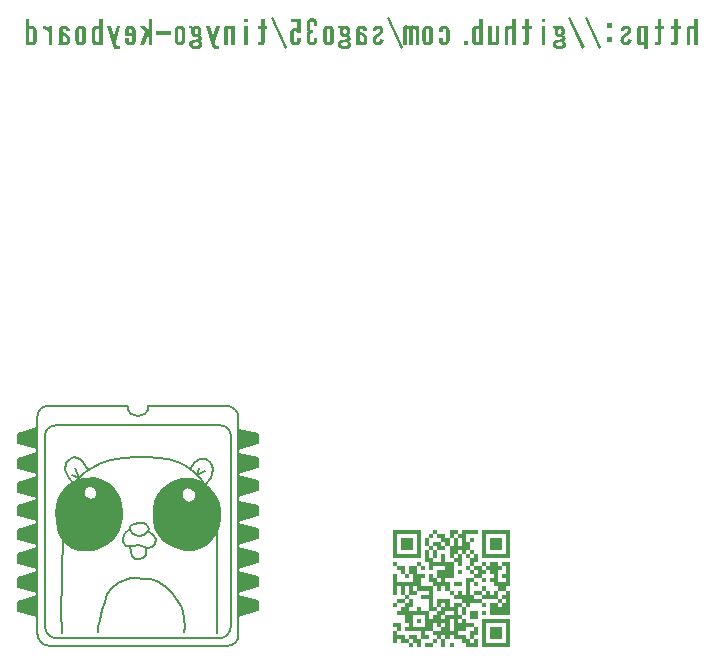
<source format=gbr>
%TF.GenerationSoftware,KiCad,Pcbnew,(7.0.0)*%
%TF.CreationDate,2023-02-28T08:24:30+09:00*%
%TF.ProjectId,wiokey,77696f6b-6579-42e6-9b69-6361645f7063,rev?*%
%TF.SameCoordinates,Original*%
%TF.FileFunction,Legend,Bot*%
%TF.FilePolarity,Positive*%
%FSLAX46Y46*%
G04 Gerber Fmt 4.6, Leading zero omitted, Abs format (unit mm)*
G04 Created by KiCad (PCBNEW (7.0.0)) date 2023-02-28 08:24:30*
%MOMM*%
%LPD*%
G01*
G04 APERTURE LIST*
%ADD10C,0.150000*%
G04 APERTURE END LIST*
D10*
X133388100Y-99542600D02*
X133438900Y-99110800D01*
X132854700Y-98221800D02*
X132372100Y-98247200D01*
X133972300Y-113436400D02*
G75*
G03*
X134988300Y-112420400I0J1016000D01*
G01*
X127952500Y-104368600D02*
X127596900Y-104673400D01*
X133286500Y-98602800D02*
X132854700Y-98221800D01*
X130213100Y-100152200D02*
X130873500Y-99949000D01*
X131940300Y-100939600D02*
X131559300Y-100711000D01*
X126809500Y-103759000D02*
X127215900Y-103682800D01*
X132143500Y-99593400D02*
X132753100Y-99263200D01*
X133946900Y-101981000D02*
X134048500Y-102616000D01*
X122186700Y-98247200D02*
X122491500Y-98475800D01*
X129349500Y-105181400D02*
X128892300Y-104698800D01*
X131025900Y-100761800D02*
X130848100Y-100990400D01*
X134048500Y-103251000D02*
X133972300Y-103809800D01*
X123558300Y-100787200D02*
X123405900Y-100634800D01*
X126403100Y-104216200D02*
X126453900Y-103911400D01*
X131965700Y-98526600D02*
X132372100Y-98247200D01*
X133413500Y-101041200D02*
X133718300Y-101447600D01*
X127596900Y-105664000D02*
X127165100Y-105537000D01*
X123761500Y-112471200D02*
X123863100Y-111887000D01*
X121348500Y-98272600D02*
X121678700Y-98120200D01*
G36*
X130848100Y-100990400D02*
G01*
X130805300Y-102569400D01*
X128460500Y-102539800D01*
X128587500Y-101828600D01*
X128841500Y-101269800D01*
X129197100Y-100812600D01*
X129679700Y-100431600D01*
X130213100Y-100152200D01*
X130873500Y-99949000D01*
X130848100Y-100990400D01*
G37*
X130848100Y-100990400D02*
X130805300Y-102569400D01*
X128460500Y-102539800D01*
X128587500Y-101828600D01*
X128841500Y-101269800D01*
X129197100Y-100812600D01*
X129679700Y-100431600D01*
X130213100Y-100152200D01*
X130873500Y-99949000D01*
X130848100Y-100990400D01*
X129679700Y-100431600D02*
X130213100Y-100152200D01*
X125844300Y-104902000D02*
X126022100Y-104546400D01*
X122110500Y-105968800D02*
X121551700Y-105765600D01*
X120942100Y-100787200D02*
X121399300Y-100406200D01*
X119240300Y-96291400D02*
X119240300Y-112420400D01*
X120230900Y-102260400D02*
X120357900Y-101727000D01*
G36*
X131203700Y-101930200D02*
G01*
X131457700Y-101981000D01*
X131711700Y-101904800D01*
X131940300Y-101727000D01*
X133832600Y-101714300D01*
X133946900Y-101981000D01*
X134048500Y-102616000D01*
X134048500Y-103251000D01*
X133972300Y-103809800D01*
X133769100Y-104394000D01*
X133337300Y-105105200D01*
X132905500Y-105537000D01*
X132397500Y-105791000D01*
X131787900Y-105968800D01*
X131102100Y-105943400D01*
X129933700Y-105562400D01*
X129349500Y-105181400D01*
X128892300Y-104698800D01*
X128587500Y-104114600D01*
X128460500Y-103352600D01*
X128460500Y-102539800D01*
X130898900Y-101625400D01*
X131203700Y-101930200D01*
G37*
X131203700Y-101930200D02*
X131457700Y-101981000D01*
X131711700Y-101904800D01*
X131940300Y-101727000D01*
X133832600Y-101714300D01*
X133946900Y-101981000D01*
X134048500Y-102616000D01*
X134048500Y-103251000D01*
X133972300Y-103809800D01*
X133769100Y-104394000D01*
X133337300Y-105105200D01*
X132905500Y-105537000D01*
X132397500Y-105791000D01*
X131787900Y-105968800D01*
X131102100Y-105943400D01*
X129933700Y-105562400D01*
X129349500Y-105181400D01*
X128892300Y-104698800D01*
X128587500Y-104114600D01*
X128460500Y-103352600D01*
X128460500Y-102539800D01*
X130898900Y-101625400D01*
X131203700Y-101930200D01*
X133540500Y-104724200D02*
X133337300Y-105105200D01*
X128892300Y-104698800D02*
X128587500Y-104114600D01*
X122745500Y-98933000D02*
X122936000Y-99187000D01*
X120637300Y-111048800D02*
X120662700Y-108712000D01*
X131787900Y-105968800D02*
X131102100Y-105943400D01*
X123126500Y-101752400D02*
X123380500Y-101676200D01*
X127825500Y-106019600D02*
X127762000Y-105714800D01*
X126504700Y-106095800D02*
X126606300Y-106476800D01*
X128841500Y-101269800D02*
X129197100Y-100812600D01*
X129679700Y-98272600D02*
X130492500Y-98526600D01*
X128587500Y-101828600D02*
X128841500Y-101269800D01*
X120789700Y-105105200D02*
X120510300Y-104648000D01*
X132143500Y-99593400D02*
X132295900Y-98983800D01*
X126022100Y-104546400D02*
X126403100Y-104216200D01*
X121246900Y-99898200D02*
X121069100Y-99491800D01*
X135623300Y-113182400D02*
X135623300Y-94767400D01*
X127596900Y-104673400D02*
X127241300Y-104775000D01*
X126834900Y-106680000D02*
X127215900Y-106756200D01*
X120129300Y-95402400D02*
G75*
G03*
X119240300Y-96291400I0J-889000D01*
G01*
X121907300Y-100101400D02*
X122440700Y-99974400D01*
X133845300Y-106680000D02*
X133769100Y-104394000D01*
X123685300Y-101295200D02*
X123659900Y-101041200D01*
X121678700Y-98120200D02*
X122186700Y-98247200D01*
G36*
X137274300Y-110261400D02*
G01*
X137274300Y-111023400D01*
X135623300Y-111531400D01*
X135623300Y-109880400D01*
X137274300Y-110261400D01*
G37*
X137274300Y-110261400D02*
X137274300Y-111023400D01*
X135623300Y-111531400D01*
X135623300Y-109880400D01*
X137274300Y-110261400D01*
X123405900Y-99898200D02*
X124193300Y-100076000D01*
X130009900Y-109626400D02*
X130416300Y-110159800D01*
X126733300Y-105587800D02*
X126428500Y-105638600D01*
X120662700Y-108712000D02*
X120688100Y-107619800D01*
X125768100Y-103276400D02*
X125615700Y-103886000D01*
X131940300Y-101727000D02*
X132041900Y-101447600D01*
X125463300Y-108737400D02*
X125996700Y-108508800D01*
X128612900Y-105029000D02*
X128587500Y-105435400D01*
G36*
X118605300Y-99417883D02*
G01*
X116954300Y-99036883D01*
X116954300Y-98274883D01*
X118605300Y-97766883D01*
X118605300Y-99417883D01*
G37*
X118605300Y-99417883D02*
X116954300Y-99036883D01*
X116954300Y-98274883D01*
X118605300Y-97766883D01*
X118605300Y-99417883D01*
X124193300Y-100076000D02*
X124625100Y-100330000D01*
X129933700Y-105562400D02*
X129349500Y-105181400D01*
X133769100Y-113004600D02*
X133819900Y-112344200D01*
X131203700Y-101930200D02*
X131457700Y-101981000D01*
X127241300Y-104775000D02*
X126834900Y-104673400D01*
X123863100Y-111887000D02*
X124091700Y-111023400D01*
X134099300Y-95402400D02*
X120129300Y-95402400D01*
X128333500Y-105714800D02*
X127927100Y-105765600D01*
X126453900Y-103911400D02*
X126809500Y-103759000D01*
X125844300Y-105283000D02*
X125844300Y-104902000D01*
X128714500Y-108585000D02*
X129451100Y-109093000D01*
X120637300Y-101219000D02*
X120942100Y-100787200D01*
X128841500Y-98145600D02*
X129679700Y-98272600D01*
X125006100Y-105003600D02*
X124523500Y-105410000D01*
X119240300Y-112420400D02*
G75*
G03*
X120256300Y-113436400I1016000J0D01*
G01*
X130492500Y-105765600D02*
X129933700Y-105562400D01*
X133438900Y-99110800D02*
X133286500Y-98602800D01*
X132041900Y-101447600D02*
X132041900Y-101142800D01*
X132829300Y-100457000D02*
X133261100Y-99898200D01*
G36*
X137274300Y-104165400D02*
G01*
X137274300Y-104927400D01*
X135623300Y-105435400D01*
X135623300Y-103784400D01*
X137274300Y-104165400D01*
G37*
X137274300Y-104165400D02*
X137274300Y-104927400D01*
X135623300Y-105435400D01*
X135623300Y-103784400D01*
X137274300Y-104165400D01*
X127165100Y-105537000D02*
X126733300Y-105587800D01*
X122542300Y-101269800D02*
X122669300Y-101498400D01*
X127901700Y-103835200D02*
X128079500Y-104140000D01*
X132829300Y-100457000D02*
X132295900Y-100126800D01*
X132397500Y-105791000D02*
X131787900Y-105968800D01*
X124091700Y-111023400D02*
X124294900Y-110388400D01*
X125564900Y-101600000D02*
X125691900Y-102158800D01*
X120713500Y-112979200D02*
X120637300Y-111048800D01*
X131279900Y-100660200D02*
X131025900Y-100761800D01*
X119494300Y-93751400D02*
G75*
G03*
X118605300Y-94640400I0J-889000D01*
G01*
G36*
X123151900Y-100533200D02*
G01*
X122897900Y-100558600D01*
X122669300Y-100736400D01*
X122542300Y-100965000D01*
X122542300Y-101269800D01*
X122669300Y-101498400D01*
X122872500Y-101676200D01*
X123126500Y-101752400D01*
X123380500Y-101676200D01*
X123558300Y-101523800D01*
X123685300Y-101295200D01*
X123659900Y-101041200D01*
X123558300Y-100787200D01*
X124193300Y-100076000D01*
X124625100Y-100330000D01*
X125285500Y-101066600D01*
X125564900Y-101600000D01*
X125691900Y-102158800D01*
X125768100Y-102717600D01*
X125768100Y-103276400D01*
X125615700Y-103886000D01*
X125412500Y-104444800D01*
X125006100Y-105003600D01*
X124523500Y-105410000D01*
X123990100Y-105714800D01*
X123431300Y-105968800D01*
X122770900Y-105994200D01*
X122110500Y-105968800D01*
X121551700Y-105765600D01*
X121094500Y-105486200D01*
X120789700Y-105105200D01*
X120510300Y-104648000D01*
X120332500Y-104165400D01*
X120154700Y-102844600D01*
X120357900Y-101727000D01*
X120637300Y-101219000D01*
X120942100Y-100787200D01*
X121399300Y-100406200D01*
X121907300Y-100101400D01*
X122745500Y-99923600D01*
X123405900Y-99898200D01*
X123151900Y-100533200D01*
G37*
X123151900Y-100533200D02*
X122897900Y-100558600D01*
X122669300Y-100736400D01*
X122542300Y-100965000D01*
X122542300Y-101269800D01*
X122669300Y-101498400D01*
X122872500Y-101676200D01*
X123126500Y-101752400D01*
X123380500Y-101676200D01*
X123558300Y-101523800D01*
X123685300Y-101295200D01*
X123659900Y-101041200D01*
X123558300Y-100787200D01*
X124193300Y-100076000D01*
X124625100Y-100330000D01*
X125285500Y-101066600D01*
X125564900Y-101600000D01*
X125691900Y-102158800D01*
X125768100Y-102717600D01*
X125768100Y-103276400D01*
X125615700Y-103886000D01*
X125412500Y-104444800D01*
X125006100Y-105003600D01*
X124523500Y-105410000D01*
X123990100Y-105714800D01*
X123431300Y-105968800D01*
X122770900Y-105994200D01*
X122110500Y-105968800D01*
X121551700Y-105765600D01*
X121094500Y-105486200D01*
X120789700Y-105105200D01*
X120510300Y-104648000D01*
X120332500Y-104165400D01*
X120154700Y-102844600D01*
X120357900Y-101727000D01*
X120637300Y-101219000D01*
X120942100Y-100787200D01*
X121399300Y-100406200D01*
X121907300Y-100101400D01*
X122745500Y-99923600D01*
X123405900Y-99898200D01*
X123151900Y-100533200D01*
X127952500Y-104368600D02*
X128358900Y-104673400D01*
X122440700Y-99974400D02*
X122745500Y-99923600D01*
X120789700Y-105105200D02*
X121094500Y-105486200D01*
X124523500Y-109702600D02*
X124955300Y-109143800D01*
G36*
X137274300Y-108229400D02*
G01*
X137274300Y-108991400D01*
X135623300Y-109499400D01*
X135623300Y-107848400D01*
X137274300Y-108229400D01*
G37*
X137274300Y-108229400D02*
X137274300Y-108991400D01*
X135623300Y-109499400D01*
X135623300Y-107848400D01*
X137274300Y-108229400D01*
X133718300Y-101447600D02*
X133946900Y-101981000D01*
X131102100Y-105943400D02*
X130492500Y-105765600D01*
G36*
X124193300Y-100076000D02*
G01*
X123558300Y-100787200D01*
X123405900Y-100634800D01*
X123151900Y-100533200D01*
X123405900Y-99898200D01*
X124193300Y-100076000D01*
G37*
X124193300Y-100076000D02*
X123558300Y-100787200D01*
X123405900Y-100634800D01*
X123151900Y-100533200D01*
X123405900Y-99898200D01*
X124193300Y-100076000D01*
X130416300Y-110159800D02*
X130771900Y-110693200D01*
X130822700Y-101523800D02*
X130975100Y-101727000D01*
X123990100Y-105714800D02*
X123431300Y-105968800D01*
X120256300Y-113436400D02*
X133972300Y-113436400D01*
X126225300Y-93751400D02*
G75*
G03*
X128003300Y-93751400I889000J0D01*
G01*
X131457700Y-101981000D02*
X131711700Y-101904800D01*
X130975100Y-101727000D02*
X131203700Y-101930200D01*
G36*
X118605300Y-103403400D02*
G01*
X116954300Y-103022400D01*
X116954300Y-102260400D01*
X118605300Y-101752400D01*
X118605300Y-103403400D01*
G37*
X118605300Y-103403400D02*
X116954300Y-103022400D01*
X116954300Y-102260400D01*
X118605300Y-101752400D01*
X118605300Y-103403400D01*
X120154700Y-102844600D02*
X120230900Y-102260400D01*
X133261100Y-99898200D02*
X133388100Y-99542600D01*
X126225300Y-93751400D02*
X119494300Y-93751400D01*
X124955300Y-109143800D02*
X125463300Y-108737400D01*
X122745500Y-99923600D02*
X123405900Y-99898200D01*
X123380500Y-101676200D02*
X123558300Y-101523800D01*
X130822700Y-101269800D02*
X130822700Y-101523800D01*
X126555500Y-108356400D02*
X126987300Y-108356400D01*
X123228100Y-98983800D02*
X123990100Y-98602800D01*
X124828300Y-98323400D02*
X125818900Y-98171000D01*
X123405900Y-100634800D02*
X123151900Y-100533200D01*
X125691900Y-102158800D02*
X125768100Y-102717600D01*
X124625100Y-100330000D02*
X124980700Y-100711000D01*
X121399300Y-100406200D02*
X121907300Y-100101400D01*
X121551700Y-105765600D02*
X121094500Y-105486200D01*
G36*
X118605300Y-97307400D02*
G01*
X116954300Y-96926400D01*
X116954300Y-96164400D01*
X118605300Y-95656400D01*
X118605300Y-97307400D01*
G37*
X118605300Y-97307400D02*
X116954300Y-96926400D01*
X116954300Y-96164400D01*
X118605300Y-95656400D01*
X118605300Y-97307400D01*
X125768100Y-102717600D02*
X125768100Y-103276400D01*
G36*
X137274300Y-96164400D02*
G01*
X137274300Y-96926400D01*
X135623300Y-97434400D01*
X135623300Y-95783400D01*
X137274300Y-96164400D01*
G37*
X137274300Y-96164400D02*
X137274300Y-96926400D01*
X135623300Y-97434400D01*
X135623300Y-95783400D01*
X137274300Y-96164400D01*
X134734300Y-114071400D02*
G75*
G03*
X135623300Y-113182400I0J889000D01*
G01*
X131546600Y-99085400D02*
X131965700Y-98526600D01*
X133972300Y-103809800D02*
X133769100Y-104394000D01*
X133819900Y-109220000D02*
X133845300Y-106680000D01*
X130492500Y-98526600D02*
X131203700Y-98831400D01*
X128130300Y-108407200D02*
X128714500Y-108585000D01*
X130848100Y-100990400D02*
X130822700Y-101269800D01*
X121907300Y-100101400D02*
X122135900Y-99872800D01*
X133337300Y-105105200D02*
X132905500Y-105537000D01*
X126911100Y-98044000D02*
X127927100Y-98069400D01*
X128460500Y-103352600D02*
X128460500Y-102539800D01*
X123659900Y-101041200D02*
X123558300Y-100787200D01*
X133819900Y-112344200D02*
X133819900Y-109220000D01*
X124980700Y-100711000D02*
X125285500Y-101066600D01*
X134048500Y-102616000D02*
X134048500Y-103251000D01*
X126606300Y-104521000D02*
X126403100Y-104216200D01*
X128358900Y-104673400D02*
X128612900Y-105029000D01*
X118605300Y-94640400D02*
X118605300Y-113055400D01*
X134607300Y-93751400D02*
X128003300Y-93751400D01*
X126428500Y-105638600D02*
X126072900Y-105613200D01*
X123558300Y-101523800D02*
X123685300Y-101295200D01*
X127215900Y-103682800D02*
X127596900Y-103682800D01*
X125412500Y-104444800D02*
X125006100Y-105003600D01*
X134988300Y-112420400D02*
X134988300Y-96291400D01*
X122669300Y-100736400D02*
X122542300Y-100965000D01*
X133769100Y-104394000D02*
X133540500Y-104724200D01*
X131889500Y-99339400D02*
X132397500Y-99847400D01*
X128079500Y-104140000D02*
X127952500Y-104368600D01*
X122770900Y-105994200D02*
X122110500Y-105968800D01*
X122897900Y-100558600D02*
X122669300Y-100736400D01*
X126834900Y-104673400D02*
X126606300Y-104521000D01*
X122669300Y-101498400D02*
X122872500Y-101676200D01*
X121043700Y-98628200D02*
X121348500Y-98272600D01*
G36*
X118605300Y-107467400D02*
G01*
X116954300Y-107086400D01*
X116954300Y-106324400D01*
X118605300Y-105816400D01*
X118605300Y-107467400D01*
G37*
X118605300Y-107467400D02*
X116954300Y-107086400D01*
X116954300Y-106324400D01*
X118605300Y-105816400D01*
X118605300Y-107467400D01*
X125996700Y-108508800D02*
X126555500Y-108356400D01*
X123431300Y-105968800D02*
X122770900Y-105994200D01*
X131711700Y-101904800D02*
X131940300Y-101727000D01*
X127927100Y-98069400D02*
X128841500Y-98145600D01*
X121653300Y-100253800D02*
X121246900Y-99898200D01*
X122872500Y-101676200D02*
X123126500Y-101752400D01*
G36*
X132295900Y-100126800D02*
G01*
X132829300Y-100457000D01*
X133159500Y-100685600D01*
X133718300Y-101447600D01*
X133832600Y-101714300D01*
X131940300Y-101727000D01*
X132041900Y-101447600D01*
X132041900Y-101142800D01*
X131940300Y-100939600D01*
X131559300Y-100711000D01*
X131279900Y-100660200D01*
X131025900Y-100761800D01*
X130815300Y-100909400D01*
X130873500Y-99949000D01*
X131686300Y-99949000D01*
X132295900Y-100126800D01*
G37*
X132295900Y-100126800D02*
X132829300Y-100457000D01*
X133159500Y-100685600D01*
X133718300Y-101447600D01*
X133832600Y-101714300D01*
X131940300Y-101727000D01*
X132041900Y-101447600D01*
X132041900Y-101142800D01*
X131940300Y-100939600D01*
X131559300Y-100711000D01*
X131279900Y-100660200D01*
X131025900Y-100761800D01*
X130815300Y-100909400D01*
X130873500Y-99949000D01*
X131686300Y-99949000D01*
X132295900Y-100126800D01*
X132905500Y-105537000D02*
X132397500Y-105791000D01*
X132041900Y-101142800D02*
X131940300Y-100939600D01*
X130873500Y-99949000D02*
X131686300Y-99949000D01*
X129451100Y-109093000D02*
X130009900Y-109626400D01*
X121069100Y-99491800D02*
X120916700Y-99161600D01*
X126428500Y-105638600D02*
X126504700Y-106095800D01*
X127215900Y-106756200D02*
X127571500Y-106603800D01*
X123990100Y-98602800D02*
X124828300Y-98323400D01*
X126606300Y-106476800D02*
X126834900Y-106680000D01*
X125818900Y-98171000D02*
X126911100Y-98044000D01*
X122135900Y-99872800D02*
X121780300Y-98983800D01*
X126072900Y-105613200D02*
X125844300Y-105283000D01*
G36*
X118605300Y-101430619D02*
G01*
X116954300Y-101049619D01*
X116954300Y-100287619D01*
X118605300Y-99779619D01*
X118605300Y-101430619D01*
G37*
X118605300Y-101430619D02*
X116954300Y-101049619D01*
X116954300Y-100287619D01*
X118605300Y-99779619D01*
X118605300Y-101430619D01*
X130771900Y-110693200D02*
X130924300Y-111150400D01*
X132295900Y-100126800D02*
X131686300Y-99949000D01*
X134988300Y-96291400D02*
G75*
G03*
X134099300Y-95402400I-889000J0D01*
G01*
X127774700Y-106375200D02*
X127825500Y-106019600D01*
X128587500Y-104114600D02*
X128460500Y-103352600D01*
X124523500Y-105410000D02*
X123990100Y-105714800D01*
X135623300Y-94767400D02*
G75*
G03*
X134607300Y-93751400I-1016000J0D01*
G01*
X127596900Y-108381800D02*
X128130300Y-108407200D01*
X129197100Y-100812600D02*
X129679700Y-100431600D01*
G36*
X137274300Y-98196400D02*
G01*
X137274300Y-98958400D01*
X135623300Y-99466400D01*
X135623300Y-97815400D01*
X137274300Y-98196400D01*
G37*
X137274300Y-98196400D02*
X137274300Y-98958400D01*
X135623300Y-99466400D01*
X135623300Y-97815400D01*
X137274300Y-98196400D01*
X131203700Y-98831400D02*
X131889500Y-99339400D01*
X133159500Y-100685600D02*
X133413500Y-101041200D01*
X132397500Y-99847400D02*
X132829300Y-100457000D01*
X126987300Y-108356400D02*
X127596900Y-108381800D01*
X122135900Y-99872800D02*
X122643900Y-99390200D01*
X120510300Y-104648000D02*
X120332500Y-104165400D01*
G36*
X118605300Y-109499400D02*
G01*
X116954300Y-109118400D01*
X116954300Y-108356400D01*
X118605300Y-107848400D01*
X118605300Y-109499400D01*
G37*
X118605300Y-109499400D02*
X116954300Y-109118400D01*
X116954300Y-108356400D01*
X118605300Y-107848400D01*
X118605300Y-109499400D01*
X122542300Y-100965000D02*
X122542300Y-101269800D01*
G36*
X118605300Y-105435400D02*
G01*
X116954300Y-105054400D01*
X116954300Y-104292400D01*
X118605300Y-103784400D01*
X118605300Y-105435400D01*
G37*
X118605300Y-105435400D02*
X116954300Y-105054400D01*
X116954300Y-104292400D01*
X118605300Y-103784400D01*
X118605300Y-105435400D01*
X128587500Y-105435400D02*
X128333500Y-105714800D01*
X127596900Y-103682800D02*
X127901700Y-103835200D01*
X125615700Y-103886000D02*
X125412500Y-104444800D01*
X124294900Y-110388400D02*
X124523500Y-109702600D01*
X127927100Y-105765600D02*
X127596900Y-105664000D01*
G36*
X137274300Y-106197400D02*
G01*
X137274300Y-106959400D01*
X135623300Y-107467400D01*
X135623300Y-105816400D01*
X137274300Y-106197400D01*
G37*
X137274300Y-106197400D02*
X137274300Y-106959400D01*
X135623300Y-107467400D01*
X135623300Y-105816400D01*
X137274300Y-106197400D01*
X122491500Y-98475800D02*
X122745500Y-98933000D01*
X128460500Y-102539800D02*
X128587500Y-101828600D01*
X118605300Y-113055400D02*
G75*
G03*
X119621300Y-114071400I1016000J0D01*
G01*
X119621300Y-114071400D02*
X134734300Y-114071400D01*
X122135900Y-99872800D02*
X121526300Y-99618800D01*
X130924300Y-111150400D02*
X131051300Y-111760000D01*
G36*
X137274300Y-102260400D02*
G01*
X137274300Y-103022400D01*
X135623300Y-103530400D01*
X135623300Y-101879400D01*
X137274300Y-102260400D01*
G37*
X137274300Y-102260400D02*
X137274300Y-103022400D01*
X135623300Y-103530400D01*
X135623300Y-101879400D01*
X137274300Y-102260400D01*
X122643900Y-99390200D02*
X123228100Y-98983800D01*
X123761500Y-112903000D02*
X123761500Y-112471200D01*
X131051300Y-111760000D02*
X131076700Y-112445800D01*
X132829300Y-100457000D02*
X133159500Y-100685600D01*
X120357900Y-101727000D02*
X120637300Y-101219000D01*
G36*
X118605300Y-111531400D02*
G01*
X116954300Y-111150400D01*
X116954300Y-110388400D01*
X118605300Y-109880400D01*
X118605300Y-111531400D01*
G37*
X118605300Y-111531400D02*
X116954300Y-111150400D01*
X116954300Y-110388400D01*
X118605300Y-109880400D01*
X118605300Y-111531400D01*
G36*
X137274300Y-100101400D02*
G01*
X137274300Y-100863400D01*
X135623300Y-101371400D01*
X135623300Y-99720400D01*
X137274300Y-100101400D01*
G37*
X137274300Y-100101400D02*
X137274300Y-100863400D01*
X135623300Y-101371400D01*
X135623300Y-99720400D01*
X137274300Y-100101400D01*
X131076700Y-112445800D02*
X131051300Y-112928400D01*
X123151900Y-100533200D02*
X122897900Y-100558600D01*
X120332500Y-104165400D02*
X120230900Y-103505000D01*
X127571500Y-106603800D02*
X127774700Y-106375200D01*
X131559300Y-100711000D02*
X131279900Y-100660200D01*
X120916700Y-99161600D02*
X121043700Y-98628200D01*
X120230900Y-103505000D02*
X120154700Y-102844600D01*
X125285500Y-101066600D02*
X125564900Y-101600000D01*
X120688100Y-107619800D02*
X120789700Y-105105200D01*
G36*
X174191172Y-61653998D02*
G01*
X174168351Y-61636364D01*
X174145136Y-61620464D01*
X174121525Y-61606299D01*
X174097520Y-61593869D01*
X174073119Y-61583172D01*
X174048324Y-61574211D01*
X174023134Y-61566984D01*
X173997548Y-61561491D01*
X173971568Y-61557733D01*
X173945193Y-61555709D01*
X173927390Y-61555324D01*
X173905709Y-61555709D01*
X173884632Y-61556866D01*
X173864157Y-61558793D01*
X173844286Y-61561491D01*
X173825017Y-61564960D01*
X173797245Y-61571609D01*
X173770830Y-61579993D01*
X173745771Y-61590110D01*
X173722069Y-61601963D01*
X173699724Y-61615550D01*
X173678735Y-61630871D01*
X173659103Y-61647927D01*
X173652861Y-61653998D01*
X173637147Y-61670871D01*
X173622979Y-61688516D01*
X173610357Y-61706935D01*
X173599280Y-61726126D01*
X173589749Y-61746090D01*
X173581763Y-61766827D01*
X173575323Y-61788336D01*
X173570429Y-61810619D01*
X173567080Y-61833674D01*
X173565277Y-61857502D01*
X173564933Y-61873817D01*
X173564933Y-63203963D01*
X173872679Y-63203963D01*
X173872679Y-61939762D01*
X173873478Y-61919965D01*
X173876546Y-61898350D01*
X173881916Y-61879070D01*
X173891089Y-61859528D01*
X173903394Y-61843166D01*
X173905408Y-61841088D01*
X173922020Y-61828145D01*
X173942794Y-61818381D01*
X173963911Y-61812542D01*
X173983844Y-61809461D01*
X174005900Y-61808001D01*
X174015317Y-61807871D01*
X174034948Y-61808901D01*
X174055251Y-61811993D01*
X174076225Y-61817145D01*
X174097871Y-61824357D01*
X174120189Y-61833631D01*
X174143178Y-61844965D01*
X174160861Y-61854819D01*
X174178921Y-61865831D01*
X174191172Y-61873817D01*
X174191172Y-63203963D01*
X174498918Y-63203963D01*
X174498918Y-60961814D01*
X174191172Y-60961814D01*
X174191172Y-61653998D01*
G37*
G36*
X172506385Y-61577306D02*
G01*
X172253838Y-61577306D01*
X172253838Y-61889448D01*
X172506385Y-61889448D01*
X172506385Y-62863000D01*
X172504775Y-62885235D01*
X172498592Y-62906942D01*
X172487773Y-62923222D01*
X172469290Y-62935357D01*
X172448425Y-62939879D01*
X172440439Y-62940181D01*
X172275819Y-62940181D01*
X172275819Y-63203963D01*
X172594312Y-63203963D01*
X172620931Y-63203061D01*
X172645832Y-63200353D01*
X172669016Y-63195840D01*
X172690483Y-63189522D01*
X172710232Y-63181399D01*
X172728264Y-63171471D01*
X172744579Y-63159738D01*
X172759176Y-63146200D01*
X172772056Y-63130856D01*
X172783219Y-63113708D01*
X172792664Y-63094754D01*
X172800392Y-63073995D01*
X172806403Y-63051432D01*
X172810696Y-63027063D01*
X172813272Y-63000889D01*
X172814131Y-62972909D01*
X172814131Y-61889448D01*
X173055931Y-61889448D01*
X173055931Y-61577306D01*
X172814131Y-61577306D01*
X172814131Y-60961814D01*
X172506385Y-60961814D01*
X172506385Y-61577306D01*
G37*
G36*
X171107362Y-61577306D02*
G01*
X170854814Y-61577306D01*
X170854814Y-61889448D01*
X171107362Y-61889448D01*
X171107362Y-62863000D01*
X171105752Y-62885235D01*
X171099569Y-62906942D01*
X171088750Y-62923222D01*
X171070267Y-62935357D01*
X171049402Y-62939879D01*
X171041416Y-62940181D01*
X170876796Y-62940181D01*
X170876796Y-63203963D01*
X171195289Y-63203963D01*
X171221908Y-63203061D01*
X171246809Y-63200353D01*
X171269993Y-63195840D01*
X171291460Y-63189522D01*
X171311209Y-63181399D01*
X171329241Y-63171471D01*
X171345556Y-63159738D01*
X171360153Y-63146200D01*
X171373033Y-63130856D01*
X171384196Y-63113708D01*
X171393641Y-63094754D01*
X171401369Y-63073995D01*
X171407380Y-63051432D01*
X171411673Y-63027063D01*
X171414249Y-63000889D01*
X171415108Y-62972909D01*
X171415108Y-61889448D01*
X171656908Y-61889448D01*
X171656908Y-61577306D01*
X171415108Y-61577306D01*
X171415108Y-60961814D01*
X171107362Y-60961814D01*
X171107362Y-61577306D01*
G37*
G36*
X169735170Y-61556097D02*
G01*
X169761994Y-61558415D01*
X169788808Y-61562279D01*
X169815615Y-61567689D01*
X169842412Y-61574644D01*
X169869201Y-61583145D01*
X169895981Y-61593191D01*
X169922753Y-61604783D01*
X169940596Y-61613370D01*
X169958436Y-61622643D01*
X169976271Y-61632604D01*
X169994103Y-61643251D01*
X169994103Y-61577306D01*
X170301849Y-61577306D01*
X170301849Y-63544926D01*
X169994103Y-63544926D01*
X169994103Y-63148764D01*
X169987169Y-63153513D01*
X169965595Y-63166854D01*
X169942862Y-63178838D01*
X169918969Y-63189465D01*
X169893918Y-63198736D01*
X169867707Y-63206650D01*
X169840337Y-63213207D01*
X169811808Y-63218408D01*
X169792144Y-63221121D01*
X169771966Y-63223232D01*
X169751272Y-63224739D01*
X169730063Y-63225644D01*
X169708339Y-63225945D01*
X169697444Y-63225870D01*
X169676237Y-63225267D01*
X169655805Y-63224061D01*
X169626609Y-63221121D01*
X169599156Y-63216825D01*
X169573446Y-63211172D01*
X169549479Y-63204163D01*
X169527255Y-63195796D01*
X169506775Y-63186073D01*
X169488037Y-63174994D01*
X169471043Y-63162557D01*
X169455791Y-63148764D01*
X169451043Y-63143863D01*
X169437702Y-63127866D01*
X169425718Y-63109929D01*
X169415091Y-63090051D01*
X169405820Y-63068232D01*
X169397906Y-63044473D01*
X169391349Y-63018773D01*
X169386148Y-62991132D01*
X169383435Y-62971627D01*
X169381324Y-62951260D01*
X169379817Y-62930030D01*
X169378912Y-62907937D01*
X169378611Y-62884982D01*
X169378611Y-62852254D01*
X169686357Y-62852254D01*
X169686876Y-62865595D01*
X169690282Y-62887327D01*
X169696867Y-62907002D01*
X169706631Y-62924620D01*
X169719574Y-62940181D01*
X169730350Y-62949610D01*
X169747280Y-62960125D01*
X169766361Y-62967508D01*
X169787592Y-62971759D01*
X169807501Y-62972909D01*
X169827193Y-62971879D01*
X169847923Y-62968788D01*
X169869691Y-62963636D01*
X169892498Y-62956423D01*
X169916342Y-62947149D01*
X169934906Y-62938842D01*
X169954054Y-62929375D01*
X169973787Y-62918749D01*
X169994103Y-62906964D01*
X169994103Y-61829853D01*
X169987255Y-61826487D01*
X169966969Y-61817030D01*
X169947069Y-61808535D01*
X169927556Y-61801002D01*
X169908429Y-61794430D01*
X169889689Y-61788820D01*
X169865303Y-61782836D01*
X169841604Y-61778562D01*
X169818591Y-61775997D01*
X169796266Y-61775143D01*
X169776900Y-61775915D01*
X169757215Y-61778770D01*
X169736509Y-61785532D01*
X169719574Y-61797124D01*
X169710004Y-61807901D01*
X169699332Y-61824831D01*
X169691839Y-61843911D01*
X169687524Y-61865142D01*
X169686357Y-61885052D01*
X169686357Y-62852254D01*
X169378611Y-62852254D01*
X169378611Y-61895799D01*
X169378954Y-61875521D01*
X169380757Y-61846227D01*
X169384106Y-61818282D01*
X169389001Y-61791685D01*
X169395441Y-61766436D01*
X169403426Y-61742535D01*
X169412957Y-61719982D01*
X169424034Y-61698777D01*
X169436657Y-61678920D01*
X169450825Y-61660412D01*
X169466538Y-61643251D01*
X169477787Y-61632604D01*
X169495625Y-61617921D01*
X169514623Y-61604783D01*
X169534781Y-61593191D01*
X169556097Y-61583145D01*
X169578573Y-61574644D01*
X169602207Y-61567689D01*
X169627001Y-61562279D01*
X169652955Y-61558415D01*
X169680067Y-61556097D01*
X169708339Y-61555324D01*
X169735170Y-61556097D01*
G37*
G36*
X168474424Y-61555324D02*
G01*
X168445973Y-61555795D01*
X168418385Y-61557209D01*
X168391660Y-61559566D01*
X168365797Y-61562865D01*
X168340796Y-61567107D01*
X168316658Y-61572291D01*
X168293383Y-61578418D01*
X168270969Y-61585488D01*
X168249419Y-61593500D01*
X168228731Y-61602455D01*
X168208905Y-61612353D01*
X168189942Y-61623193D01*
X168171841Y-61634976D01*
X168154603Y-61647701D01*
X168138227Y-61661369D01*
X168122714Y-61675980D01*
X168108002Y-61691379D01*
X168094153Y-61707289D01*
X168081166Y-61723710D01*
X168069042Y-61740643D01*
X168057780Y-61758088D01*
X168047380Y-61776043D01*
X168037843Y-61794510D01*
X168029169Y-61813489D01*
X168021357Y-61832978D01*
X168014408Y-61852980D01*
X168008321Y-61873492D01*
X168003096Y-61894516D01*
X167998734Y-61916052D01*
X167995234Y-61938098D01*
X167992597Y-61960656D01*
X167990823Y-61983726D01*
X168276587Y-62027690D01*
X168276973Y-62007661D01*
X168278691Y-61982760D01*
X168281782Y-61959919D01*
X168286247Y-61939140D01*
X168292086Y-61920421D01*
X168301317Y-61899920D01*
X168312694Y-61882639D01*
X168320551Y-61873817D01*
X168337922Y-61858055D01*
X168355842Y-61844965D01*
X168374310Y-61834547D01*
X168393327Y-61826800D01*
X168412893Y-61821724D01*
X168433007Y-61819320D01*
X168441207Y-61819106D01*
X168464240Y-61819905D01*
X168485104Y-61822302D01*
X168507274Y-61827288D01*
X168526320Y-61834576D01*
X168544589Y-61845986D01*
X168551116Y-61851835D01*
X168566057Y-61869094D01*
X168577906Y-61887899D01*
X168586665Y-61908249D01*
X168592332Y-61930145D01*
X168594693Y-61949572D01*
X168595080Y-61961744D01*
X168591645Y-61987733D01*
X168584561Y-62008798D01*
X168573613Y-62031210D01*
X168558801Y-62054971D01*
X168546780Y-62071560D01*
X168533041Y-62088749D01*
X168517585Y-62106537D01*
X168500412Y-62124924D01*
X168481521Y-62143910D01*
X168460913Y-62163495D01*
X168438588Y-62183679D01*
X168414545Y-62204463D01*
X168388785Y-62225846D01*
X168375261Y-62236762D01*
X168354897Y-62253162D01*
X168334961Y-62269391D01*
X168315452Y-62285448D01*
X168296371Y-62301333D01*
X168277717Y-62317047D01*
X168259490Y-62332589D01*
X168241691Y-62347959D01*
X168224319Y-62363157D01*
X168207375Y-62378184D01*
X168190858Y-62393039D01*
X168174768Y-62407722D01*
X168159106Y-62422233D01*
X168143872Y-62436573D01*
X168129064Y-62450741D01*
X168114685Y-62464737D01*
X168100732Y-62478562D01*
X168084761Y-62495262D01*
X168069820Y-62512390D01*
X168055910Y-62529945D01*
X168043030Y-62547927D01*
X168031180Y-62566337D01*
X168020361Y-62585174D01*
X168010572Y-62604439D01*
X168001814Y-62624131D01*
X167994086Y-62644250D01*
X167987388Y-62664797D01*
X167981721Y-62685771D01*
X167977084Y-62707173D01*
X167973478Y-62729002D01*
X167970902Y-62751259D01*
X167969356Y-62773943D01*
X167968841Y-62797055D01*
X167969312Y-62818823D01*
X167970726Y-62840163D01*
X167973083Y-62861077D01*
X167976382Y-62881563D01*
X167980624Y-62901621D01*
X167985808Y-62921252D01*
X167991935Y-62940456D01*
X167999005Y-62959232D01*
X168007017Y-62977581D01*
X168015972Y-62995502D01*
X168025870Y-63012996D01*
X168036710Y-63030062D01*
X168048493Y-63046701D01*
X168061218Y-63062913D01*
X168074886Y-63078697D01*
X168089497Y-63094054D01*
X168106241Y-63110025D01*
X168123500Y-63124966D01*
X168141275Y-63138876D01*
X168159564Y-63151756D01*
X168178369Y-63163606D01*
X168197689Y-63174425D01*
X168217524Y-63184214D01*
X168237875Y-63192972D01*
X168258740Y-63200700D01*
X168280121Y-63207398D01*
X168302017Y-63213065D01*
X168324428Y-63217702D01*
X168347354Y-63221308D01*
X168370796Y-63223884D01*
X168394753Y-63225430D01*
X168419225Y-63225945D01*
X168447675Y-63225472D01*
X168475263Y-63224052D01*
X168501989Y-63221686D01*
X168527852Y-63218374D01*
X168552852Y-63214115D01*
X168576990Y-63208909D01*
X168600266Y-63202757D01*
X168622679Y-63195659D01*
X168644230Y-63187614D01*
X168664918Y-63178623D01*
X168684744Y-63168685D01*
X168703707Y-63157801D01*
X168721807Y-63145971D01*
X168739046Y-63133194D01*
X168755421Y-63119470D01*
X168770935Y-63104801D01*
X168785690Y-63089245D01*
X168799671Y-63072744D01*
X168812877Y-63055296D01*
X168825309Y-63036901D01*
X168836966Y-63017560D01*
X168847848Y-62997273D01*
X168857956Y-62976039D01*
X168867288Y-62953859D01*
X168875846Y-62930732D01*
X168883630Y-62906659D01*
X168890638Y-62881639D01*
X168896872Y-62855673D01*
X168902331Y-62828760D01*
X168907016Y-62800901D01*
X168910926Y-62772096D01*
X168914061Y-62742344D01*
X168617062Y-62687145D01*
X168616482Y-62713303D01*
X168614743Y-62738104D01*
X168611845Y-62761549D01*
X168607788Y-62783637D01*
X168602572Y-62804368D01*
X168596196Y-62823742D01*
X168585892Y-62847464D01*
X168573527Y-62868774D01*
X168559102Y-62887673D01*
X168551116Y-62896217D01*
X168533745Y-62911979D01*
X168515825Y-62925068D01*
X168497356Y-62935487D01*
X168478339Y-62943234D01*
X168458774Y-62948310D01*
X168438659Y-62950714D01*
X168430460Y-62950928D01*
X168407152Y-62949854D01*
X168385466Y-62946634D01*
X168365402Y-62941268D01*
X168346959Y-62933754D01*
X168326970Y-62921905D01*
X168309316Y-62906964D01*
X168296650Y-62891890D01*
X168286132Y-62874144D01*
X168277760Y-62853727D01*
X168271534Y-62830638D01*
X168268100Y-62810244D01*
X168266039Y-62788140D01*
X168265352Y-62764326D01*
X168267189Y-62741131D01*
X168272702Y-62716974D01*
X168281890Y-62691855D01*
X168294753Y-62665774D01*
X168305369Y-62647853D01*
X168317620Y-62629504D01*
X168331503Y-62610728D01*
X168347021Y-62591524D01*
X168364171Y-62571893D01*
X168382955Y-62551835D01*
X168403372Y-62531349D01*
X168425422Y-62510436D01*
X168449106Y-62489095D01*
X168474424Y-62467327D01*
X168500111Y-62445603D01*
X168525028Y-62424393D01*
X168549173Y-62403700D01*
X168572548Y-62383521D01*
X168595152Y-62363858D01*
X168616985Y-62344709D01*
X168638047Y-62326076D01*
X168658339Y-62307958D01*
X168677859Y-62290356D01*
X168696608Y-62273268D01*
X168714587Y-62256696D01*
X168731795Y-62240639D01*
X168748231Y-62225097D01*
X168763897Y-62210070D01*
X168778792Y-62195559D01*
X168792916Y-62181563D01*
X168808630Y-62164303D01*
X168822798Y-62145499D01*
X168835420Y-62125148D01*
X168846497Y-62103252D01*
X168856028Y-62079811D01*
X168864014Y-62054824D01*
X168870454Y-62028291D01*
X168875348Y-62000212D01*
X168877753Y-61980635D01*
X168879470Y-61960370D01*
X168880500Y-61939419D01*
X168880844Y-61917780D01*
X168879878Y-61891323D01*
X168876980Y-61865442D01*
X168872150Y-61840135D01*
X168865388Y-61815404D01*
X168856694Y-61791249D01*
X168846068Y-61767668D01*
X168833510Y-61744663D01*
X168819020Y-61722233D01*
X168802598Y-61700379D01*
X168784244Y-61679100D01*
X168770935Y-61665233D01*
X168749652Y-61645591D01*
X168727022Y-61627881D01*
X168703044Y-61612103D01*
X168677718Y-61598257D01*
X168651043Y-61586343D01*
X168632511Y-61579474D01*
X168613380Y-61573463D01*
X168593650Y-61568311D01*
X168573321Y-61564018D01*
X168552392Y-61560583D01*
X168530864Y-61558007D01*
X168508737Y-61556290D01*
X168486011Y-61555431D01*
X168474424Y-61555324D01*
G37*
G36*
X166866329Y-61731179D02*
G01*
X167218038Y-61731179D01*
X167218038Y-61379469D01*
X166866329Y-61379469D01*
X166866329Y-61731179D01*
G37*
G36*
X166866329Y-62918199D02*
G01*
X167218038Y-62918199D01*
X167218038Y-62566489D01*
X166866329Y-62566489D01*
X166866329Y-62918199D01*
G37*
G36*
X164950976Y-60906615D02*
G01*
X166148743Y-63511709D01*
X166324598Y-63401800D01*
X165126831Y-60807941D01*
X164950976Y-60906615D01*
G37*
G36*
X163551953Y-60906615D02*
G01*
X164749720Y-63511709D01*
X164925575Y-63401800D01*
X163727808Y-60807941D01*
X163551953Y-60906615D01*
G37*
G36*
X162876757Y-61555795D02*
G01*
X162896825Y-61557209D01*
X162916554Y-61559566D01*
X162935942Y-61562865D01*
X162964389Y-61569581D01*
X162992071Y-61578418D01*
X163018988Y-61589376D01*
X163045142Y-61602455D01*
X163062153Y-61612353D01*
X163078824Y-61623193D01*
X163095156Y-61634976D01*
X163111148Y-61647701D01*
X163126801Y-61661369D01*
X163142114Y-61675980D01*
X163158085Y-61692810D01*
X163173026Y-61710327D01*
X163186936Y-61728530D01*
X163199816Y-61747421D01*
X163211666Y-61766999D01*
X163222485Y-61787263D01*
X163232274Y-61808215D01*
X163241032Y-61829853D01*
X163248760Y-61852178D01*
X163255458Y-61875191D01*
X163261125Y-61898890D01*
X163265762Y-61923276D01*
X163269368Y-61948349D01*
X163271944Y-61974109D01*
X163273490Y-62000556D01*
X163274005Y-62027690D01*
X163273490Y-62054867D01*
X163271944Y-62081446D01*
X163269368Y-62107425D01*
X163265762Y-62132806D01*
X163261125Y-62157587D01*
X163255458Y-62181769D01*
X163248760Y-62205352D01*
X163241032Y-62228335D01*
X163232274Y-62250720D01*
X163222485Y-62272505D01*
X163211666Y-62293691D01*
X163199816Y-62314278D01*
X163186936Y-62334266D01*
X163173026Y-62353655D01*
X163158085Y-62372444D01*
X163142114Y-62390635D01*
X163163409Y-62407077D01*
X163183330Y-62423432D01*
X163201877Y-62439699D01*
X163219050Y-62455878D01*
X163234850Y-62471969D01*
X163249275Y-62487973D01*
X163262327Y-62503889D01*
X163279329Y-62527598D01*
X163293239Y-62551110D01*
X163304058Y-62574424D01*
X163311786Y-62597541D01*
X163316423Y-62620460D01*
X163317969Y-62643182D01*
X163317829Y-62654055D01*
X163316711Y-62675094D01*
X163314474Y-62695191D01*
X163309023Y-62723568D01*
X163301056Y-62749825D01*
X163290573Y-62773960D01*
X163277575Y-62795975D01*
X163262060Y-62815869D01*
X163244029Y-62833642D01*
X163223483Y-62849294D01*
X163200421Y-62862825D01*
X163174842Y-62874235D01*
X163196137Y-62890893D01*
X163216058Y-62907895D01*
X163234606Y-62925240D01*
X163251779Y-62942929D01*
X163267578Y-62960961D01*
X163282004Y-62979336D01*
X163295056Y-62998055D01*
X163306734Y-63017117D01*
X163317038Y-63036523D01*
X163325968Y-63056273D01*
X163333524Y-63076365D01*
X163339706Y-63096802D01*
X163344515Y-63117581D01*
X163347950Y-63138705D01*
X163350010Y-63160171D01*
X163350697Y-63181981D01*
X163350268Y-63199742D01*
X163348014Y-63225897D01*
X163343828Y-63251468D01*
X163337710Y-63276456D01*
X163329660Y-63300859D01*
X163319678Y-63324678D01*
X163307764Y-63347914D01*
X163293918Y-63370565D01*
X163278140Y-63392633D01*
X163260430Y-63414117D01*
X163240788Y-63435017D01*
X163233715Y-63441779D01*
X163218347Y-63454659D01*
X163201349Y-63466680D01*
X163182722Y-63477843D01*
X163162465Y-63488147D01*
X163140578Y-63497592D01*
X163117062Y-63506179D01*
X163091917Y-63513907D01*
X163065142Y-63520776D01*
X163036737Y-63526787D01*
X163006703Y-63531939D01*
X162975039Y-63536232D01*
X162941746Y-63539667D01*
X162906823Y-63542243D01*
X162870270Y-63543960D01*
X162832088Y-63544819D01*
X162812386Y-63544926D01*
X162791971Y-63544797D01*
X162771943Y-63544411D01*
X162733045Y-63542865D01*
X162695693Y-63540289D01*
X162659887Y-63536683D01*
X162625626Y-63532046D01*
X162592911Y-63526379D01*
X162561741Y-63519681D01*
X162532117Y-63511953D01*
X162504039Y-63503195D01*
X162477506Y-63493406D01*
X162452519Y-63482587D01*
X162429077Y-63470737D01*
X162407181Y-63457857D01*
X162386831Y-63443947D01*
X162368026Y-63429006D01*
X162350767Y-63413035D01*
X162334796Y-63396505D01*
X162319855Y-63379887D01*
X162305945Y-63363181D01*
X162293065Y-63346387D01*
X162281215Y-63329506D01*
X162270396Y-63312537D01*
X162260607Y-63295480D01*
X162247856Y-63269730D01*
X162237423Y-63243782D01*
X162229309Y-63217637D01*
X162223513Y-63191295D01*
X162220035Y-63164755D01*
X162219342Y-63148764D01*
X162515387Y-63148764D01*
X162515677Y-63156909D01*
X162520027Y-63179791D01*
X162529599Y-63200346D01*
X162544391Y-63218574D01*
X162564403Y-63234475D01*
X162589637Y-63248049D01*
X162609359Y-63255806D01*
X162631402Y-63262528D01*
X162655765Y-63268216D01*
X162682449Y-63272870D01*
X162711453Y-63276490D01*
X162742777Y-63279076D01*
X162776421Y-63280627D01*
X162812386Y-63281144D01*
X162842968Y-63280541D01*
X162871577Y-63278732D01*
X162898213Y-63275717D01*
X162922875Y-63271496D01*
X162945565Y-63266070D01*
X162966282Y-63259437D01*
X162985026Y-63251598D01*
X163009442Y-63237579D01*
X163029419Y-63220846D01*
X163044956Y-63201401D01*
X163056055Y-63179241D01*
X163062713Y-63154369D01*
X163064933Y-63126782D01*
X163064504Y-63111914D01*
X163062250Y-63090413D01*
X163058064Y-63069874D01*
X163051946Y-63050296D01*
X163043896Y-63031680D01*
X163033914Y-63014026D01*
X163022000Y-62997334D01*
X163008154Y-62981603D01*
X162992376Y-62966834D01*
X162974666Y-62953027D01*
X162955024Y-62940181D01*
X162933332Y-62943601D01*
X162912220Y-62947022D01*
X162891689Y-62950443D01*
X162871737Y-62953866D01*
X162833574Y-62960715D01*
X162797731Y-62967567D01*
X162764209Y-62974423D01*
X162733007Y-62981282D01*
X162704125Y-62988146D01*
X162677564Y-62995013D01*
X162653323Y-63001885D01*
X162631402Y-63008760D01*
X162611802Y-63015639D01*
X162586751Y-63025964D01*
X162566922Y-63036298D01*
X162548604Y-63050090D01*
X162546560Y-63052168D01*
X162534071Y-63068531D01*
X162524761Y-63088072D01*
X162519312Y-63107352D01*
X162516198Y-63128967D01*
X162515387Y-63148764D01*
X162219342Y-63148764D01*
X162218876Y-63138018D01*
X162219219Y-63119041D01*
X162221023Y-63091542D01*
X162224371Y-63065203D01*
X162229266Y-63040022D01*
X162235706Y-63016001D01*
X162243691Y-62993139D01*
X162253223Y-62971436D01*
X162264299Y-62950893D01*
X162276922Y-62931508D01*
X162291090Y-62913283D01*
X162306803Y-62896217D01*
X162318523Y-62885398D01*
X162338836Y-62869813D01*
X162362430Y-62855001D01*
X162379981Y-62845556D01*
X162398990Y-62836454D01*
X162419457Y-62827696D01*
X162441381Y-62819281D01*
X162464764Y-62811209D01*
X162489604Y-62803481D01*
X162515902Y-62796097D01*
X162543658Y-62789056D01*
X162572872Y-62782358D01*
X162603543Y-62776004D01*
X162635672Y-62769993D01*
X162669260Y-62764326D01*
X162686233Y-62761567D01*
X162718889Y-62755984D01*
X162749824Y-62750313D01*
X162779038Y-62744554D01*
X162806530Y-62738708D01*
X162832302Y-62732773D01*
X162856352Y-62726751D01*
X162878681Y-62720641D01*
X162899289Y-62714444D01*
X162918176Y-62708158D01*
X162943279Y-62698566D01*
X162964510Y-62688775D01*
X162981868Y-62678788D01*
X162998988Y-62665163D01*
X163003629Y-62660370D01*
X163018539Y-62641185D01*
X163027603Y-62621985D01*
X163030710Y-62597964D01*
X163026619Y-62578730D01*
X163016682Y-62559481D01*
X163000898Y-62540216D01*
X162985223Y-62525758D01*
X162966259Y-62511290D01*
X162953409Y-62517227D01*
X162934766Y-62524233D01*
X162914399Y-62530202D01*
X162892306Y-62535133D01*
X162868489Y-62539025D01*
X162842946Y-62541880D01*
X162822658Y-62543340D01*
X162801398Y-62544216D01*
X162779169Y-62544508D01*
X162769584Y-62544389D01*
X162741220Y-62542615D01*
X162713439Y-62538711D01*
X162686242Y-62532677D01*
X162659629Y-62524514D01*
X162633600Y-62514221D01*
X162608155Y-62501799D01*
X162583294Y-62487248D01*
X162567044Y-62476364D01*
X162551054Y-62464533D01*
X162535323Y-62451756D01*
X162519852Y-62438033D01*
X162504640Y-62423363D01*
X162491331Y-62409109D01*
X162478880Y-62393825D01*
X162467288Y-62377510D01*
X162456555Y-62360165D01*
X162446680Y-62341790D01*
X162437664Y-62322384D01*
X162429507Y-62301948D01*
X162422208Y-62280481D01*
X162415768Y-62257984D01*
X162410187Y-62234456D01*
X162405464Y-62209899D01*
X162401600Y-62184310D01*
X162398595Y-62157692D01*
X162396448Y-62130043D01*
X162395160Y-62101363D01*
X162394731Y-62071653D01*
X162394971Y-62049672D01*
X162691242Y-62049672D01*
X162691381Y-62063887D01*
X162692500Y-62090963D01*
X162694736Y-62116235D01*
X162698090Y-62139701D01*
X162702563Y-62161363D01*
X162708154Y-62181219D01*
X162718637Y-62207618D01*
X162731636Y-62229957D01*
X162747150Y-62248233D01*
X162765181Y-62262449D01*
X162785727Y-62272602D01*
X162808790Y-62278695D01*
X162834368Y-62280725D01*
X162851640Y-62279823D01*
X162875460Y-62275084D01*
X162896772Y-62266284D01*
X162915577Y-62253423D01*
X162931874Y-62236500D01*
X162945664Y-62215516D01*
X162956947Y-62190470D01*
X162963076Y-62171516D01*
X162968091Y-62150758D01*
X162971991Y-62128194D01*
X162974777Y-62103825D01*
X162976449Y-62077651D01*
X162977006Y-62049672D01*
X162976866Y-62035486D01*
X162975752Y-62008467D01*
X162973523Y-61983249D01*
X162970180Y-61959832D01*
X162965723Y-61938217D01*
X162960151Y-61918402D01*
X162949704Y-61892059D01*
X162936750Y-61869768D01*
X162921288Y-61851530D01*
X162903319Y-61837344D01*
X162882842Y-61827212D01*
X162859859Y-61821133D01*
X162834368Y-61819106D01*
X162817036Y-61820007D01*
X162793135Y-61824735D01*
X162771750Y-61833517D01*
X162752881Y-61846351D01*
X162736528Y-61863238D01*
X162722690Y-61884178D01*
X162711369Y-61909171D01*
X162705219Y-61928084D01*
X162700187Y-61948799D01*
X162696273Y-61971315D01*
X162693478Y-61995633D01*
X162691801Y-62021752D01*
X162691242Y-62049672D01*
X162394971Y-62049672D01*
X162395018Y-62045390D01*
X162395881Y-62020088D01*
X162397320Y-61995747D01*
X162399333Y-61972369D01*
X162401922Y-61949952D01*
X162405086Y-61928497D01*
X162408826Y-61908003D01*
X162413141Y-61888471D01*
X162419789Y-61863925D01*
X162427459Y-61841088D01*
X162416146Y-61825186D01*
X162399706Y-61809661D01*
X162380140Y-61798018D01*
X162361447Y-61791280D01*
X162340584Y-61787237D01*
X162317550Y-61785889D01*
X162229623Y-61785889D01*
X162229623Y-61566071D01*
X162361514Y-61566071D01*
X162376441Y-61566500D01*
X162398024Y-61568754D01*
X162418636Y-61572940D01*
X162438278Y-61579058D01*
X162456950Y-61587108D01*
X162474651Y-61597090D01*
X162491382Y-61609004D01*
X162507143Y-61622850D01*
X162521934Y-61638628D01*
X162535754Y-61656338D01*
X162548604Y-61675980D01*
X162565262Y-61661369D01*
X162582263Y-61647701D01*
X162599609Y-61634976D01*
X162617297Y-61623193D01*
X162635329Y-61612353D01*
X162653704Y-61602455D01*
X162672423Y-61593500D01*
X162691486Y-61585488D01*
X162710892Y-61578418D01*
X162730641Y-61572291D01*
X162750734Y-61567107D01*
X162771170Y-61562865D01*
X162791950Y-61559566D01*
X162813073Y-61557209D01*
X162834540Y-61555795D01*
X162856350Y-61555324D01*
X162876757Y-61555795D01*
G37*
G36*
X161292219Y-61291542D02*
G01*
X161599965Y-61291542D01*
X161599965Y-60961814D01*
X161292219Y-60961814D01*
X161292219Y-61291542D01*
G37*
G36*
X161292219Y-63203963D02*
G01*
X161599965Y-63203963D01*
X161599965Y-61577306D01*
X161292219Y-61577306D01*
X161292219Y-63203963D01*
G37*
G36*
X159915177Y-61577306D02*
G01*
X159662630Y-61577306D01*
X159662630Y-61889448D01*
X159915177Y-61889448D01*
X159915177Y-62863000D01*
X159913567Y-62885235D01*
X159907385Y-62906942D01*
X159896566Y-62923222D01*
X159878083Y-62935357D01*
X159857217Y-62939879D01*
X159849232Y-62940181D01*
X159684612Y-62940181D01*
X159684612Y-63203963D01*
X160003105Y-63203963D01*
X160029723Y-63203061D01*
X160054625Y-63200353D01*
X160077809Y-63195840D01*
X160099275Y-63189522D01*
X160119025Y-63181399D01*
X160137057Y-63171471D01*
X160153371Y-63159738D01*
X160167969Y-63146200D01*
X160180849Y-63130856D01*
X160192011Y-63113708D01*
X160201457Y-63094754D01*
X160209185Y-63073995D01*
X160215195Y-63051432D01*
X160219489Y-63027063D01*
X160222065Y-63000889D01*
X160222923Y-62972909D01*
X160222923Y-61889448D01*
X160464724Y-61889448D01*
X160464724Y-61577306D01*
X160222923Y-61577306D01*
X160222923Y-60961814D01*
X159915177Y-60961814D01*
X159915177Y-61577306D01*
G37*
G36*
X158801918Y-61653998D02*
G01*
X158779098Y-61636364D01*
X158755883Y-61620464D01*
X158732272Y-61606299D01*
X158708267Y-61593869D01*
X158683866Y-61583172D01*
X158659071Y-61574211D01*
X158633880Y-61566984D01*
X158608295Y-61561491D01*
X158582315Y-61557733D01*
X158555939Y-61555709D01*
X158538136Y-61555324D01*
X158516456Y-61555709D01*
X158495378Y-61556866D01*
X158474904Y-61558793D01*
X158455033Y-61561491D01*
X158435764Y-61564960D01*
X158407992Y-61571609D01*
X158381577Y-61579993D01*
X158356518Y-61590110D01*
X158332816Y-61601963D01*
X158310470Y-61615550D01*
X158289482Y-61630871D01*
X158269850Y-61647927D01*
X158263607Y-61653998D01*
X158247894Y-61670871D01*
X158233726Y-61688516D01*
X158221103Y-61706935D01*
X158210026Y-61726126D01*
X158200495Y-61746090D01*
X158192510Y-61766827D01*
X158186070Y-61788336D01*
X158181175Y-61810619D01*
X158177826Y-61833674D01*
X158176023Y-61857502D01*
X158175680Y-61873817D01*
X158175680Y-63203963D01*
X158483426Y-63203963D01*
X158483426Y-61939762D01*
X158484225Y-61919965D01*
X158487293Y-61898350D01*
X158492663Y-61879070D01*
X158501836Y-61859528D01*
X158514141Y-61843166D01*
X158516154Y-61841088D01*
X158532767Y-61828145D01*
X158553541Y-61818381D01*
X158574658Y-61812542D01*
X158594591Y-61809461D01*
X158616647Y-61808001D01*
X158626064Y-61807871D01*
X158645695Y-61808901D01*
X158665997Y-61811993D01*
X158686972Y-61817145D01*
X158708618Y-61824357D01*
X158730935Y-61833631D01*
X158753925Y-61844965D01*
X158771608Y-61854819D01*
X158789668Y-61865831D01*
X158801918Y-61873817D01*
X158801918Y-63203963D01*
X159109664Y-63203963D01*
X159109664Y-60961814D01*
X158801918Y-60961814D01*
X158801918Y-61653998D01*
G37*
G36*
X157414131Y-62852254D02*
G01*
X157413320Y-62872051D01*
X157410206Y-62893666D01*
X157404756Y-62912946D01*
X157395446Y-62932487D01*
X157382957Y-62948850D01*
X157380914Y-62950928D01*
X157365520Y-62963871D01*
X157347975Y-62973635D01*
X157328280Y-62980220D01*
X157306435Y-62983626D01*
X157292986Y-62984145D01*
X157268310Y-62982427D01*
X157243619Y-62977275D01*
X157218912Y-62968689D01*
X157200372Y-62959995D01*
X157181823Y-62949369D01*
X157163266Y-62936811D01*
X157144700Y-62922321D01*
X157126126Y-62905899D01*
X157107543Y-62887545D01*
X157095149Y-62874235D01*
X157095149Y-61577306D01*
X156787403Y-61577306D01*
X156787403Y-63203963D01*
X157095149Y-63203963D01*
X157095149Y-63116036D01*
X157114298Y-63130706D01*
X157133274Y-63144429D01*
X157152079Y-63157206D01*
X157170712Y-63169036D01*
X157189173Y-63179921D01*
X157207463Y-63189858D01*
X157225581Y-63198849D01*
X157243527Y-63206894D01*
X157270124Y-63217187D01*
X157296335Y-63225350D01*
X157322159Y-63231383D01*
X157347597Y-63235287D01*
X157372649Y-63237062D01*
X157380914Y-63237180D01*
X157401207Y-63236879D01*
X157420809Y-63235974D01*
X157448918Y-63233487D01*
X157475472Y-63229643D01*
X157500472Y-63224442D01*
X157523918Y-63217885D01*
X157545809Y-63209971D01*
X157566147Y-63200700D01*
X157584930Y-63190073D01*
X157602159Y-63178089D01*
X157617834Y-63164748D01*
X157622714Y-63160000D01*
X157640435Y-63141024D01*
X157656414Y-63121285D01*
X157670649Y-63100782D01*
X157683141Y-63079514D01*
X157693890Y-63057482D01*
X157702896Y-63034686D01*
X157710159Y-63011125D01*
X157715679Y-62986801D01*
X157719456Y-62961712D01*
X157721489Y-62935859D01*
X157721877Y-62918199D01*
X157721877Y-61577306D01*
X157414131Y-61577306D01*
X157414131Y-62852254D01*
G37*
G36*
X156311618Y-63203963D02*
G01*
X156003872Y-63203963D01*
X156003872Y-63116036D01*
X155988874Y-63130706D01*
X155974044Y-63144429D01*
X155952114Y-63163240D01*
X155930561Y-63179921D01*
X155909387Y-63194472D01*
X155888590Y-63206894D01*
X155868171Y-63217187D01*
X155848129Y-63225350D01*
X155828466Y-63231383D01*
X155809180Y-63235287D01*
X155784054Y-63237180D01*
X155762373Y-63236793D01*
X155741296Y-63235631D01*
X155720822Y-63233694D01*
X155700950Y-63230983D01*
X155672274Y-63225463D01*
X155644954Y-63218200D01*
X155618991Y-63209194D01*
X155594384Y-63198445D01*
X155571134Y-63185953D01*
X155549241Y-63171717D01*
X155528705Y-63155739D01*
X155509525Y-63138018D01*
X155494855Y-63122661D01*
X155481132Y-63106877D01*
X155468355Y-63090665D01*
X155456524Y-63074026D01*
X155445640Y-63056960D01*
X155435702Y-63039466D01*
X155426711Y-63021544D01*
X155418667Y-63003196D01*
X155411568Y-62984419D01*
X155405416Y-62965216D01*
X155400211Y-62945585D01*
X155395952Y-62925526D01*
X155392639Y-62905040D01*
X155390273Y-62884127D01*
X155388854Y-62862786D01*
X155388380Y-62841018D01*
X155696126Y-62841018D01*
X155696645Y-62854467D01*
X155700051Y-62876312D01*
X155706636Y-62896007D01*
X155716400Y-62913552D01*
X155729343Y-62928946D01*
X155740120Y-62938515D01*
X155757050Y-62949187D01*
X155776130Y-62956681D01*
X155797361Y-62960995D01*
X155817271Y-62962163D01*
X155841771Y-62961300D01*
X155865936Y-62958713D01*
X155889765Y-62954400D01*
X155913258Y-62948363D01*
X155936416Y-62940601D01*
X155959237Y-62931113D01*
X155981723Y-62919901D01*
X156003872Y-62906964D01*
X156003872Y-61885052D01*
X155999708Y-61881656D01*
X155982191Y-61869150D01*
X155963300Y-61858369D01*
X155943036Y-61849313D01*
X155921398Y-61841982D01*
X155898385Y-61836375D01*
X155873999Y-61832494D01*
X155848239Y-61830338D01*
X155828018Y-61829853D01*
X155804456Y-61831021D01*
X155783230Y-61834524D01*
X155764339Y-61840363D01*
X155745252Y-61850127D01*
X155729343Y-61863070D01*
X155727300Y-61865148D01*
X155714811Y-61881510D01*
X155705501Y-61901052D01*
X155700051Y-61920332D01*
X155696937Y-61941947D01*
X155696126Y-61961744D01*
X155696126Y-62841018D01*
X155388380Y-62841018D01*
X155388380Y-61961744D01*
X155388854Y-61939978D01*
X155390273Y-61918643D01*
X155392639Y-61897739D01*
X155395952Y-61877267D01*
X155400211Y-61857225D01*
X155405416Y-61837615D01*
X155411568Y-61818437D01*
X155418667Y-61799689D01*
X155426711Y-61781373D01*
X155435702Y-61763488D01*
X155445640Y-61746034D01*
X155456524Y-61729011D01*
X155468355Y-61712420D01*
X155481132Y-61696260D01*
X155494855Y-61680531D01*
X155509525Y-61665233D01*
X155515767Y-61659132D01*
X155535399Y-61641992D01*
X155556388Y-61626595D01*
X155578733Y-61612941D01*
X155602435Y-61601029D01*
X155627494Y-61590861D01*
X155653910Y-61582436D01*
X155681682Y-61575755D01*
X155700950Y-61572268D01*
X155720822Y-61569557D01*
X155741296Y-61567620D01*
X155762373Y-61566458D01*
X155784054Y-61566071D01*
X155800369Y-61566286D01*
X155824196Y-61567418D01*
X155847252Y-61569521D01*
X155869534Y-61572593D01*
X155891044Y-61576636D01*
X155911780Y-61581649D01*
X155931744Y-61587633D01*
X155950936Y-61594587D01*
X155969354Y-61602511D01*
X155987000Y-61611405D01*
X156003872Y-61621270D01*
X156003872Y-60961814D01*
X156311618Y-60961814D01*
X156311618Y-63203963D01*
G37*
G36*
X154682030Y-63203963D02*
G01*
X155033740Y-63203963D01*
X155033740Y-62852254D01*
X154682030Y-62852254D01*
X154682030Y-63203963D01*
G37*
G36*
X152601570Y-62082889D02*
G01*
X152909316Y-62082889D01*
X152909316Y-61972979D01*
X152910115Y-61953170D01*
X152913183Y-61931509D01*
X152918552Y-61912149D01*
X152927725Y-61892471D01*
X152940031Y-61875925D01*
X152942044Y-61873817D01*
X152959303Y-61858876D01*
X152978108Y-61847026D01*
X152998458Y-61838268D01*
X153020354Y-61832601D01*
X153039782Y-61830239D01*
X153051953Y-61829853D01*
X153072025Y-61830926D01*
X153094693Y-61835048D01*
X153115817Y-61842261D01*
X153135394Y-61852565D01*
X153153426Y-61865960D01*
X153161863Y-61873817D01*
X153174806Y-61889915D01*
X153184570Y-61909146D01*
X153190409Y-61928123D01*
X153193912Y-61949400D01*
X153195080Y-61972979D01*
X153195080Y-62808290D01*
X153194269Y-62828087D01*
X153191155Y-62849702D01*
X153185705Y-62868982D01*
X153176395Y-62888524D01*
X153163906Y-62904886D01*
X153161863Y-62906964D01*
X153144603Y-62921905D01*
X153125799Y-62933754D01*
X153105448Y-62942513D01*
X153083552Y-62948180D01*
X153064125Y-62950541D01*
X153051953Y-62950928D01*
X153031882Y-62949854D01*
X153009213Y-62945733D01*
X152988090Y-62938520D01*
X152968512Y-62928216D01*
X152950480Y-62914821D01*
X152942044Y-62906964D01*
X152929291Y-62891056D01*
X152919671Y-62871968D01*
X152913918Y-62853078D01*
X152910466Y-62831852D01*
X152909316Y-62808290D01*
X152909316Y-62643182D01*
X152601570Y-62643182D01*
X152601570Y-62797055D01*
X152602041Y-62821485D01*
X152603455Y-62845315D01*
X152605811Y-62868547D01*
X152609111Y-62891180D01*
X152613352Y-62913213D01*
X152618537Y-62934647D01*
X152624664Y-62955482D01*
X152631734Y-62975718D01*
X152639746Y-62995355D01*
X152648701Y-63014393D01*
X152658598Y-63032831D01*
X152669439Y-63050670D01*
X152681221Y-63067910D01*
X152693947Y-63084551D01*
X152707615Y-63100593D01*
X152722226Y-63116036D01*
X152743800Y-63135678D01*
X152759255Y-63147699D01*
X152775570Y-63158862D01*
X152792743Y-63169166D01*
X152810775Y-63178611D01*
X152829666Y-63187198D01*
X152849415Y-63194926D01*
X152870023Y-63201795D01*
X152891490Y-63207806D01*
X152913815Y-63212958D01*
X152936999Y-63217251D01*
X152961042Y-63220686D01*
X152985943Y-63223262D01*
X153011703Y-63224979D01*
X153038322Y-63225838D01*
X153051953Y-63225945D01*
X153075124Y-63225430D01*
X153097863Y-63223884D01*
X153120172Y-63221308D01*
X153142048Y-63217702D01*
X153163494Y-63213065D01*
X153184509Y-63207398D01*
X153205092Y-63200700D01*
X153225244Y-63192972D01*
X153244964Y-63184214D01*
X153264254Y-63174425D01*
X153283112Y-63163606D01*
X153301539Y-63151756D01*
X153319535Y-63138876D01*
X153337099Y-63124966D01*
X153354233Y-63110025D01*
X153370935Y-63094054D01*
X153386906Y-63077438D01*
X153401847Y-63060562D01*
X153415757Y-63043427D01*
X153428637Y-63026032D01*
X153440486Y-63008378D01*
X153451306Y-62990464D01*
X153461094Y-62972291D01*
X153469853Y-62953859D01*
X153477581Y-62935166D01*
X153484278Y-62916215D01*
X153489946Y-62897003D01*
X153494582Y-62877533D01*
X153498189Y-62857802D01*
X153500765Y-62837813D01*
X153502310Y-62817563D01*
X153502826Y-62797055D01*
X153502826Y-61983726D01*
X153502310Y-61961916D01*
X153500765Y-61940449D01*
X153498189Y-61919326D01*
X153494582Y-61898546D01*
X153489946Y-61878110D01*
X153484278Y-61858017D01*
X153477581Y-61838268D01*
X153469853Y-61818862D01*
X153461094Y-61799800D01*
X153451306Y-61781081D01*
X153440486Y-61762705D01*
X153428637Y-61744673D01*
X153415757Y-61726985D01*
X153401847Y-61709640D01*
X153386906Y-61692638D01*
X153370935Y-61675980D01*
X153355492Y-61661369D01*
X153339450Y-61647701D01*
X153322809Y-61634976D01*
X153305569Y-61623193D01*
X153287730Y-61612353D01*
X153269291Y-61602455D01*
X153250254Y-61593500D01*
X153230617Y-61585488D01*
X153210381Y-61578418D01*
X153189546Y-61572291D01*
X153168112Y-61567107D01*
X153146078Y-61562865D01*
X153123446Y-61559566D01*
X153100214Y-61557209D01*
X153076383Y-61555795D01*
X153051953Y-61555324D01*
X153026222Y-61555795D01*
X153001174Y-61557209D01*
X152976809Y-61559566D01*
X152953127Y-61562865D01*
X152930128Y-61567107D01*
X152907812Y-61572291D01*
X152886179Y-61578418D01*
X152865230Y-61585488D01*
X152844963Y-61593500D01*
X152825380Y-61602455D01*
X152806480Y-61612353D01*
X152788263Y-61623193D01*
X152770729Y-61634976D01*
X152753878Y-61647701D01*
X152737710Y-61661369D01*
X152722226Y-61675980D01*
X152707615Y-61691379D01*
X152693947Y-61707289D01*
X152681221Y-61723710D01*
X152669439Y-61740643D01*
X152658598Y-61758088D01*
X152648701Y-61776043D01*
X152639746Y-61794510D01*
X152631734Y-61813489D01*
X152624664Y-61832978D01*
X152618537Y-61852980D01*
X152613352Y-61873492D01*
X152609111Y-61894516D01*
X152605811Y-61916052D01*
X152603455Y-61938098D01*
X152602041Y-61960656D01*
X152601570Y-61983726D01*
X152601570Y-62082889D01*
G37*
G36*
X151666562Y-61566178D02*
G01*
X151693180Y-61567037D01*
X151718940Y-61568754D01*
X151743842Y-61571330D01*
X151767884Y-61574765D01*
X151791068Y-61579058D01*
X151813394Y-61584210D01*
X151834860Y-61590221D01*
X151855468Y-61597090D01*
X151875218Y-61604818D01*
X151894108Y-61613405D01*
X151912140Y-61622850D01*
X151929314Y-61633154D01*
X151945628Y-61644317D01*
X151961084Y-61656338D01*
X151982658Y-61675980D01*
X151997328Y-61691465D01*
X152011051Y-61707632D01*
X152023828Y-61724483D01*
X152035659Y-61742017D01*
X152046543Y-61760234D01*
X152056481Y-61779134D01*
X152065472Y-61798718D01*
X152073517Y-61818984D01*
X152080615Y-61839934D01*
X152086767Y-61861566D01*
X152091972Y-61883882D01*
X152096231Y-61906881D01*
X152099544Y-61930563D01*
X152101910Y-61954928D01*
X152103329Y-61979976D01*
X152103803Y-62005708D01*
X152103803Y-62786308D01*
X152103329Y-62812039D01*
X152101910Y-62837088D01*
X152099544Y-62861453D01*
X152096231Y-62885135D01*
X152091972Y-62908134D01*
X152086767Y-62930449D01*
X152080615Y-62952082D01*
X152073517Y-62973032D01*
X152065472Y-62993298D01*
X152056481Y-63012881D01*
X152046543Y-63031782D01*
X152035659Y-63049999D01*
X152023828Y-63067533D01*
X152011051Y-63084383D01*
X151997328Y-63100551D01*
X151982658Y-63116036D01*
X151975682Y-63122798D01*
X151953464Y-63141796D01*
X151937578Y-63153388D01*
X151920834Y-63164121D01*
X151903232Y-63173996D01*
X151884770Y-63183012D01*
X151865450Y-63191169D01*
X151845272Y-63198468D01*
X151824234Y-63204908D01*
X151802338Y-63210489D01*
X151779584Y-63215212D01*
X151755970Y-63219076D01*
X151731498Y-63222081D01*
X151706168Y-63224228D01*
X151679978Y-63225516D01*
X151652930Y-63225945D01*
X151639299Y-63225838D01*
X151612680Y-63224979D01*
X151586920Y-63223262D01*
X151562019Y-63220686D01*
X151537976Y-63217251D01*
X151514792Y-63212958D01*
X151492467Y-63207806D01*
X151471000Y-63201795D01*
X151450392Y-63194926D01*
X151430643Y-63187198D01*
X151411752Y-63178611D01*
X151393720Y-63169166D01*
X151376547Y-63158862D01*
X151360232Y-63147699D01*
X151344776Y-63135678D01*
X151323202Y-63116036D01*
X151308592Y-63100551D01*
X151294924Y-63084383D01*
X151282198Y-63067533D01*
X151270415Y-63049999D01*
X151259575Y-63031782D01*
X151249678Y-63012881D01*
X151240723Y-62993298D01*
X151232711Y-62973032D01*
X151225641Y-62952082D01*
X151219514Y-62930449D01*
X151214329Y-62908134D01*
X151210088Y-62885135D01*
X151206788Y-62861453D01*
X151204432Y-62837088D01*
X151203413Y-62819036D01*
X151510293Y-62819036D01*
X151510679Y-62831208D01*
X151513040Y-62850635D01*
X151518707Y-62872531D01*
X151527466Y-62892882D01*
X151539315Y-62911687D01*
X151554256Y-62928946D01*
X151556334Y-62930989D01*
X151572697Y-62943478D01*
X151592238Y-62952788D01*
X151611518Y-62958238D01*
X151633133Y-62961352D01*
X151652930Y-62962163D01*
X151676509Y-62960995D01*
X151697787Y-62957492D01*
X151716764Y-62951653D01*
X151735994Y-62941889D01*
X151752093Y-62928946D01*
X151759950Y-62920509D01*
X151773345Y-62902477D01*
X151783649Y-62882900D01*
X151790862Y-62861777D01*
X151794983Y-62839108D01*
X151796057Y-62819036D01*
X151796057Y-61972979D01*
X151795670Y-61960808D01*
X151793309Y-61941380D01*
X151787642Y-61919484D01*
X151778883Y-61899134D01*
X151767034Y-61880329D01*
X151752093Y-61863070D01*
X151749985Y-61861026D01*
X151733439Y-61848538D01*
X151713761Y-61839228D01*
X151694401Y-61833778D01*
X151672739Y-61830664D01*
X151652930Y-61829853D01*
X151629369Y-61831021D01*
X151608142Y-61834524D01*
X151589252Y-61840363D01*
X151570164Y-61850127D01*
X151554256Y-61863070D01*
X151546399Y-61871506D01*
X151533004Y-61889538D01*
X151522700Y-61909116D01*
X151515487Y-61930239D01*
X151511366Y-61952908D01*
X151510293Y-61972979D01*
X151510293Y-62819036D01*
X151203413Y-62819036D01*
X151203018Y-62812039D01*
X151202547Y-62786308D01*
X151202547Y-62005708D01*
X151203018Y-61979976D01*
X151204432Y-61954928D01*
X151206788Y-61930563D01*
X151210088Y-61906881D01*
X151214329Y-61883882D01*
X151219514Y-61861566D01*
X151225641Y-61839934D01*
X151232711Y-61818984D01*
X151240723Y-61798718D01*
X151249678Y-61779134D01*
X151259575Y-61760234D01*
X151270415Y-61742017D01*
X151282198Y-61724483D01*
X151294924Y-61707632D01*
X151308592Y-61691465D01*
X151323202Y-61675980D01*
X151330179Y-61669218D01*
X151352397Y-61650220D01*
X151368282Y-61638628D01*
X151385026Y-61627895D01*
X151402629Y-61618020D01*
X151421090Y-61609004D01*
X151440410Y-61600847D01*
X151460589Y-61593548D01*
X151481626Y-61587108D01*
X151503522Y-61581527D01*
X151526277Y-61576804D01*
X151549890Y-61572940D01*
X151574362Y-61569935D01*
X151599693Y-61567788D01*
X151625882Y-61566500D01*
X151652930Y-61566071D01*
X151666562Y-61566178D01*
G37*
G36*
X150627599Y-63203963D02*
G01*
X150935345Y-63203963D01*
X150935345Y-61577306D01*
X150627599Y-61577306D01*
X150627599Y-61632016D01*
X150611027Y-61621369D01*
X150585846Y-61606686D01*
X150560279Y-61593548D01*
X150534326Y-61581956D01*
X150507987Y-61571910D01*
X150481261Y-61563409D01*
X150454148Y-61556454D01*
X150426649Y-61551044D01*
X150398764Y-61547180D01*
X150370493Y-61544862D01*
X150341835Y-61544089D01*
X150319499Y-61545055D01*
X150297739Y-61547953D01*
X150276555Y-61552783D01*
X150255945Y-61559545D01*
X150235911Y-61568239D01*
X150216452Y-61578865D01*
X150197569Y-61591423D01*
X150179261Y-61605913D01*
X150161528Y-61622335D01*
X150144370Y-61640689D01*
X150133251Y-61653998D01*
X150110039Y-61640689D01*
X150087173Y-61628238D01*
X150064655Y-61616646D01*
X150042485Y-61605913D01*
X150020661Y-61596038D01*
X149999185Y-61587022D01*
X149978056Y-61578865D01*
X149957274Y-61571566D01*
X149936840Y-61565126D01*
X149916753Y-61559545D01*
X149897013Y-61554822D01*
X149877621Y-61550958D01*
X149849183Y-61546772D01*
X149821527Y-61544518D01*
X149803523Y-61544089D01*
X149781294Y-61544668D01*
X149760035Y-61546407D01*
X149739746Y-61549305D01*
X149720427Y-61553362D01*
X149696179Y-61560575D01*
X149673655Y-61569849D01*
X149652856Y-61581183D01*
X149633782Y-61594578D01*
X149616433Y-61610034D01*
X149600977Y-61628070D01*
X149587582Y-61649205D01*
X149578888Y-61667089D01*
X149571353Y-61686717D01*
X149564978Y-61708088D01*
X149559761Y-61731202D01*
X149555704Y-61756059D01*
X149552806Y-61782659D01*
X149551067Y-61811002D01*
X149550552Y-61830866D01*
X149550488Y-61841088D01*
X149550488Y-63203963D01*
X149858234Y-63203963D01*
X149858234Y-61895799D01*
X149859608Y-61875191D01*
X149864438Y-61855291D01*
X149873883Y-61837259D01*
X149880216Y-61829853D01*
X149896656Y-61817338D01*
X149915751Y-61810018D01*
X149935415Y-61807871D01*
X149959393Y-61810018D01*
X149978593Y-61814826D01*
X149997808Y-61822383D01*
X150017038Y-61832687D01*
X150036284Y-61845738D01*
X150055544Y-61861538D01*
X150070000Y-61875191D01*
X150084464Y-61890389D01*
X150089288Y-61895799D01*
X150089288Y-63203963D01*
X150397034Y-63203963D01*
X150397034Y-61895799D01*
X150398407Y-61875191D01*
X150403237Y-61855291D01*
X150412683Y-61837259D01*
X150419015Y-61829853D01*
X150435398Y-61817338D01*
X150454320Y-61810018D01*
X150473726Y-61807871D01*
X150497833Y-61810018D01*
X150517101Y-61814826D01*
X150536355Y-61822383D01*
X150555593Y-61832687D01*
X150574815Y-61845738D01*
X150594023Y-61861538D01*
X150608418Y-61875191D01*
X150622805Y-61890389D01*
X150627599Y-61895799D01*
X150627599Y-63203963D01*
G37*
G36*
X148162700Y-60906615D02*
G01*
X149360467Y-63511709D01*
X149536322Y-63401800D01*
X148338555Y-60807941D01*
X148162700Y-60906615D01*
G37*
G36*
X147489078Y-61555324D02*
G01*
X147460628Y-61555795D01*
X147433040Y-61557209D01*
X147406314Y-61559566D01*
X147380451Y-61562865D01*
X147355451Y-61567107D01*
X147331313Y-61572291D01*
X147308037Y-61578418D01*
X147285624Y-61585488D01*
X147264073Y-61593500D01*
X147243385Y-61602455D01*
X147223560Y-61612353D01*
X147204596Y-61623193D01*
X147186496Y-61634976D01*
X147169258Y-61647701D01*
X147152882Y-61661369D01*
X147137369Y-61675980D01*
X147122657Y-61691379D01*
X147108807Y-61707289D01*
X147095821Y-61723710D01*
X147083696Y-61740643D01*
X147072434Y-61758088D01*
X147062035Y-61776043D01*
X147052498Y-61794510D01*
X147043824Y-61813489D01*
X147036012Y-61832978D01*
X147029062Y-61852980D01*
X147022975Y-61873492D01*
X147017751Y-61894516D01*
X147013389Y-61916052D01*
X147009889Y-61938098D01*
X147007252Y-61960656D01*
X147005477Y-61983726D01*
X147291242Y-62027690D01*
X147291628Y-62007661D01*
X147293345Y-61982760D01*
X147296436Y-61959919D01*
X147300902Y-61939140D01*
X147306740Y-61920421D01*
X147315971Y-61899920D01*
X147327348Y-61882639D01*
X147335205Y-61873817D01*
X147352577Y-61858055D01*
X147370496Y-61844965D01*
X147388965Y-61834547D01*
X147407982Y-61826800D01*
X147427548Y-61821724D01*
X147447662Y-61819320D01*
X147455861Y-61819106D01*
X147478895Y-61819905D01*
X147499758Y-61822302D01*
X147521929Y-61827288D01*
X147540974Y-61834576D01*
X147559243Y-61845986D01*
X147565771Y-61851835D01*
X147580711Y-61869094D01*
X147592561Y-61887899D01*
X147601319Y-61908249D01*
X147606987Y-61930145D01*
X147609348Y-61949572D01*
X147609734Y-61961744D01*
X147606300Y-61987733D01*
X147599216Y-62008798D01*
X147588268Y-62031210D01*
X147573456Y-62054971D01*
X147561434Y-62071560D01*
X147547696Y-62088749D01*
X147532240Y-62106537D01*
X147515066Y-62124924D01*
X147496176Y-62143910D01*
X147475568Y-62163495D01*
X147453242Y-62183679D01*
X147429200Y-62204463D01*
X147403440Y-62225846D01*
X147389916Y-62236762D01*
X147369552Y-62253162D01*
X147349616Y-62269391D01*
X147330107Y-62285448D01*
X147311025Y-62301333D01*
X147292371Y-62317047D01*
X147274145Y-62332589D01*
X147256345Y-62347959D01*
X147238974Y-62363157D01*
X147222029Y-62378184D01*
X147205512Y-62393039D01*
X147189423Y-62407722D01*
X147173761Y-62422233D01*
X147158526Y-62436573D01*
X147143719Y-62450741D01*
X147129339Y-62464737D01*
X147115387Y-62478562D01*
X147099416Y-62495262D01*
X147084475Y-62512390D01*
X147070564Y-62529945D01*
X147057684Y-62547927D01*
X147045835Y-62566337D01*
X147035016Y-62585174D01*
X147025227Y-62604439D01*
X147016468Y-62624131D01*
X147008740Y-62644250D01*
X147002043Y-62664797D01*
X146996376Y-62685771D01*
X146991739Y-62707173D01*
X146988132Y-62729002D01*
X146985556Y-62751259D01*
X146984011Y-62773943D01*
X146983496Y-62797055D01*
X146983967Y-62818823D01*
X146985381Y-62840163D01*
X146987737Y-62861077D01*
X146991037Y-62881563D01*
X146995278Y-62901621D01*
X147000463Y-62921252D01*
X147006590Y-62940456D01*
X147013660Y-62959232D01*
X147021672Y-62977581D01*
X147030627Y-62995502D01*
X147040524Y-63012996D01*
X147051365Y-63030062D01*
X147063147Y-63046701D01*
X147075873Y-63062913D01*
X147089541Y-63078697D01*
X147104152Y-63094054D01*
X147120896Y-63110025D01*
X147138155Y-63124966D01*
X147155929Y-63138876D01*
X147174219Y-63151756D01*
X147193023Y-63163606D01*
X147212343Y-63174425D01*
X147232179Y-63184214D01*
X147252529Y-63192972D01*
X147273395Y-63200700D01*
X147294775Y-63207398D01*
X147316671Y-63213065D01*
X147339083Y-63217702D01*
X147362009Y-63221308D01*
X147385451Y-63223884D01*
X147409407Y-63225430D01*
X147433879Y-63225945D01*
X147462330Y-63225472D01*
X147489918Y-63224052D01*
X147516643Y-63221686D01*
X147542506Y-63218374D01*
X147567507Y-63214115D01*
X147591645Y-63208909D01*
X147614921Y-63202757D01*
X147637334Y-63195659D01*
X147658884Y-63187614D01*
X147679572Y-63178623D01*
X147699398Y-63168685D01*
X147718361Y-63157801D01*
X147736462Y-63145971D01*
X147753700Y-63133194D01*
X147770076Y-63119470D01*
X147785589Y-63104801D01*
X147800345Y-63089245D01*
X147814326Y-63072744D01*
X147827532Y-63055296D01*
X147839964Y-63036901D01*
X147851621Y-63017560D01*
X147862503Y-62997273D01*
X147872610Y-62976039D01*
X147881943Y-62953859D01*
X147890501Y-62930732D01*
X147898284Y-62906659D01*
X147905293Y-62881639D01*
X147911527Y-62855673D01*
X147916986Y-62828760D01*
X147921671Y-62800901D01*
X147925580Y-62772096D01*
X147928715Y-62742344D01*
X147631716Y-62687145D01*
X147631136Y-62713303D01*
X147629398Y-62738104D01*
X147626500Y-62761549D01*
X147622442Y-62783637D01*
X147617226Y-62804368D01*
X147610851Y-62823742D01*
X147600547Y-62847464D01*
X147588182Y-62868774D01*
X147573756Y-62887673D01*
X147565771Y-62896217D01*
X147548399Y-62911979D01*
X147530479Y-62925068D01*
X147512011Y-62935487D01*
X147492994Y-62943234D01*
X147473428Y-62948310D01*
X147453314Y-62950714D01*
X147445115Y-62950928D01*
X147421807Y-62949854D01*
X147400120Y-62946634D01*
X147380056Y-62941268D01*
X147361614Y-62933754D01*
X147341624Y-62921905D01*
X147323970Y-62906964D01*
X147311305Y-62891890D01*
X147300786Y-62874144D01*
X147292414Y-62853727D01*
X147286189Y-62830638D01*
X147282754Y-62810244D01*
X147280693Y-62788140D01*
X147280006Y-62764326D01*
X147281844Y-62741131D01*
X147287357Y-62716974D01*
X147296544Y-62691855D01*
X147309407Y-62665774D01*
X147320024Y-62647853D01*
X147332274Y-62629504D01*
X147346158Y-62610728D01*
X147361675Y-62591524D01*
X147378826Y-62571893D01*
X147397609Y-62551835D01*
X147418026Y-62531349D01*
X147440077Y-62510436D01*
X147463761Y-62489095D01*
X147489078Y-62467327D01*
X147514766Y-62445603D01*
X147539682Y-62424393D01*
X147563828Y-62403700D01*
X147587203Y-62383521D01*
X147609807Y-62363858D01*
X147631640Y-62344709D01*
X147652702Y-62326076D01*
X147672993Y-62307958D01*
X147692513Y-62290356D01*
X147711263Y-62273268D01*
X147729241Y-62256696D01*
X147746449Y-62240639D01*
X147762886Y-62225097D01*
X147778552Y-62210070D01*
X147793447Y-62195559D01*
X147807571Y-62181563D01*
X147823285Y-62164303D01*
X147837453Y-62145499D01*
X147850075Y-62125148D01*
X147861152Y-62103252D01*
X147870683Y-62079811D01*
X147878669Y-62054824D01*
X147885109Y-62028291D01*
X147890003Y-62000212D01*
X147892407Y-61980635D01*
X147894125Y-61960370D01*
X147895155Y-61939419D01*
X147895498Y-61917780D01*
X147894532Y-61891323D01*
X147891634Y-61865442D01*
X147886804Y-61840135D01*
X147880042Y-61815404D01*
X147871348Y-61791249D01*
X147860722Y-61767668D01*
X147848164Y-61744663D01*
X147833674Y-61722233D01*
X147817252Y-61700379D01*
X147798898Y-61679100D01*
X147785589Y-61665233D01*
X147764307Y-61645591D01*
X147741677Y-61627881D01*
X147717699Y-61612103D01*
X147692372Y-61598257D01*
X147665698Y-61586343D01*
X147647166Y-61579474D01*
X147628035Y-61573463D01*
X147608305Y-61568311D01*
X147587975Y-61564018D01*
X147567047Y-61560583D01*
X147545519Y-61558007D01*
X147523392Y-61556290D01*
X147500666Y-61555431D01*
X147489078Y-61555324D01*
G37*
G36*
X146090438Y-61555431D02*
G01*
X146113221Y-61556290D01*
X146135401Y-61558007D01*
X146156979Y-61560583D01*
X146177953Y-61564018D01*
X146198324Y-61568311D01*
X146218093Y-61573463D01*
X146237258Y-61579474D01*
X146255821Y-61586343D01*
X146282534Y-61598257D01*
X146307890Y-61612103D01*
X146331890Y-61627881D01*
X146354533Y-61645591D01*
X146375819Y-61665233D01*
X146383934Y-61673465D01*
X146399390Y-61689864D01*
X146413815Y-61706175D01*
X146427211Y-61722398D01*
X146439575Y-61738533D01*
X146450910Y-61754581D01*
X146465979Y-61778488D01*
X146478731Y-61802197D01*
X146489163Y-61825708D01*
X146497278Y-61849023D01*
X146503074Y-61872139D01*
X146506551Y-61895059D01*
X146507711Y-61917780D01*
X146507711Y-62038925D01*
X146199965Y-62038925D01*
X146199965Y-61961744D01*
X146198797Y-61938182D01*
X146195293Y-61916956D01*
X146189454Y-61898065D01*
X146179690Y-61878978D01*
X146166747Y-61863070D01*
X146164670Y-61861026D01*
X146148307Y-61848538D01*
X146128766Y-61839228D01*
X146109486Y-61833778D01*
X146087870Y-61830664D01*
X146068073Y-61829853D01*
X146055902Y-61830239D01*
X146036474Y-61832601D01*
X146014578Y-61838268D01*
X145994228Y-61847026D01*
X145975423Y-61858876D01*
X145958164Y-61873817D01*
X145950307Y-61882253D01*
X145936912Y-61900285D01*
X145926608Y-61919863D01*
X145919395Y-61940986D01*
X145915274Y-61963655D01*
X145914200Y-61983726D01*
X145914200Y-62071653D01*
X145946916Y-62081772D01*
X145979116Y-62092834D01*
X146010800Y-62104838D01*
X146041970Y-62117785D01*
X146072624Y-62131674D01*
X146102764Y-62146506D01*
X146132387Y-62162281D01*
X146161496Y-62178998D01*
X146190090Y-62196658D01*
X146218168Y-62215261D01*
X146245731Y-62234806D01*
X146272779Y-62255293D01*
X146299312Y-62276724D01*
X146325330Y-62299097D01*
X146350832Y-62322413D01*
X146375819Y-62346671D01*
X146397114Y-62368952D01*
X146417035Y-62391833D01*
X146435583Y-62415313D01*
X146452756Y-62439392D01*
X146468555Y-62464070D01*
X146482981Y-62489347D01*
X146496033Y-62515223D01*
X146507711Y-62541699D01*
X146518015Y-62568773D01*
X146526945Y-62596447D01*
X146534501Y-62624720D01*
X146540683Y-62653592D01*
X146545492Y-62683064D01*
X146548926Y-62713134D01*
X146550987Y-62743804D01*
X146551674Y-62775073D01*
X146551567Y-62790056D01*
X146550708Y-62819251D01*
X146548991Y-62847415D01*
X146546415Y-62874549D01*
X146542980Y-62900653D01*
X146538687Y-62925726D01*
X146533535Y-62949768D01*
X146527524Y-62972781D01*
X146520655Y-62994763D01*
X146512927Y-63015714D01*
X146504340Y-63035635D01*
X146494895Y-63054526D01*
X146484591Y-63072386D01*
X146473428Y-63089216D01*
X146461407Y-63105015D01*
X146441765Y-63126782D01*
X146435503Y-63132883D01*
X146415952Y-63150024D01*
X146395249Y-63165421D01*
X146373396Y-63179075D01*
X146350392Y-63190986D01*
X146326238Y-63201154D01*
X146300933Y-63209579D01*
X146274478Y-63216261D01*
X146246872Y-63221200D01*
X146218115Y-63224396D01*
X146198304Y-63225558D01*
X146177983Y-63225945D01*
X146149226Y-63224880D01*
X146120658Y-63221686D01*
X146092279Y-63216362D01*
X146064089Y-63208909D01*
X146045401Y-63202757D01*
X146026796Y-63195659D01*
X146008276Y-63187614D01*
X145989839Y-63178623D01*
X145971487Y-63168685D01*
X145953218Y-63157801D01*
X145935034Y-63145971D01*
X145916933Y-63133194D01*
X145898916Y-63119470D01*
X145880983Y-63104801D01*
X145877887Y-63121776D01*
X145874865Y-63141422D01*
X145872294Y-63163344D01*
X145870751Y-63184191D01*
X145870237Y-63203963D01*
X145562491Y-63203963D01*
X145565238Y-63184557D01*
X145567986Y-63164808D01*
X145570734Y-63144715D01*
X145573482Y-63124279D01*
X145576229Y-63103499D01*
X145578977Y-63082376D01*
X145581725Y-63060909D01*
X145584473Y-63039099D01*
X145587220Y-63016946D01*
X145589968Y-62994449D01*
X145592716Y-62971608D01*
X145595463Y-62948424D01*
X145598211Y-62924897D01*
X145600959Y-62901026D01*
X145603707Y-62876811D01*
X145606454Y-62852254D01*
X145606454Y-62313454D01*
X145914200Y-62313454D01*
X145914200Y-62819036D01*
X145920378Y-62827842D01*
X145932801Y-62844615D01*
X145945310Y-62860269D01*
X145964240Y-62881654D01*
X145983366Y-62900523D01*
X146002691Y-62916877D01*
X146022212Y-62930714D01*
X146041932Y-62942036D01*
X146061849Y-62950841D01*
X146081963Y-62957131D01*
X146102275Y-62960905D01*
X146122784Y-62962163D01*
X146132251Y-62961959D01*
X146158848Y-62958896D01*
X146182740Y-62952158D01*
X146203928Y-62941746D01*
X146222411Y-62927658D01*
X146238189Y-62909895D01*
X146251262Y-62888457D01*
X146261630Y-62863344D01*
X146267040Y-62844560D01*
X146271247Y-62824143D01*
X146274253Y-62802092D01*
X146276056Y-62778408D01*
X146276657Y-62753091D01*
X146276560Y-62742866D01*
X146275790Y-62722800D01*
X146274248Y-62703245D01*
X146270490Y-62674872D01*
X146264997Y-62647650D01*
X146257770Y-62621578D01*
X146248808Y-62596656D01*
X146238112Y-62572885D01*
X146225682Y-62550265D01*
X146211516Y-62528796D01*
X146195617Y-62508477D01*
X146177983Y-62489309D01*
X146162756Y-62474482D01*
X146147361Y-62460167D01*
X146131798Y-62446364D01*
X146116067Y-62433072D01*
X146100168Y-62420291D01*
X146084102Y-62408022D01*
X146067867Y-62396264D01*
X146051465Y-62385017D01*
X146034895Y-62374282D01*
X146018156Y-62364058D01*
X145992734Y-62349681D01*
X145966934Y-62336455D01*
X145940756Y-62324379D01*
X145914200Y-62313454D01*
X145606454Y-62313454D01*
X145606454Y-61917780D01*
X145606884Y-61902740D01*
X145609138Y-61880338D01*
X145613324Y-61858124D01*
X145619442Y-61836099D01*
X145627492Y-61814263D01*
X145637474Y-61792616D01*
X145649388Y-61771158D01*
X145663234Y-61749889D01*
X145679012Y-61728809D01*
X145696722Y-61707918D01*
X145716364Y-61687215D01*
X145733236Y-61671244D01*
X145750878Y-61656303D01*
X145769292Y-61642393D01*
X145788476Y-61629513D01*
X145808432Y-61617663D01*
X145829158Y-61606844D01*
X145850655Y-61597055D01*
X145872923Y-61588297D01*
X145895962Y-61580569D01*
X145919772Y-61573871D01*
X145944353Y-61568204D01*
X145969705Y-61563567D01*
X145995827Y-61559961D01*
X146022721Y-61557385D01*
X146050385Y-61555839D01*
X146078820Y-61555324D01*
X146090438Y-61555431D01*
G37*
G36*
X144689458Y-61555795D02*
G01*
X144709526Y-61557209D01*
X144729254Y-61559566D01*
X144748643Y-61562865D01*
X144777089Y-61569581D01*
X144804771Y-61578418D01*
X144831689Y-61589376D01*
X144857842Y-61602455D01*
X144874854Y-61612353D01*
X144891525Y-61623193D01*
X144907857Y-61634976D01*
X144923849Y-61647701D01*
X144939502Y-61661369D01*
X144954814Y-61675980D01*
X144970786Y-61692810D01*
X144985726Y-61710327D01*
X144999637Y-61728530D01*
X145012517Y-61747421D01*
X145024366Y-61766999D01*
X145035186Y-61787263D01*
X145044974Y-61808215D01*
X145053733Y-61829853D01*
X145061461Y-61852178D01*
X145068158Y-61875191D01*
X145073826Y-61898890D01*
X145078462Y-61923276D01*
X145082069Y-61948349D01*
X145084645Y-61974109D01*
X145086190Y-62000556D01*
X145086706Y-62027690D01*
X145086190Y-62054867D01*
X145084645Y-62081446D01*
X145082069Y-62107425D01*
X145078462Y-62132806D01*
X145073826Y-62157587D01*
X145068158Y-62181769D01*
X145061461Y-62205352D01*
X145053733Y-62228335D01*
X145044974Y-62250720D01*
X145035186Y-62272505D01*
X145024366Y-62293691D01*
X145012517Y-62314278D01*
X144999637Y-62334266D01*
X144985726Y-62353655D01*
X144970786Y-62372444D01*
X144954814Y-62390635D01*
X144976109Y-62407077D01*
X144996030Y-62423432D01*
X145014578Y-62439699D01*
X145031751Y-62455878D01*
X145047550Y-62471969D01*
X145061976Y-62487973D01*
X145075028Y-62503889D01*
X145092029Y-62527598D01*
X145105940Y-62551110D01*
X145116759Y-62574424D01*
X145124487Y-62597541D01*
X145129124Y-62620460D01*
X145130669Y-62643182D01*
X145130530Y-62654055D01*
X145129411Y-62675094D01*
X145127175Y-62695191D01*
X145121724Y-62723568D01*
X145113757Y-62749825D01*
X145103274Y-62773960D01*
X145090275Y-62795975D01*
X145074761Y-62815869D01*
X145056730Y-62833642D01*
X145036184Y-62849294D01*
X145013121Y-62862825D01*
X144987543Y-62874235D01*
X145008838Y-62890893D01*
X145028759Y-62907895D01*
X145047306Y-62925240D01*
X145064480Y-62942929D01*
X145080279Y-62960961D01*
X145094705Y-62979336D01*
X145107756Y-62998055D01*
X145119434Y-63017117D01*
X145129738Y-63036523D01*
X145138668Y-63056273D01*
X145146225Y-63076365D01*
X145152407Y-63096802D01*
X145157215Y-63117581D01*
X145160650Y-63138705D01*
X145162711Y-63160171D01*
X145163398Y-63181981D01*
X145162969Y-63199742D01*
X145160715Y-63225897D01*
X145156529Y-63251468D01*
X145150411Y-63276456D01*
X145142361Y-63300859D01*
X145132379Y-63324678D01*
X145120465Y-63347914D01*
X145106619Y-63370565D01*
X145090841Y-63392633D01*
X145073131Y-63414117D01*
X145053489Y-63435017D01*
X145046416Y-63441779D01*
X145031047Y-63454659D01*
X145014050Y-63466680D01*
X144995422Y-63477843D01*
X144975165Y-63488147D01*
X144953279Y-63497592D01*
X144929763Y-63506179D01*
X144904617Y-63513907D01*
X144877842Y-63520776D01*
X144849438Y-63526787D01*
X144819403Y-63531939D01*
X144787739Y-63536232D01*
X144754446Y-63539667D01*
X144719523Y-63542243D01*
X144682971Y-63543960D01*
X144644789Y-63544819D01*
X144625087Y-63544926D01*
X144604672Y-63544797D01*
X144584643Y-63544411D01*
X144545746Y-63542865D01*
X144508394Y-63540289D01*
X144472588Y-63536683D01*
X144438327Y-63532046D01*
X144405612Y-63526379D01*
X144374442Y-63519681D01*
X144344818Y-63511953D01*
X144316740Y-63503195D01*
X144290207Y-63493406D01*
X144265220Y-63482587D01*
X144241778Y-63470737D01*
X144219882Y-63457857D01*
X144199532Y-63443947D01*
X144180727Y-63429006D01*
X144163468Y-63413035D01*
X144147496Y-63396505D01*
X144132556Y-63379887D01*
X144118645Y-63363181D01*
X144105765Y-63346387D01*
X144093916Y-63329506D01*
X144083097Y-63312537D01*
X144073308Y-63295480D01*
X144060557Y-63269730D01*
X144050124Y-63243782D01*
X144042009Y-63217637D01*
X144036213Y-63191295D01*
X144032736Y-63164755D01*
X144032043Y-63148764D01*
X144328087Y-63148764D01*
X144328377Y-63156909D01*
X144332728Y-63179791D01*
X144342299Y-63200346D01*
X144357091Y-63218574D01*
X144377104Y-63234475D01*
X144402337Y-63248049D01*
X144422060Y-63255806D01*
X144444103Y-63262528D01*
X144468466Y-63268216D01*
X144495149Y-63272870D01*
X144524153Y-63276490D01*
X144555477Y-63279076D01*
X144589122Y-63280627D01*
X144625087Y-63281144D01*
X144655669Y-63280541D01*
X144684277Y-63278732D01*
X144710913Y-63275717D01*
X144735576Y-63271496D01*
X144758266Y-63266070D01*
X144778983Y-63259437D01*
X144797726Y-63251598D01*
X144822142Y-63237579D01*
X144842119Y-63220846D01*
X144857657Y-63201401D01*
X144868755Y-63179241D01*
X144875414Y-63154369D01*
X144877634Y-63126782D01*
X144877204Y-63111914D01*
X144874950Y-63090413D01*
X144870764Y-63069874D01*
X144864646Y-63050296D01*
X144856596Y-63031680D01*
X144846614Y-63014026D01*
X144834700Y-62997334D01*
X144820854Y-62981603D01*
X144805076Y-62966834D01*
X144787366Y-62953027D01*
X144767724Y-62940181D01*
X144746033Y-62943601D01*
X144724921Y-62947022D01*
X144704389Y-62950443D01*
X144684438Y-62953866D01*
X144646275Y-62960715D01*
X144610432Y-62967567D01*
X144576910Y-62974423D01*
X144545708Y-62981282D01*
X144516826Y-62988146D01*
X144490265Y-62995013D01*
X144466023Y-63001885D01*
X144444103Y-63008760D01*
X144424502Y-63015639D01*
X144399452Y-63025964D01*
X144379623Y-63036298D01*
X144361304Y-63050090D01*
X144359261Y-63052168D01*
X144346772Y-63068531D01*
X144337462Y-63088072D01*
X144332012Y-63107352D01*
X144328898Y-63128967D01*
X144328087Y-63148764D01*
X144032043Y-63148764D01*
X144031577Y-63138018D01*
X144031920Y-63119041D01*
X144033723Y-63091542D01*
X144037072Y-63065203D01*
X144041966Y-63040022D01*
X144048406Y-63016001D01*
X144056392Y-62993139D01*
X144065923Y-62971436D01*
X144077000Y-62950893D01*
X144089622Y-62931508D01*
X144103790Y-62913283D01*
X144119504Y-62896217D01*
X144131224Y-62885398D01*
X144151537Y-62869813D01*
X144175130Y-62855001D01*
X144192681Y-62845556D01*
X144211690Y-62836454D01*
X144232157Y-62827696D01*
X144254082Y-62819281D01*
X144277464Y-62811209D01*
X144302304Y-62803481D01*
X144328603Y-62796097D01*
X144356358Y-62789056D01*
X144385572Y-62782358D01*
X144416244Y-62776004D01*
X144448373Y-62769993D01*
X144481960Y-62764326D01*
X144498934Y-62761567D01*
X144531590Y-62755984D01*
X144562525Y-62750313D01*
X144591738Y-62744554D01*
X144619231Y-62738708D01*
X144645002Y-62732773D01*
X144669053Y-62726751D01*
X144691382Y-62720641D01*
X144711990Y-62714444D01*
X144730877Y-62708158D01*
X144755980Y-62698566D01*
X144777210Y-62688775D01*
X144794568Y-62678788D01*
X144811688Y-62665163D01*
X144816329Y-62660370D01*
X144831240Y-62641185D01*
X144840303Y-62621985D01*
X144843411Y-62597964D01*
X144839320Y-62578730D01*
X144829382Y-62559481D01*
X144813598Y-62540216D01*
X144797923Y-62525758D01*
X144778960Y-62511290D01*
X144766110Y-62517227D01*
X144747467Y-62524233D01*
X144727100Y-62530202D01*
X144705007Y-62535133D01*
X144681190Y-62539025D01*
X144655647Y-62541880D01*
X144635358Y-62543340D01*
X144614099Y-62544216D01*
X144591870Y-62544508D01*
X144582285Y-62544389D01*
X144553920Y-62542615D01*
X144526140Y-62538711D01*
X144498943Y-62532677D01*
X144472330Y-62524514D01*
X144446301Y-62514221D01*
X144420856Y-62501799D01*
X144395994Y-62487248D01*
X144379745Y-62476364D01*
X144363754Y-62464533D01*
X144348024Y-62451756D01*
X144332552Y-62438033D01*
X144317341Y-62423363D01*
X144304031Y-62409109D01*
X144291581Y-62393825D01*
X144279989Y-62377510D01*
X144269255Y-62360165D01*
X144259381Y-62341790D01*
X144250365Y-62322384D01*
X144242207Y-62301948D01*
X144234909Y-62280481D01*
X144228469Y-62257984D01*
X144222887Y-62234456D01*
X144218165Y-62209899D01*
X144214301Y-62184310D01*
X144211295Y-62157692D01*
X144209149Y-62130043D01*
X144207861Y-62101363D01*
X144207431Y-62071653D01*
X144207672Y-62049672D01*
X144503942Y-62049672D01*
X144504082Y-62063887D01*
X144505200Y-62090963D01*
X144507436Y-62116235D01*
X144510791Y-62139701D01*
X144515264Y-62161363D01*
X144520855Y-62181219D01*
X144531337Y-62207618D01*
X144544336Y-62229957D01*
X144559851Y-62248233D01*
X144577881Y-62262449D01*
X144598428Y-62272602D01*
X144621490Y-62278695D01*
X144647068Y-62280725D01*
X144664341Y-62279823D01*
X144688160Y-62275084D01*
X144709473Y-62266284D01*
X144728277Y-62253423D01*
X144744575Y-62236500D01*
X144758365Y-62215516D01*
X144769648Y-62190470D01*
X144775777Y-62171516D01*
X144780791Y-62150758D01*
X144784692Y-62128194D01*
X144787478Y-62103825D01*
X144789149Y-62077651D01*
X144789706Y-62049672D01*
X144789567Y-62035486D01*
X144788453Y-62008467D01*
X144786224Y-61983249D01*
X144782881Y-61959832D01*
X144778423Y-61938217D01*
X144772852Y-61918402D01*
X144762405Y-61892059D01*
X144749450Y-61869768D01*
X144733988Y-61851530D01*
X144716019Y-61837344D01*
X144695543Y-61827212D01*
X144672559Y-61821133D01*
X144647068Y-61819106D01*
X144629737Y-61820007D01*
X144605836Y-61824735D01*
X144584451Y-61833517D01*
X144565582Y-61846351D01*
X144549228Y-61863238D01*
X144535391Y-61884178D01*
X144524069Y-61909171D01*
X144517919Y-61928084D01*
X144512888Y-61948799D01*
X144508974Y-61971315D01*
X144506179Y-61995633D01*
X144504501Y-62021752D01*
X144503942Y-62049672D01*
X144207672Y-62049672D01*
X144207719Y-62045390D01*
X144208582Y-62020088D01*
X144210020Y-61995747D01*
X144212034Y-61972369D01*
X144214623Y-61949952D01*
X144217787Y-61928497D01*
X144221526Y-61908003D01*
X144225841Y-61888471D01*
X144232489Y-61863925D01*
X144240160Y-61841088D01*
X144228847Y-61825186D01*
X144212406Y-61809661D01*
X144192840Y-61798018D01*
X144174148Y-61791280D01*
X144153284Y-61787237D01*
X144130251Y-61785889D01*
X144042323Y-61785889D01*
X144042323Y-61566071D01*
X144174214Y-61566071D01*
X144189142Y-61566500D01*
X144210724Y-61568754D01*
X144231337Y-61572940D01*
X144250979Y-61579058D01*
X144269650Y-61587108D01*
X144287352Y-61597090D01*
X144304083Y-61609004D01*
X144319844Y-61622850D01*
X144334634Y-61638628D01*
X144348454Y-61656338D01*
X144361304Y-61675980D01*
X144377962Y-61661369D01*
X144394964Y-61647701D01*
X144412309Y-61634976D01*
X144429998Y-61623193D01*
X144448030Y-61612353D01*
X144466405Y-61602455D01*
X144485124Y-61593500D01*
X144504186Y-61585488D01*
X144523592Y-61578418D01*
X144543342Y-61572291D01*
X144563434Y-61567107D01*
X144583871Y-61562865D01*
X144604650Y-61559566D01*
X144625774Y-61557209D01*
X144647240Y-61555795D01*
X144669050Y-61555324D01*
X144689458Y-61555795D01*
G37*
G36*
X143272423Y-61566178D02*
G01*
X143299042Y-61567037D01*
X143324802Y-61568754D01*
X143349703Y-61571330D01*
X143373746Y-61574765D01*
X143396930Y-61579058D01*
X143419255Y-61584210D01*
X143440722Y-61590221D01*
X143461330Y-61597090D01*
X143481079Y-61604818D01*
X143499970Y-61613405D01*
X143518002Y-61622850D01*
X143535175Y-61633154D01*
X143551490Y-61644317D01*
X143566946Y-61656338D01*
X143588520Y-61675980D01*
X143603190Y-61691465D01*
X143616913Y-61707632D01*
X143629690Y-61724483D01*
X143641521Y-61742017D01*
X143652405Y-61760234D01*
X143662342Y-61779134D01*
X143671334Y-61798718D01*
X143679378Y-61818984D01*
X143686477Y-61839934D01*
X143692629Y-61861566D01*
X143697834Y-61883882D01*
X143702093Y-61906881D01*
X143705405Y-61930563D01*
X143707772Y-61954928D01*
X143709191Y-61979976D01*
X143709664Y-62005708D01*
X143709664Y-62786308D01*
X143709191Y-62812039D01*
X143707772Y-62837088D01*
X143705405Y-62861453D01*
X143702093Y-62885135D01*
X143697834Y-62908134D01*
X143692629Y-62930449D01*
X143686477Y-62952082D01*
X143679378Y-62973032D01*
X143671334Y-62993298D01*
X143662342Y-63012881D01*
X143652405Y-63031782D01*
X143641521Y-63049999D01*
X143629690Y-63067533D01*
X143616913Y-63084383D01*
X143603190Y-63100551D01*
X143588520Y-63116036D01*
X143581543Y-63122798D01*
X143559325Y-63141796D01*
X143543440Y-63153388D01*
X143526696Y-63164121D01*
X143509093Y-63173996D01*
X143490632Y-63183012D01*
X143471312Y-63191169D01*
X143451133Y-63198468D01*
X143430096Y-63204908D01*
X143408200Y-63210489D01*
X143385445Y-63215212D01*
X143361832Y-63219076D01*
X143337360Y-63222081D01*
X143312029Y-63224228D01*
X143285840Y-63225516D01*
X143258792Y-63225945D01*
X143245161Y-63225838D01*
X143218542Y-63224979D01*
X143192782Y-63223262D01*
X143167881Y-63220686D01*
X143143838Y-63217251D01*
X143120654Y-63212958D01*
X143098329Y-63207806D01*
X143076862Y-63201795D01*
X143056254Y-63194926D01*
X143036505Y-63187198D01*
X143017614Y-63178611D01*
X142999582Y-63169166D01*
X142982409Y-63158862D01*
X142966094Y-63147699D01*
X142950638Y-63135678D01*
X142929064Y-63116036D01*
X142914454Y-63100551D01*
X142900786Y-63084383D01*
X142888060Y-63067533D01*
X142876277Y-63049999D01*
X142865437Y-63031782D01*
X142855540Y-63012881D01*
X142846585Y-62993298D01*
X142838572Y-62973032D01*
X142831503Y-62952082D01*
X142825376Y-62930449D01*
X142820191Y-62908134D01*
X142815949Y-62885135D01*
X142812650Y-62861453D01*
X142810294Y-62837088D01*
X142809275Y-62819036D01*
X143116154Y-62819036D01*
X143116541Y-62831208D01*
X143118902Y-62850635D01*
X143124569Y-62872531D01*
X143133328Y-62892882D01*
X143145177Y-62911687D01*
X143160118Y-62928946D01*
X143162196Y-62930989D01*
X143178558Y-62943478D01*
X143198100Y-62952788D01*
X143217380Y-62958238D01*
X143238995Y-62961352D01*
X143258792Y-62962163D01*
X143282371Y-62960995D01*
X143303649Y-62957492D01*
X143322625Y-62951653D01*
X143341856Y-62941889D01*
X143357955Y-62928946D01*
X143365812Y-62920509D01*
X143379207Y-62902477D01*
X143389511Y-62882900D01*
X143396724Y-62861777D01*
X143400845Y-62839108D01*
X143401918Y-62819036D01*
X143401918Y-61972979D01*
X143401532Y-61960808D01*
X143399171Y-61941380D01*
X143393504Y-61919484D01*
X143384745Y-61899134D01*
X143372896Y-61880329D01*
X143357955Y-61863070D01*
X143355847Y-61861026D01*
X143339301Y-61848538D01*
X143319622Y-61839228D01*
X143300262Y-61833778D01*
X143278601Y-61830664D01*
X143258792Y-61829853D01*
X143235230Y-61831021D01*
X143214004Y-61834524D01*
X143195113Y-61840363D01*
X143176026Y-61850127D01*
X143160118Y-61863070D01*
X143152261Y-61871506D01*
X143138866Y-61889538D01*
X143128562Y-61909116D01*
X143121349Y-61930239D01*
X143117228Y-61952908D01*
X143116154Y-61972979D01*
X143116154Y-62819036D01*
X142809275Y-62819036D01*
X142808880Y-62812039D01*
X142808408Y-62786308D01*
X142808408Y-62005708D01*
X142808880Y-61979976D01*
X142810294Y-61954928D01*
X142812650Y-61930563D01*
X142815949Y-61906881D01*
X142820191Y-61883882D01*
X142825376Y-61861566D01*
X142831503Y-61839934D01*
X142838572Y-61818984D01*
X142846585Y-61798718D01*
X142855540Y-61779134D01*
X142865437Y-61760234D01*
X142876277Y-61742017D01*
X142888060Y-61724483D01*
X142900786Y-61707632D01*
X142914454Y-61691465D01*
X142929064Y-61675980D01*
X142936041Y-61669218D01*
X142958259Y-61650220D01*
X142974144Y-61638628D01*
X142990888Y-61627895D01*
X143008491Y-61618020D01*
X143026952Y-61609004D01*
X143046272Y-61600847D01*
X143066451Y-61593548D01*
X143087488Y-61587108D01*
X143109384Y-61581527D01*
X143132139Y-61576804D01*
X143155752Y-61572940D01*
X143180224Y-61569935D01*
X143205555Y-61567788D01*
X143231744Y-61566500D01*
X143258792Y-61566071D01*
X143272423Y-61566178D01*
G37*
G36*
X141859769Y-60939832D02*
G01*
X141834082Y-60940261D01*
X141809165Y-60941549D01*
X141785019Y-60943696D01*
X141761645Y-60946701D01*
X141739041Y-60950565D01*
X141717208Y-60955288D01*
X141696146Y-60960869D01*
X141675854Y-60967309D01*
X141656334Y-60974608D01*
X141637584Y-60982765D01*
X141619606Y-60991781D01*
X141602398Y-61001656D01*
X141585961Y-61012389D01*
X141562752Y-61030099D01*
X141541276Y-61049741D01*
X141526607Y-61065083D01*
X141512883Y-61080943D01*
X141500106Y-61097323D01*
X141488276Y-61114221D01*
X141477392Y-61131639D01*
X141467454Y-61149576D01*
X141458463Y-61168031D01*
X141450418Y-61187006D01*
X141443320Y-61206499D01*
X141437168Y-61226512D01*
X141431963Y-61247044D01*
X141427704Y-61268094D01*
X141424391Y-61289664D01*
X141422025Y-61311753D01*
X141420605Y-61334361D01*
X141420132Y-61357487D01*
X141420132Y-61851835D01*
X141420994Y-61873305D01*
X141423582Y-61893753D01*
X141427894Y-61913178D01*
X141435711Y-61936021D01*
X141446222Y-61957266D01*
X141459429Y-61976912D01*
X141475331Y-61994961D01*
X141490187Y-62009303D01*
X141506119Y-62023692D01*
X141523126Y-62038128D01*
X141538559Y-62050538D01*
X141552023Y-62060907D01*
X141535537Y-62073575D01*
X141519050Y-62087033D01*
X141502564Y-62101281D01*
X141486078Y-62116319D01*
X141469591Y-62132147D01*
X141464096Y-62137599D01*
X141448334Y-62155373D01*
X141435245Y-62174197D01*
X141424826Y-62194071D01*
X141417079Y-62214993D01*
X141412003Y-62236966D01*
X141409599Y-62259988D01*
X141409385Y-62269490D01*
X141409385Y-62797055D01*
X141409857Y-62820181D01*
X141411271Y-62842789D01*
X141413627Y-62864878D01*
X141416926Y-62886448D01*
X141421168Y-62907498D01*
X141426353Y-62928030D01*
X141432480Y-62948043D01*
X141439549Y-62967536D01*
X141447562Y-62986511D01*
X141456517Y-63004966D01*
X141466414Y-63022903D01*
X141477254Y-63040321D01*
X141489037Y-63057219D01*
X141501763Y-63073599D01*
X141515431Y-63089459D01*
X141530041Y-63104801D01*
X141545526Y-63119470D01*
X141561694Y-63133194D01*
X141578544Y-63145971D01*
X141596078Y-63157801D01*
X141614296Y-63168685D01*
X141633196Y-63178623D01*
X141652779Y-63187614D01*
X141673045Y-63195659D01*
X141693995Y-63202757D01*
X141715628Y-63208909D01*
X141737943Y-63214115D01*
X141760942Y-63218374D01*
X141784624Y-63221686D01*
X141808990Y-63224052D01*
X141834038Y-63225472D01*
X141859769Y-63225945D01*
X141885558Y-63225472D01*
X141910656Y-63224052D01*
X141935063Y-63221686D01*
X141958779Y-63218374D01*
X141981805Y-63214115D01*
X142004140Y-63208909D01*
X142025784Y-63202757D01*
X142046737Y-63195659D01*
X142067000Y-63187614D01*
X142086572Y-63178623D01*
X142105453Y-63168685D01*
X142123643Y-63157801D01*
X142141143Y-63145971D01*
X142157951Y-63133194D01*
X142174070Y-63119470D01*
X142189497Y-63104801D01*
X142204167Y-63089459D01*
X142217890Y-63073599D01*
X142230667Y-63057219D01*
X142242498Y-63040321D01*
X142253382Y-63022903D01*
X142263319Y-63004966D01*
X142272311Y-62986511D01*
X142280355Y-62967536D01*
X142287454Y-62948043D01*
X142293605Y-62928030D01*
X142298811Y-62907498D01*
X142303070Y-62886448D01*
X142306382Y-62864878D01*
X142308749Y-62842789D01*
X142310168Y-62820181D01*
X142310641Y-62797055D01*
X142310641Y-62610453D01*
X142024877Y-62610453D01*
X142024877Y-62797055D01*
X142023804Y-62820363D01*
X142020584Y-62842049D01*
X142015217Y-62862113D01*
X142007704Y-62880555D01*
X141995854Y-62900545D01*
X141980914Y-62918199D01*
X141963259Y-62933140D01*
X141943270Y-62944989D01*
X141924827Y-62952503D01*
X141904763Y-62957869D01*
X141883077Y-62961089D01*
X141859769Y-62962163D01*
X141836602Y-62961089D01*
X141815033Y-62957869D01*
X141795061Y-62952503D01*
X141776688Y-62944989D01*
X141756750Y-62933140D01*
X141739113Y-62918199D01*
X141724172Y-62900545D01*
X141712323Y-62880555D01*
X141704809Y-62862113D01*
X141699443Y-62842049D01*
X141696223Y-62820363D01*
X141695149Y-62797055D01*
X141695149Y-62346671D01*
X141696223Y-62326599D01*
X141700344Y-62303931D01*
X141707557Y-62282808D01*
X141717861Y-62263230D01*
X141731256Y-62245198D01*
X141739113Y-62236762D01*
X141754507Y-62223819D01*
X141772052Y-62214055D01*
X141791747Y-62207470D01*
X141813592Y-62204064D01*
X141827041Y-62203545D01*
X141947697Y-62203545D01*
X141947697Y-61939762D01*
X141837787Y-61939762D01*
X141817990Y-61938963D01*
X141796375Y-61935895D01*
X141777095Y-61930525D01*
X141757553Y-61921352D01*
X141741191Y-61909047D01*
X141739113Y-61907034D01*
X141726170Y-61890421D01*
X141716406Y-61869647D01*
X141710567Y-61848530D01*
X141707486Y-61828597D01*
X141706026Y-61806541D01*
X141705896Y-61797124D01*
X141705896Y-61357487D01*
X141706707Y-61334454D01*
X141709140Y-61313590D01*
X141714200Y-61291420D01*
X141721596Y-61272374D01*
X141733177Y-61254105D01*
X141739113Y-61247578D01*
X141756750Y-61232637D01*
X141776688Y-61220788D01*
X141795061Y-61213274D01*
X141815033Y-61207908D01*
X141836602Y-61204688D01*
X141859769Y-61203614D01*
X141879840Y-61204688D01*
X141902509Y-61208809D01*
X141923632Y-61216022D01*
X141943210Y-61226326D01*
X141961242Y-61239721D01*
X141969678Y-61247578D01*
X141984619Y-61264837D01*
X141996469Y-61283642D01*
X142005227Y-61303992D01*
X142010894Y-61325888D01*
X142013256Y-61345316D01*
X142013642Y-61357487D01*
X142013642Y-61555324D01*
X142299406Y-61555324D01*
X142299406Y-61357487D01*
X142298935Y-61334361D01*
X142297521Y-61311753D01*
X142295164Y-61289664D01*
X142291865Y-61268094D01*
X142287623Y-61247044D01*
X142282439Y-61226512D01*
X142276312Y-61206499D01*
X142269242Y-61187006D01*
X142261230Y-61168031D01*
X142252275Y-61149576D01*
X142242377Y-61131639D01*
X142231537Y-61114221D01*
X142219754Y-61097323D01*
X142207029Y-61080943D01*
X142193361Y-61065083D01*
X142178750Y-61049741D01*
X142157271Y-61030099D01*
X142134048Y-61012389D01*
X142117598Y-61001656D01*
X142100373Y-60991781D01*
X142082374Y-60982765D01*
X142063599Y-60974608D01*
X142044050Y-60967309D01*
X142023727Y-60960869D01*
X142002628Y-60955288D01*
X141980755Y-60950565D01*
X141958107Y-60946701D01*
X141934685Y-60943696D01*
X141910488Y-60941549D01*
X141885516Y-60940261D01*
X141859769Y-60939832D01*
G37*
G36*
X140054326Y-61225596D02*
G01*
X140603872Y-61225596D01*
X140603872Y-61851835D01*
X140589019Y-61838129D01*
X140573401Y-61825771D01*
X140557019Y-61814762D01*
X140539873Y-61805100D01*
X140521963Y-61796787D01*
X140503288Y-61789822D01*
X140483849Y-61784205D01*
X140463646Y-61779936D01*
X140442679Y-61777015D01*
X140420948Y-61775442D01*
X140406036Y-61775143D01*
X140382995Y-61775528D01*
X140360645Y-61776684D01*
X140338985Y-61778612D01*
X140318017Y-61781310D01*
X140297739Y-61784779D01*
X140278152Y-61789019D01*
X140259255Y-61794029D01*
X140232206Y-61802991D01*
X140206711Y-61813687D01*
X140182770Y-61826118D01*
X140160383Y-61840283D01*
X140139550Y-61856183D01*
X140120272Y-61873817D01*
X140102550Y-61893178D01*
X140086572Y-61914077D01*
X140072337Y-61936512D01*
X140059844Y-61960485D01*
X140049095Y-61985994D01*
X140040089Y-62013041D01*
X140035054Y-62031926D01*
X140030793Y-62051494D01*
X140027307Y-62071745D01*
X140024595Y-62092679D01*
X140022658Y-62114297D01*
X140021496Y-62136597D01*
X140021109Y-62159581D01*
X140021109Y-62797055D01*
X140021582Y-62821485D01*
X140023002Y-62845315D01*
X140025368Y-62868547D01*
X140028681Y-62891180D01*
X140032939Y-62913213D01*
X140038145Y-62934647D01*
X140044297Y-62955482D01*
X140051395Y-62975718D01*
X140059440Y-62995355D01*
X140068431Y-63014393D01*
X140078369Y-63032831D01*
X140089253Y-63050670D01*
X140101083Y-63067910D01*
X140113860Y-63084551D01*
X140127584Y-63100593D01*
X140142253Y-63116036D01*
X140163729Y-63135678D01*
X140186938Y-63153388D01*
X140203375Y-63164121D01*
X140220583Y-63173996D01*
X140238561Y-63183012D01*
X140257311Y-63191169D01*
X140276831Y-63198468D01*
X140297122Y-63204908D01*
X140318185Y-63210489D01*
X140340018Y-63215212D01*
X140362622Y-63219076D01*
X140385996Y-63222081D01*
X140410142Y-63224228D01*
X140435059Y-63225516D01*
X140460746Y-63225945D01*
X140486493Y-63225516D01*
X140511465Y-63224228D01*
X140535662Y-63222081D01*
X140559084Y-63219076D01*
X140581732Y-63215212D01*
X140603605Y-63210489D01*
X140624704Y-63204908D01*
X140645027Y-63198468D01*
X140664576Y-63191169D01*
X140683351Y-63183012D01*
X140701350Y-63173996D01*
X140718575Y-63164121D01*
X140735025Y-63153388D01*
X140758248Y-63135678D01*
X140779727Y-63116036D01*
X140794338Y-63100593D01*
X140808006Y-63084551D01*
X140820731Y-63067910D01*
X140832514Y-63050670D01*
X140843354Y-63032831D01*
X140853252Y-63014393D01*
X140862207Y-62995355D01*
X140870219Y-62975718D01*
X140877289Y-62955482D01*
X140883416Y-62934647D01*
X140888600Y-62913213D01*
X140892842Y-62891180D01*
X140896141Y-62868547D01*
X140898498Y-62845315D01*
X140899912Y-62821485D01*
X140900383Y-62797055D01*
X140900383Y-62588471D01*
X140614619Y-62588471D01*
X140614619Y-62797055D01*
X140613546Y-62820363D01*
X140610326Y-62842049D01*
X140604959Y-62862113D01*
X140597446Y-62880555D01*
X140585596Y-62900545D01*
X140570655Y-62918199D01*
X140553396Y-62933140D01*
X140534591Y-62944989D01*
X140514241Y-62953748D01*
X140492345Y-62959415D01*
X140472918Y-62961776D01*
X140460746Y-62962163D01*
X140437579Y-62961089D01*
X140416010Y-62957869D01*
X140396038Y-62952503D01*
X140377665Y-62944989D01*
X140357727Y-62933140D01*
X140340090Y-62918199D01*
X140327147Y-62901049D01*
X140318583Y-62882181D01*
X140312355Y-62859466D01*
X140308949Y-62837599D01*
X140307165Y-62813060D01*
X140306873Y-62797055D01*
X140306873Y-62214780D01*
X140307560Y-62190852D01*
X140309621Y-62168648D01*
X140313056Y-62148170D01*
X140319281Y-62124998D01*
X140327653Y-62104521D01*
X140338171Y-62086740D01*
X140350837Y-62071653D01*
X140368096Y-62056713D01*
X140386901Y-62044863D01*
X140407251Y-62036105D01*
X140429147Y-62030437D01*
X140448575Y-62028076D01*
X140460746Y-62027690D01*
X140481051Y-62029235D01*
X140500565Y-62033872D01*
X140519290Y-62041600D01*
X140537225Y-62052419D01*
X140554369Y-62066330D01*
X140559909Y-62071653D01*
X140574849Y-62088913D01*
X140586699Y-62107717D01*
X140595457Y-62128068D01*
X140601125Y-62149964D01*
X140603486Y-62169391D01*
X140603872Y-62181563D01*
X140889637Y-62181563D01*
X140889637Y-60961814D01*
X140054326Y-60961814D01*
X140054326Y-61225596D01*
G37*
G36*
X138369539Y-60906615D02*
G01*
X139567306Y-63511709D01*
X139743161Y-63401800D01*
X138545394Y-60807941D01*
X138369539Y-60906615D01*
G37*
G36*
X137530809Y-61577306D02*
G01*
X137278262Y-61577306D01*
X137278262Y-61889448D01*
X137530809Y-61889448D01*
X137530809Y-62863000D01*
X137529199Y-62885235D01*
X137523017Y-62906942D01*
X137512197Y-62923222D01*
X137493715Y-62935357D01*
X137472849Y-62939879D01*
X137464863Y-62940181D01*
X137300244Y-62940181D01*
X137300244Y-63203963D01*
X137618736Y-63203963D01*
X137645355Y-63203061D01*
X137670256Y-63200353D01*
X137693440Y-63195840D01*
X137714907Y-63189522D01*
X137734656Y-63181399D01*
X137752688Y-63171471D01*
X137769003Y-63159738D01*
X137783600Y-63146200D01*
X137796480Y-63130856D01*
X137807643Y-63113708D01*
X137817088Y-63094754D01*
X137824816Y-63073995D01*
X137830827Y-63051432D01*
X137835120Y-63027063D01*
X137837696Y-63000889D01*
X137838555Y-62972909D01*
X137838555Y-61889448D01*
X138080355Y-61889448D01*
X138080355Y-61577306D01*
X137838555Y-61577306D01*
X137838555Y-60961814D01*
X137530809Y-60961814D01*
X137530809Y-61577306D01*
G37*
G36*
X136109804Y-61291542D02*
G01*
X136417550Y-61291542D01*
X136417550Y-60961814D01*
X136109804Y-60961814D01*
X136109804Y-61291542D01*
G37*
G36*
X136109804Y-63203963D02*
G01*
X136417550Y-63203963D01*
X136417550Y-61577306D01*
X136109804Y-61577306D01*
X136109804Y-63203963D01*
G37*
G36*
X134403035Y-63203963D02*
G01*
X134710781Y-63203963D01*
X134710781Y-61907034D01*
X134711554Y-61887502D01*
X134714409Y-61867667D01*
X134720248Y-61848891D01*
X134731410Y-61831259D01*
X134732763Y-61829853D01*
X134748324Y-61817100D01*
X134765942Y-61807480D01*
X134785617Y-61800992D01*
X134807349Y-61797636D01*
X134820690Y-61797124D01*
X134845473Y-61798666D01*
X134870241Y-61803292D01*
X134894994Y-61811000D01*
X134913548Y-61818806D01*
X134932094Y-61828346D01*
X134950631Y-61839620D01*
X134969159Y-61852629D01*
X134987679Y-61867372D01*
X135006191Y-61883850D01*
X135018527Y-61895799D01*
X135018527Y-63203963D01*
X135326273Y-63203963D01*
X135326273Y-61577306D01*
X135018527Y-61577306D01*
X135018527Y-61653998D01*
X134999337Y-61642049D01*
X134980234Y-61630871D01*
X134961220Y-61620464D01*
X134942293Y-61610828D01*
X134923454Y-61601963D01*
X134904702Y-61593869D01*
X134886039Y-61586545D01*
X134867463Y-61579993D01*
X134839764Y-61571609D01*
X134812262Y-61564960D01*
X134784958Y-61560046D01*
X134757851Y-61556866D01*
X134730942Y-61555420D01*
X134722016Y-61555324D01*
X134695764Y-61555998D01*
X134670679Y-61558020D01*
X134646763Y-61561390D01*
X134624014Y-61566109D01*
X134602433Y-61572175D01*
X134582019Y-61579590D01*
X134562774Y-61588353D01*
X134544696Y-61598463D01*
X134527786Y-61609922D01*
X134512044Y-61622729D01*
X134502198Y-61632016D01*
X134484476Y-61651185D01*
X134468498Y-61671503D01*
X134454263Y-61692973D01*
X134441770Y-61715593D01*
X134431021Y-61739364D01*
X134422015Y-61764285D01*
X134414752Y-61790357D01*
X134409233Y-61817580D01*
X134405456Y-61845953D01*
X134403907Y-61865508D01*
X134403132Y-61885574D01*
X134403035Y-61895799D01*
X134403035Y-63203963D01*
G37*
G36*
X133465631Y-62467327D02*
G01*
X133223831Y-61577306D01*
X132894103Y-61577306D01*
X133421667Y-63325108D01*
X133430384Y-63351726D01*
X133440047Y-63376628D01*
X133450656Y-63399812D01*
X133462212Y-63421278D01*
X133474714Y-63441028D01*
X133488162Y-63459060D01*
X133502557Y-63475374D01*
X133517899Y-63489972D01*
X133534187Y-63502852D01*
X133551421Y-63514014D01*
X133569602Y-63523460D01*
X133588729Y-63531188D01*
X133608803Y-63537198D01*
X133629823Y-63541492D01*
X133651790Y-63544068D01*
X133674703Y-63544926D01*
X133960467Y-63544926D01*
X133960467Y-63291891D01*
X133839323Y-63291891D01*
X133819525Y-63291354D01*
X133797910Y-63289293D01*
X133778630Y-63285687D01*
X133759089Y-63279526D01*
X133740648Y-63269909D01*
X133726139Y-63256084D01*
X133713740Y-63237537D01*
X133703434Y-63217358D01*
X133695206Y-63198124D01*
X133686993Y-63176142D01*
X133678796Y-63151413D01*
X133674703Y-63138018D01*
X133619504Y-62950928D01*
X134026413Y-61577306D01*
X133696685Y-61577306D01*
X133465631Y-62467327D01*
G37*
G36*
X132098251Y-61555795D02*
G01*
X132118319Y-61557209D01*
X132138047Y-61559566D01*
X132157436Y-61562865D01*
X132185882Y-61569581D01*
X132213564Y-61578418D01*
X132240482Y-61589376D01*
X132266635Y-61602455D01*
X132283646Y-61612353D01*
X132300318Y-61623193D01*
X132316650Y-61634976D01*
X132332642Y-61647701D01*
X132348294Y-61661369D01*
X132363607Y-61675980D01*
X132379578Y-61692810D01*
X132394519Y-61710327D01*
X132408430Y-61728530D01*
X132421310Y-61747421D01*
X132433159Y-61766999D01*
X132443978Y-61787263D01*
X132453767Y-61808215D01*
X132462526Y-61829853D01*
X132470254Y-61852178D01*
X132476951Y-61875191D01*
X132482618Y-61898890D01*
X132487255Y-61923276D01*
X132490862Y-61948349D01*
X132493438Y-61974109D01*
X132494983Y-62000556D01*
X132495498Y-62027690D01*
X132494983Y-62054867D01*
X132493438Y-62081446D01*
X132490862Y-62107425D01*
X132487255Y-62132806D01*
X132482618Y-62157587D01*
X132476951Y-62181769D01*
X132470254Y-62205352D01*
X132462526Y-62228335D01*
X132453767Y-62250720D01*
X132443978Y-62272505D01*
X132433159Y-62293691D01*
X132421310Y-62314278D01*
X132408430Y-62334266D01*
X132394519Y-62353655D01*
X132379578Y-62372444D01*
X132363607Y-62390635D01*
X132384902Y-62407077D01*
X132404823Y-62423432D01*
X132423370Y-62439699D01*
X132440544Y-62455878D01*
X132456343Y-62471969D01*
X132470769Y-62487973D01*
X132483821Y-62503889D01*
X132500822Y-62527598D01*
X132514732Y-62551110D01*
X132525552Y-62574424D01*
X132533280Y-62597541D01*
X132537916Y-62620460D01*
X132539462Y-62643182D01*
X132539322Y-62654055D01*
X132538204Y-62675094D01*
X132535968Y-62695191D01*
X132530517Y-62723568D01*
X132522550Y-62749825D01*
X132512067Y-62773960D01*
X132499068Y-62795975D01*
X132483553Y-62815869D01*
X132465523Y-62833642D01*
X132444976Y-62849294D01*
X132421914Y-62862825D01*
X132396336Y-62874235D01*
X132417631Y-62890893D01*
X132437552Y-62907895D01*
X132456099Y-62925240D01*
X132473272Y-62942929D01*
X132489072Y-62960961D01*
X132503497Y-62979336D01*
X132516549Y-62998055D01*
X132528227Y-63017117D01*
X132538531Y-63036523D01*
X132547461Y-63056273D01*
X132555017Y-63076365D01*
X132561200Y-63096802D01*
X132566008Y-63117581D01*
X132569443Y-63138705D01*
X132571504Y-63160171D01*
X132572191Y-63181981D01*
X132571761Y-63199742D01*
X132569507Y-63225897D01*
X132565321Y-63251468D01*
X132559203Y-63276456D01*
X132551153Y-63300859D01*
X132541171Y-63324678D01*
X132529257Y-63347914D01*
X132515411Y-63370565D01*
X132499633Y-63392633D01*
X132481923Y-63414117D01*
X132462281Y-63435017D01*
X132455208Y-63441779D01*
X132439840Y-63454659D01*
X132422842Y-63466680D01*
X132404215Y-63477843D01*
X132383958Y-63488147D01*
X132362072Y-63497592D01*
X132338556Y-63506179D01*
X132313410Y-63513907D01*
X132286635Y-63520776D01*
X132258230Y-63526787D01*
X132228196Y-63531939D01*
X132196532Y-63536232D01*
X132163239Y-63539667D01*
X132128316Y-63542243D01*
X132091764Y-63543960D01*
X132053581Y-63544819D01*
X132033879Y-63544926D01*
X132013465Y-63544797D01*
X131993436Y-63544411D01*
X131954539Y-63542865D01*
X131917187Y-63540289D01*
X131881380Y-63536683D01*
X131847119Y-63532046D01*
X131814404Y-63526379D01*
X131783235Y-63519681D01*
X131753611Y-63511953D01*
X131725532Y-63503195D01*
X131699000Y-63493406D01*
X131674012Y-63482587D01*
X131650571Y-63470737D01*
X131628675Y-63457857D01*
X131608324Y-63443947D01*
X131589520Y-63429006D01*
X131572260Y-63413035D01*
X131556289Y-63396505D01*
X131541348Y-63379887D01*
X131527438Y-63363181D01*
X131514558Y-63346387D01*
X131502708Y-63329506D01*
X131491889Y-63312537D01*
X131482100Y-63295480D01*
X131469349Y-63269730D01*
X131458916Y-63243782D01*
X131450802Y-63217637D01*
X131445006Y-63191295D01*
X131441528Y-63164755D01*
X131440835Y-63148764D01*
X131736880Y-63148764D01*
X131737170Y-63156909D01*
X131741521Y-63179791D01*
X131751092Y-63200346D01*
X131765884Y-63218574D01*
X131785897Y-63234475D01*
X131811130Y-63248049D01*
X131830853Y-63255806D01*
X131852895Y-63262528D01*
X131877259Y-63268216D01*
X131903942Y-63272870D01*
X131932946Y-63276490D01*
X131964270Y-63279076D01*
X131997915Y-63280627D01*
X132033879Y-63281144D01*
X132064461Y-63280541D01*
X132093070Y-63278732D01*
X132119706Y-63275717D01*
X132144369Y-63271496D01*
X132167059Y-63266070D01*
X132187775Y-63259437D01*
X132206519Y-63251598D01*
X132230935Y-63237579D01*
X132250912Y-63220846D01*
X132266450Y-63201401D01*
X132277548Y-63179241D01*
X132284207Y-63154369D01*
X132286426Y-63126782D01*
X132285997Y-63111914D01*
X132283743Y-63090413D01*
X132279557Y-63069874D01*
X132273439Y-63050296D01*
X132265389Y-63031680D01*
X132255407Y-63014026D01*
X132243493Y-62997334D01*
X132229647Y-62981603D01*
X132213869Y-62966834D01*
X132196159Y-62953027D01*
X132176517Y-62940181D01*
X132154825Y-62943601D01*
X132133714Y-62947022D01*
X132113182Y-62950443D01*
X132093230Y-62953866D01*
X132055067Y-62960715D01*
X132019225Y-62967567D01*
X131985702Y-62974423D01*
X131954500Y-62981282D01*
X131925619Y-62988146D01*
X131899057Y-62995013D01*
X131874816Y-63001885D01*
X131852895Y-63008760D01*
X131833295Y-63015639D01*
X131808245Y-63025964D01*
X131788415Y-63036298D01*
X131770097Y-63050090D01*
X131768053Y-63052168D01*
X131755565Y-63068531D01*
X131746255Y-63088072D01*
X131740805Y-63107352D01*
X131737691Y-63128967D01*
X131736880Y-63148764D01*
X131440835Y-63148764D01*
X131440369Y-63138018D01*
X131440713Y-63119041D01*
X131442516Y-63091542D01*
X131445865Y-63065203D01*
X131450759Y-63040022D01*
X131457199Y-63016001D01*
X131465185Y-62993139D01*
X131474716Y-62971436D01*
X131485793Y-62950893D01*
X131498415Y-62931508D01*
X131512583Y-62913283D01*
X131528297Y-62896217D01*
X131540017Y-62885398D01*
X131560330Y-62869813D01*
X131583923Y-62855001D01*
X131601474Y-62845556D01*
X131620483Y-62836454D01*
X131640950Y-62827696D01*
X131662875Y-62819281D01*
X131686257Y-62811209D01*
X131711097Y-62803481D01*
X131737395Y-62796097D01*
X131765151Y-62789056D01*
X131794365Y-62782358D01*
X131825036Y-62776004D01*
X131857166Y-62769993D01*
X131890753Y-62764326D01*
X131907727Y-62761567D01*
X131940383Y-62755984D01*
X131971317Y-62750313D01*
X132000531Y-62744554D01*
X132028024Y-62738708D01*
X132053795Y-62732773D01*
X132077845Y-62726751D01*
X132100175Y-62720641D01*
X132120783Y-62714444D01*
X132139669Y-62708158D01*
X132164773Y-62698566D01*
X132186003Y-62688775D01*
X132203361Y-62678788D01*
X132220481Y-62665163D01*
X132225122Y-62660370D01*
X132240032Y-62641185D01*
X132249096Y-62621985D01*
X132252204Y-62597964D01*
X132248113Y-62578730D01*
X132238175Y-62559481D01*
X132222391Y-62540216D01*
X132206716Y-62525758D01*
X132187752Y-62511290D01*
X132174902Y-62517227D01*
X132156260Y-62524233D01*
X132135892Y-62530202D01*
X132113800Y-62535133D01*
X132089982Y-62539025D01*
X132064440Y-62541880D01*
X132044151Y-62543340D01*
X132022892Y-62544216D01*
X132000662Y-62544508D01*
X131991078Y-62544389D01*
X131962713Y-62542615D01*
X131934932Y-62538711D01*
X131907736Y-62532677D01*
X131881123Y-62524514D01*
X131855094Y-62514221D01*
X131829648Y-62501799D01*
X131804787Y-62487248D01*
X131788537Y-62476364D01*
X131772547Y-62464533D01*
X131756816Y-62451756D01*
X131741345Y-62438033D01*
X131726133Y-62423363D01*
X131712824Y-62409109D01*
X131700373Y-62393825D01*
X131688781Y-62377510D01*
X131678048Y-62360165D01*
X131668173Y-62341790D01*
X131659157Y-62322384D01*
X131651000Y-62301948D01*
X131643701Y-62280481D01*
X131637261Y-62257984D01*
X131631680Y-62234456D01*
X131626957Y-62209899D01*
X131623093Y-62184310D01*
X131620088Y-62157692D01*
X131617941Y-62130043D01*
X131616653Y-62101363D01*
X131616224Y-62071653D01*
X131616465Y-62049672D01*
X131912735Y-62049672D01*
X131912875Y-62063887D01*
X131913993Y-62090963D01*
X131916229Y-62116235D01*
X131919584Y-62139701D01*
X131924056Y-62161363D01*
X131929647Y-62181219D01*
X131940130Y-62207618D01*
X131953129Y-62229957D01*
X131968644Y-62248233D01*
X131986674Y-62262449D01*
X132007221Y-62272602D01*
X132030283Y-62278695D01*
X132055861Y-62280725D01*
X132073134Y-62279823D01*
X132096953Y-62275084D01*
X132118265Y-62266284D01*
X132137070Y-62253423D01*
X132153368Y-62236500D01*
X132167158Y-62215516D01*
X132178441Y-62190470D01*
X132184570Y-62171516D01*
X132189584Y-62150758D01*
X132193484Y-62128194D01*
X132196270Y-62103825D01*
X132197942Y-62077651D01*
X132198499Y-62049672D01*
X132198360Y-62035486D01*
X132197245Y-62008467D01*
X132195017Y-61983249D01*
X132191674Y-61959832D01*
X132187216Y-61938217D01*
X132181644Y-61918402D01*
X132171197Y-61892059D01*
X132158243Y-61869768D01*
X132142781Y-61851530D01*
X132124812Y-61837344D01*
X132104336Y-61827212D01*
X132081352Y-61821133D01*
X132055861Y-61819106D01*
X132038530Y-61820007D01*
X132014629Y-61824735D01*
X131993243Y-61833517D01*
X131974374Y-61846351D01*
X131958021Y-61863238D01*
X131944184Y-61884178D01*
X131932862Y-61909171D01*
X131926712Y-61928084D01*
X131921680Y-61948799D01*
X131917767Y-61971315D01*
X131914971Y-61995633D01*
X131913294Y-62021752D01*
X131912735Y-62049672D01*
X131616465Y-62049672D01*
X131616512Y-62045390D01*
X131617375Y-62020088D01*
X131618813Y-61995747D01*
X131620827Y-61972369D01*
X131623415Y-61949952D01*
X131626580Y-61928497D01*
X131630319Y-61908003D01*
X131634634Y-61888471D01*
X131641282Y-61863925D01*
X131648953Y-61841088D01*
X131637640Y-61825186D01*
X131621199Y-61809661D01*
X131601633Y-61798018D01*
X131582940Y-61791280D01*
X131562077Y-61787237D01*
X131539043Y-61785889D01*
X131451116Y-61785889D01*
X131451116Y-61566071D01*
X131583007Y-61566071D01*
X131597935Y-61566500D01*
X131619517Y-61568754D01*
X131640129Y-61572940D01*
X131659771Y-61579058D01*
X131678443Y-61587108D01*
X131696144Y-61597090D01*
X131712876Y-61609004D01*
X131728636Y-61622850D01*
X131743427Y-61638628D01*
X131757247Y-61656338D01*
X131770097Y-61675980D01*
X131786755Y-61661369D01*
X131803757Y-61647701D01*
X131821102Y-61634976D01*
X131838790Y-61623193D01*
X131856822Y-61612353D01*
X131875198Y-61602455D01*
X131893917Y-61593500D01*
X131912979Y-61585488D01*
X131932385Y-61578418D01*
X131952134Y-61572291D01*
X131972227Y-61567107D01*
X131992663Y-61562865D01*
X132013443Y-61559566D01*
X132034566Y-61557209D01*
X132056033Y-61555795D01*
X132077843Y-61555324D01*
X132098251Y-61555795D01*
G37*
G36*
X130681216Y-61566178D02*
G01*
X130707835Y-61567037D01*
X130733595Y-61568754D01*
X130758496Y-61571330D01*
X130782539Y-61574765D01*
X130805723Y-61579058D01*
X130828048Y-61584210D01*
X130849515Y-61590221D01*
X130870123Y-61597090D01*
X130889872Y-61604818D01*
X130908763Y-61613405D01*
X130926795Y-61622850D01*
X130943968Y-61633154D01*
X130960283Y-61644317D01*
X130975739Y-61656338D01*
X130997313Y-61675980D01*
X131011983Y-61691465D01*
X131025706Y-61707632D01*
X131038483Y-61724483D01*
X131050313Y-61742017D01*
X131061198Y-61760234D01*
X131071135Y-61779134D01*
X131080126Y-61798718D01*
X131088171Y-61818984D01*
X131095269Y-61839934D01*
X131101421Y-61861566D01*
X131106627Y-61883882D01*
X131110886Y-61906881D01*
X131114198Y-61930563D01*
X131116564Y-61954928D01*
X131117984Y-61979976D01*
X131118457Y-62005708D01*
X131118457Y-62786308D01*
X131117984Y-62812039D01*
X131116564Y-62837088D01*
X131114198Y-62861453D01*
X131110886Y-62885135D01*
X131106627Y-62908134D01*
X131101421Y-62930449D01*
X131095269Y-62952082D01*
X131088171Y-62973032D01*
X131080126Y-62993298D01*
X131071135Y-63012881D01*
X131061198Y-63031782D01*
X131050313Y-63049999D01*
X131038483Y-63067533D01*
X131025706Y-63084383D01*
X131011983Y-63100551D01*
X130997313Y-63116036D01*
X130990336Y-63122798D01*
X130968118Y-63141796D01*
X130952233Y-63153388D01*
X130935489Y-63164121D01*
X130917886Y-63173996D01*
X130899425Y-63183012D01*
X130880105Y-63191169D01*
X130859926Y-63198468D01*
X130838889Y-63204908D01*
X130816993Y-63210489D01*
X130794238Y-63215212D01*
X130770625Y-63219076D01*
X130746153Y-63222081D01*
X130720822Y-63224228D01*
X130694633Y-63225516D01*
X130667585Y-63225945D01*
X130653954Y-63225838D01*
X130627335Y-63224979D01*
X130601575Y-63223262D01*
X130576674Y-63220686D01*
X130552631Y-63217251D01*
X130529447Y-63212958D01*
X130507122Y-63207806D01*
X130485655Y-63201795D01*
X130465047Y-63194926D01*
X130445298Y-63187198D01*
X130426407Y-63178611D01*
X130408375Y-63169166D01*
X130391202Y-63158862D01*
X130374887Y-63147699D01*
X130359431Y-63135678D01*
X130337857Y-63116036D01*
X130323246Y-63100551D01*
X130309578Y-63084383D01*
X130296853Y-63067533D01*
X130285070Y-63049999D01*
X130274230Y-63031782D01*
X130264332Y-63012881D01*
X130255377Y-62993298D01*
X130247365Y-62973032D01*
X130240295Y-62952082D01*
X130234168Y-62930449D01*
X130228984Y-62908134D01*
X130224742Y-62885135D01*
X130221443Y-62861453D01*
X130219086Y-62837088D01*
X130218067Y-62819036D01*
X130524947Y-62819036D01*
X130525333Y-62831208D01*
X130527695Y-62850635D01*
X130533362Y-62872531D01*
X130542120Y-62892882D01*
X130553970Y-62911687D01*
X130568911Y-62928946D01*
X130570989Y-62930989D01*
X130587351Y-62943478D01*
X130606892Y-62952788D01*
X130626172Y-62958238D01*
X130647788Y-62961352D01*
X130667585Y-62962163D01*
X130691164Y-62960995D01*
X130712442Y-62957492D01*
X130731418Y-62951653D01*
X130750649Y-62941889D01*
X130766747Y-62928946D01*
X130774604Y-62920509D01*
X130787999Y-62902477D01*
X130798303Y-62882900D01*
X130805516Y-62861777D01*
X130809638Y-62839108D01*
X130810711Y-62819036D01*
X130810711Y-61972979D01*
X130810325Y-61960808D01*
X130807963Y-61941380D01*
X130802296Y-61919484D01*
X130793538Y-61899134D01*
X130781688Y-61880329D01*
X130766747Y-61863070D01*
X130764639Y-61861026D01*
X130748093Y-61848538D01*
X130728415Y-61839228D01*
X130709055Y-61833778D01*
X130687394Y-61830664D01*
X130667585Y-61829853D01*
X130644023Y-61831021D01*
X130622797Y-61834524D01*
X130603906Y-61840363D01*
X130584819Y-61850127D01*
X130568911Y-61863070D01*
X130561054Y-61871506D01*
X130547659Y-61889538D01*
X130537355Y-61909116D01*
X130530142Y-61930239D01*
X130526020Y-61952908D01*
X130524947Y-61972979D01*
X130524947Y-62819036D01*
X130218067Y-62819036D01*
X130217672Y-62812039D01*
X130217201Y-62786308D01*
X130217201Y-62005708D01*
X130217672Y-61979976D01*
X130219086Y-61954928D01*
X130221443Y-61930563D01*
X130224742Y-61906881D01*
X130228984Y-61883882D01*
X130234168Y-61861566D01*
X130240295Y-61839934D01*
X130247365Y-61818984D01*
X130255377Y-61798718D01*
X130264332Y-61779134D01*
X130274230Y-61760234D01*
X130285070Y-61742017D01*
X130296853Y-61724483D01*
X130309578Y-61707632D01*
X130323246Y-61691465D01*
X130337857Y-61675980D01*
X130344834Y-61669218D01*
X130367052Y-61650220D01*
X130382937Y-61638628D01*
X130399681Y-61627895D01*
X130417284Y-61618020D01*
X130435745Y-61609004D01*
X130455065Y-61600847D01*
X130475244Y-61593548D01*
X130496281Y-61587108D01*
X130518177Y-61581527D01*
X130540932Y-61576804D01*
X130564545Y-61572940D01*
X130589017Y-61569935D01*
X130614348Y-61567788D01*
X130640537Y-61566500D01*
X130667585Y-61566071D01*
X130681216Y-61566178D01*
G37*
G36*
X128664305Y-62317850D02*
G01*
X129873307Y-62317850D01*
X129873307Y-62005708D01*
X128664305Y-62005708D01*
X128664305Y-62317850D01*
G37*
G36*
X128023412Y-62027690D02*
G01*
X127682937Y-61577306D01*
X127331228Y-61577306D01*
X127737648Y-62137599D01*
X127287264Y-63203963D01*
X127616992Y-63203963D01*
X127946720Y-62412616D01*
X128023412Y-62500544D01*
X128023412Y-63203963D01*
X128331158Y-63203963D01*
X128331158Y-60961814D01*
X128023412Y-60961814D01*
X128023412Y-62027690D01*
G37*
G36*
X126494946Y-61566544D02*
G01*
X126518777Y-61567964D01*
X126542008Y-61570330D01*
X126564641Y-61573642D01*
X126586674Y-61577901D01*
X126608108Y-61583107D01*
X126628944Y-61589258D01*
X126649179Y-61596357D01*
X126668816Y-61604402D01*
X126687854Y-61613393D01*
X126706292Y-61623330D01*
X126724131Y-61634214D01*
X126741372Y-61646045D01*
X126758013Y-61658822D01*
X126774054Y-61672545D01*
X126789497Y-61687215D01*
X126805468Y-61703959D01*
X126820409Y-61721218D01*
X126834319Y-61738993D01*
X126847199Y-61757282D01*
X126859049Y-61776087D01*
X126869868Y-61795407D01*
X126879657Y-61815242D01*
X126888415Y-61835593D01*
X126896143Y-61856458D01*
X126902841Y-61877839D01*
X126908508Y-61899735D01*
X126913145Y-61922146D01*
X126916751Y-61945073D01*
X126919327Y-61968514D01*
X126920873Y-61992471D01*
X126921388Y-62016943D01*
X126921388Y-62786308D01*
X126920915Y-62812039D01*
X126919495Y-62837088D01*
X126917129Y-62861453D01*
X126913817Y-62885135D01*
X126909558Y-62908134D01*
X126904352Y-62930449D01*
X126898200Y-62952082D01*
X126891102Y-62973032D01*
X126883057Y-62993298D01*
X126874066Y-63012881D01*
X126864128Y-63031782D01*
X126853244Y-63049999D01*
X126841414Y-63067533D01*
X126828637Y-63084383D01*
X126814913Y-63100551D01*
X126800244Y-63116036D01*
X126793267Y-63122798D01*
X126771049Y-63141796D01*
X126755164Y-63153388D01*
X126738420Y-63164121D01*
X126720817Y-63173996D01*
X126702356Y-63183012D01*
X126683036Y-63191169D01*
X126662857Y-63198468D01*
X126641820Y-63204908D01*
X126619924Y-63210489D01*
X126597169Y-63215212D01*
X126573556Y-63219076D01*
X126549084Y-63222081D01*
X126523753Y-63224228D01*
X126497564Y-63225516D01*
X126470516Y-63225945D01*
X126456234Y-63225838D01*
X126428440Y-63224979D01*
X126401672Y-63223262D01*
X126375931Y-63220686D01*
X126351217Y-63217251D01*
X126327529Y-63212958D01*
X126304868Y-63207806D01*
X126283234Y-63201795D01*
X126262626Y-63194926D01*
X126243044Y-63187198D01*
X126224489Y-63178611D01*
X126206961Y-63169166D01*
X126182594Y-63153388D01*
X126160536Y-63135678D01*
X126140788Y-63116036D01*
X126126177Y-63100551D01*
X126112509Y-63084383D01*
X126099784Y-63067533D01*
X126088001Y-63049999D01*
X126077161Y-63031782D01*
X126067263Y-63012881D01*
X126058308Y-62993298D01*
X126050296Y-62973032D01*
X126043226Y-62952082D01*
X126037099Y-62930449D01*
X126031915Y-62908134D01*
X126027673Y-62885135D01*
X126024374Y-62861453D01*
X126022017Y-62837088D01*
X126020603Y-62812039D01*
X126020132Y-62786308D01*
X126020132Y-62632435D01*
X126327878Y-62632435D01*
X126327878Y-62808290D01*
X126328264Y-62820461D01*
X126330626Y-62839889D01*
X126336293Y-62861785D01*
X126345051Y-62882135D01*
X126356901Y-62900940D01*
X126371842Y-62918199D01*
X126373920Y-62920213D01*
X126390282Y-62932518D01*
X126409823Y-62941691D01*
X126429103Y-62947060D01*
X126450719Y-62950129D01*
X126470516Y-62950928D01*
X126494095Y-62949777D01*
X126515373Y-62946325D01*
X126534349Y-62940572D01*
X126553580Y-62930952D01*
X126569678Y-62918199D01*
X126577535Y-62909763D01*
X126590930Y-62891731D01*
X126601234Y-62872153D01*
X126608447Y-62851030D01*
X126612569Y-62828361D01*
X126613642Y-62808290D01*
X126613642Y-62445345D01*
X126020132Y-62445345D01*
X126020132Y-62181563D01*
X126327878Y-62181563D01*
X126613642Y-62181563D01*
X126613642Y-61972979D01*
X126613470Y-61966123D01*
X126610894Y-61946082D01*
X126605227Y-61926831D01*
X126596469Y-61908369D01*
X126584619Y-61890698D01*
X126569678Y-61873817D01*
X126567570Y-61871803D01*
X126551024Y-61859498D01*
X126531346Y-61850325D01*
X126511986Y-61844955D01*
X126490325Y-61841887D01*
X126470516Y-61841088D01*
X126446954Y-61842239D01*
X126425728Y-61845691D01*
X126406837Y-61851444D01*
X126387750Y-61861064D01*
X126371842Y-61873817D01*
X126363985Y-61882253D01*
X126350590Y-61900285D01*
X126340286Y-61919863D01*
X126333073Y-61940986D01*
X126328951Y-61963655D01*
X126327878Y-61983726D01*
X126327878Y-62181563D01*
X126020132Y-62181563D01*
X126020132Y-62016943D01*
X126020647Y-61992471D01*
X126022193Y-61968514D01*
X126024769Y-61945073D01*
X126028375Y-61922146D01*
X126033012Y-61899735D01*
X126038679Y-61877839D01*
X126045377Y-61856458D01*
X126053105Y-61835593D01*
X126061863Y-61815242D01*
X126071652Y-61795407D01*
X126082471Y-61776087D01*
X126094321Y-61757282D01*
X126107201Y-61738993D01*
X126121111Y-61721218D01*
X126136052Y-61703959D01*
X126152023Y-61687215D01*
X126167407Y-61672545D01*
X126183393Y-61658822D01*
X126199983Y-61646045D01*
X126217175Y-61634214D01*
X126234970Y-61623330D01*
X126253369Y-61613393D01*
X126272370Y-61604402D01*
X126291974Y-61596357D01*
X126312182Y-61589258D01*
X126332992Y-61583107D01*
X126354405Y-61577901D01*
X126376421Y-61573642D01*
X126399040Y-61570330D01*
X126422263Y-61567964D01*
X126446088Y-61566544D01*
X126470516Y-61566071D01*
X126494946Y-61566544D01*
G37*
G36*
X125071493Y-62467327D02*
G01*
X124829692Y-61577306D01*
X124499965Y-61577306D01*
X125027529Y-63325108D01*
X125036245Y-63351726D01*
X125045908Y-63376628D01*
X125056518Y-63399812D01*
X125068073Y-63421278D01*
X125080576Y-63441028D01*
X125094024Y-63459060D01*
X125108419Y-63475374D01*
X125123761Y-63489972D01*
X125140049Y-63502852D01*
X125157283Y-63514014D01*
X125175464Y-63523460D01*
X125194591Y-63531188D01*
X125214665Y-63537198D01*
X125235685Y-63541492D01*
X125257652Y-63544068D01*
X125280565Y-63544926D01*
X125566329Y-63544926D01*
X125566329Y-63291891D01*
X125445184Y-63291891D01*
X125425387Y-63291354D01*
X125403772Y-63289293D01*
X125384492Y-63285687D01*
X125364951Y-63279526D01*
X125346510Y-63269909D01*
X125332001Y-63256084D01*
X125319602Y-63237537D01*
X125309296Y-63217358D01*
X125301068Y-63198124D01*
X125292855Y-63176142D01*
X125284658Y-63151413D01*
X125280565Y-63138018D01*
X125225366Y-62950928D01*
X125632274Y-61577306D01*
X125302547Y-61577306D01*
X125071493Y-62467327D01*
G37*
G36*
X124134089Y-63203963D02*
G01*
X123826343Y-63203963D01*
X123826343Y-63116036D01*
X123811345Y-63130706D01*
X123796515Y-63144429D01*
X123774584Y-63163240D01*
X123753032Y-63179921D01*
X123731857Y-63194472D01*
X123711060Y-63206894D01*
X123690641Y-63217187D01*
X123670600Y-63225350D01*
X123650936Y-63231383D01*
X123631651Y-63235287D01*
X123606524Y-63237180D01*
X123584844Y-63236793D01*
X123563766Y-63235631D01*
X123543292Y-63233694D01*
X123523421Y-63230983D01*
X123494744Y-63225463D01*
X123467424Y-63218200D01*
X123441461Y-63209194D01*
X123416854Y-63198445D01*
X123393605Y-63185953D01*
X123371711Y-63171717D01*
X123351175Y-63155739D01*
X123331995Y-63138018D01*
X123317325Y-63122661D01*
X123303602Y-63106877D01*
X123290825Y-63090665D01*
X123278995Y-63074026D01*
X123268110Y-63056960D01*
X123258173Y-63039466D01*
X123249182Y-63021544D01*
X123241137Y-63003196D01*
X123234039Y-62984419D01*
X123227887Y-62965216D01*
X123222681Y-62945585D01*
X123218422Y-62925526D01*
X123215110Y-62905040D01*
X123212744Y-62884127D01*
X123211324Y-62862786D01*
X123210851Y-62841018D01*
X123518597Y-62841018D01*
X123519116Y-62854467D01*
X123522522Y-62876312D01*
X123529107Y-62896007D01*
X123538871Y-62913552D01*
X123551814Y-62928946D01*
X123562590Y-62938515D01*
X123579520Y-62949187D01*
X123598601Y-62956681D01*
X123619832Y-62960995D01*
X123639741Y-62962163D01*
X123664242Y-62961300D01*
X123688407Y-62958713D01*
X123712236Y-62954400D01*
X123735729Y-62948363D01*
X123758886Y-62940601D01*
X123781707Y-62931113D01*
X123804193Y-62919901D01*
X123826343Y-62906964D01*
X123826343Y-61885052D01*
X123822178Y-61881656D01*
X123804661Y-61869150D01*
X123785771Y-61858369D01*
X123765506Y-61849313D01*
X123743868Y-61841982D01*
X123720856Y-61836375D01*
X123696469Y-61832494D01*
X123670709Y-61830338D01*
X123650488Y-61829853D01*
X123626926Y-61831021D01*
X123605700Y-61834524D01*
X123586809Y-61840363D01*
X123567722Y-61850127D01*
X123551814Y-61863070D01*
X123549770Y-61865148D01*
X123537281Y-61881510D01*
X123527971Y-61901052D01*
X123522522Y-61920332D01*
X123519408Y-61941947D01*
X123518597Y-61961744D01*
X123518597Y-62841018D01*
X123210851Y-62841018D01*
X123210851Y-61961744D01*
X123211324Y-61939978D01*
X123212744Y-61918643D01*
X123215110Y-61897739D01*
X123218422Y-61877267D01*
X123222681Y-61857225D01*
X123227887Y-61837615D01*
X123234039Y-61818437D01*
X123241137Y-61799689D01*
X123249182Y-61781373D01*
X123258173Y-61763488D01*
X123268110Y-61746034D01*
X123278995Y-61729011D01*
X123290825Y-61712420D01*
X123303602Y-61696260D01*
X123317325Y-61680531D01*
X123331995Y-61665233D01*
X123338238Y-61659132D01*
X123357870Y-61641992D01*
X123378858Y-61626595D01*
X123401204Y-61612941D01*
X123424906Y-61601029D01*
X123449965Y-61590861D01*
X123476380Y-61582436D01*
X123504152Y-61575755D01*
X123523421Y-61572268D01*
X123543292Y-61569557D01*
X123563766Y-61567620D01*
X123584844Y-61566458D01*
X123606524Y-61566071D01*
X123622839Y-61566286D01*
X123646667Y-61567418D01*
X123669722Y-61569521D01*
X123692004Y-61572593D01*
X123713514Y-61576636D01*
X123734251Y-61581649D01*
X123754215Y-61587633D01*
X123773406Y-61594587D01*
X123791824Y-61602511D01*
X123809470Y-61611405D01*
X123826343Y-61621270D01*
X123826343Y-60961814D01*
X124134089Y-60961814D01*
X124134089Y-63203963D01*
G37*
G36*
X122287078Y-61566178D02*
G01*
X122313697Y-61567037D01*
X122339457Y-61568754D01*
X122364358Y-61571330D01*
X122388401Y-61574765D01*
X122411585Y-61579058D01*
X122433910Y-61584210D01*
X122455377Y-61590221D01*
X122475985Y-61597090D01*
X122495734Y-61604818D01*
X122514625Y-61613405D01*
X122532657Y-61622850D01*
X122549830Y-61633154D01*
X122566145Y-61644317D01*
X122581601Y-61656338D01*
X122603175Y-61675980D01*
X122617844Y-61691465D01*
X122631568Y-61707632D01*
X122644345Y-61724483D01*
X122656175Y-61742017D01*
X122667059Y-61760234D01*
X122676997Y-61779134D01*
X122685988Y-61798718D01*
X122694033Y-61818984D01*
X122701131Y-61839934D01*
X122707283Y-61861566D01*
X122712489Y-61883882D01*
X122716747Y-61906881D01*
X122720060Y-61930563D01*
X122722426Y-61954928D01*
X122723846Y-61979976D01*
X122724319Y-62005708D01*
X122724319Y-62786308D01*
X122723846Y-62812039D01*
X122722426Y-62837088D01*
X122720060Y-62861453D01*
X122716747Y-62885135D01*
X122712489Y-62908134D01*
X122707283Y-62930449D01*
X122701131Y-62952082D01*
X122694033Y-62973032D01*
X122685988Y-62993298D01*
X122676997Y-63012881D01*
X122667059Y-63031782D01*
X122656175Y-63049999D01*
X122644345Y-63067533D01*
X122631568Y-63084383D01*
X122617844Y-63100551D01*
X122603175Y-63116036D01*
X122596198Y-63122798D01*
X122573980Y-63141796D01*
X122558095Y-63153388D01*
X122541351Y-63164121D01*
X122523748Y-63173996D01*
X122505287Y-63183012D01*
X122485967Y-63191169D01*
X122465788Y-63198468D01*
X122444751Y-63204908D01*
X122422855Y-63210489D01*
X122400100Y-63215212D01*
X122376487Y-63219076D01*
X122352015Y-63222081D01*
X122326684Y-63224228D01*
X122300495Y-63225516D01*
X122273447Y-63225945D01*
X122259815Y-63225838D01*
X122233197Y-63224979D01*
X122207437Y-63223262D01*
X122182535Y-63220686D01*
X122158493Y-63217251D01*
X122135309Y-63212958D01*
X122112983Y-63207806D01*
X122091517Y-63201795D01*
X122070909Y-63194926D01*
X122051159Y-63187198D01*
X122032269Y-63178611D01*
X122014237Y-63169166D01*
X121997064Y-63158862D01*
X121980749Y-63147699D01*
X121965293Y-63135678D01*
X121943719Y-63116036D01*
X121929108Y-63100551D01*
X121915440Y-63084383D01*
X121902715Y-63067533D01*
X121890932Y-63049999D01*
X121880092Y-63031782D01*
X121870194Y-63012881D01*
X121861239Y-62993298D01*
X121853227Y-62973032D01*
X121846157Y-62952082D01*
X121840030Y-62930449D01*
X121834846Y-62908134D01*
X121830604Y-62885135D01*
X121827305Y-62861453D01*
X121824948Y-62837088D01*
X121823929Y-62819036D01*
X122130809Y-62819036D01*
X122131195Y-62831208D01*
X122133557Y-62850635D01*
X122139224Y-62872531D01*
X122147982Y-62892882D01*
X122159832Y-62911687D01*
X122174773Y-62928946D01*
X122176851Y-62930989D01*
X122193213Y-62943478D01*
X122212754Y-62952788D01*
X122232034Y-62958238D01*
X122253650Y-62961352D01*
X122273447Y-62962163D01*
X122297026Y-62960995D01*
X122318303Y-62957492D01*
X122337280Y-62951653D01*
X122356511Y-62941889D01*
X122372609Y-62928946D01*
X122380466Y-62920509D01*
X122393861Y-62902477D01*
X122404165Y-62882900D01*
X122411378Y-62861777D01*
X122415500Y-62839108D01*
X122416573Y-62819036D01*
X122416573Y-61972979D01*
X122416187Y-61960808D01*
X122413825Y-61941380D01*
X122408158Y-61919484D01*
X122399400Y-61899134D01*
X122387550Y-61880329D01*
X122372609Y-61863070D01*
X122370501Y-61861026D01*
X122353955Y-61848538D01*
X122334277Y-61839228D01*
X122314917Y-61833778D01*
X122293256Y-61830664D01*
X122273447Y-61829853D01*
X122249885Y-61831021D01*
X122228659Y-61834524D01*
X122209768Y-61840363D01*
X122190681Y-61850127D01*
X122174773Y-61863070D01*
X122166916Y-61871506D01*
X122153521Y-61889538D01*
X122143217Y-61909116D01*
X122136004Y-61930239D01*
X122131882Y-61952908D01*
X122130809Y-61972979D01*
X122130809Y-62819036D01*
X121823929Y-62819036D01*
X121823534Y-62812039D01*
X121823063Y-62786308D01*
X121823063Y-62005708D01*
X121823534Y-61979976D01*
X121824948Y-61954928D01*
X121827305Y-61930563D01*
X121830604Y-61906881D01*
X121834846Y-61883882D01*
X121840030Y-61861566D01*
X121846157Y-61839934D01*
X121853227Y-61818984D01*
X121861239Y-61798718D01*
X121870194Y-61779134D01*
X121880092Y-61760234D01*
X121890932Y-61742017D01*
X121902715Y-61724483D01*
X121915440Y-61707632D01*
X121929108Y-61691465D01*
X121943719Y-61675980D01*
X121950696Y-61669218D01*
X121972914Y-61650220D01*
X121988799Y-61638628D01*
X122005543Y-61627895D01*
X122023146Y-61618020D01*
X122041607Y-61609004D01*
X122060927Y-61600847D01*
X122081105Y-61593548D01*
X122102143Y-61587108D01*
X122124039Y-61581527D01*
X122146793Y-61576804D01*
X122170407Y-61572940D01*
X122194879Y-61569935D01*
X122220209Y-61567788D01*
X122246399Y-61566500D01*
X122273447Y-61566071D01*
X122287078Y-61566178D01*
G37*
G36*
X120908023Y-61555431D02*
G01*
X120930807Y-61556290D01*
X120952987Y-61558007D01*
X120974564Y-61560583D01*
X120995539Y-61564018D01*
X121015910Y-61568311D01*
X121035678Y-61573463D01*
X121054844Y-61579474D01*
X121073406Y-61586343D01*
X121100119Y-61598257D01*
X121125476Y-61612103D01*
X121149475Y-61627881D01*
X121172119Y-61645591D01*
X121193405Y-61665233D01*
X121201519Y-61673465D01*
X121216975Y-61689864D01*
X121231401Y-61706175D01*
X121244796Y-61722398D01*
X121257161Y-61738533D01*
X121268495Y-61754581D01*
X121283565Y-61778488D01*
X121296316Y-61802197D01*
X121306749Y-61825708D01*
X121314863Y-61849023D01*
X121320659Y-61872139D01*
X121324137Y-61895059D01*
X121325296Y-61917780D01*
X121325296Y-62038925D01*
X121017550Y-62038925D01*
X121017550Y-61961744D01*
X121016382Y-61938182D01*
X121012879Y-61916956D01*
X121007040Y-61898065D01*
X120997276Y-61878978D01*
X120984333Y-61863070D01*
X120982255Y-61861026D01*
X120965893Y-61848538D01*
X120946351Y-61839228D01*
X120927071Y-61833778D01*
X120905456Y-61830664D01*
X120885659Y-61829853D01*
X120873487Y-61830239D01*
X120854060Y-61832601D01*
X120832164Y-61838268D01*
X120811814Y-61847026D01*
X120793009Y-61858876D01*
X120775750Y-61873817D01*
X120767893Y-61882253D01*
X120754498Y-61900285D01*
X120744194Y-61919863D01*
X120736981Y-61940986D01*
X120732859Y-61963655D01*
X120731786Y-61983726D01*
X120731786Y-62071653D01*
X120764501Y-62081772D01*
X120796701Y-62092834D01*
X120828386Y-62104838D01*
X120859555Y-62117785D01*
X120890210Y-62131674D01*
X120920349Y-62146506D01*
X120949973Y-62162281D01*
X120979082Y-62178998D01*
X121007675Y-62196658D01*
X121035754Y-62215261D01*
X121063317Y-62234806D01*
X121090365Y-62255293D01*
X121116898Y-62276724D01*
X121142915Y-62299097D01*
X121168418Y-62322413D01*
X121193405Y-62346671D01*
X121214700Y-62368952D01*
X121234621Y-62391833D01*
X121253168Y-62415313D01*
X121270341Y-62439392D01*
X121286141Y-62464070D01*
X121300566Y-62489347D01*
X121313618Y-62515223D01*
X121325296Y-62541699D01*
X121335600Y-62568773D01*
X121344530Y-62596447D01*
X121352086Y-62624720D01*
X121358269Y-62653592D01*
X121363077Y-62683064D01*
X121366512Y-62713134D01*
X121368573Y-62743804D01*
X121369260Y-62775073D01*
X121369152Y-62790056D01*
X121368294Y-62819251D01*
X121366576Y-62847415D01*
X121364000Y-62874549D01*
X121360566Y-62900653D01*
X121356272Y-62925726D01*
X121351120Y-62949768D01*
X121345110Y-62972781D01*
X121338240Y-62994763D01*
X121330512Y-63015714D01*
X121321926Y-63035635D01*
X121312480Y-63054526D01*
X121302176Y-63072386D01*
X121291014Y-63089216D01*
X121278992Y-63105015D01*
X121259350Y-63126782D01*
X121253089Y-63132883D01*
X121233537Y-63150024D01*
X121212835Y-63165421D01*
X121190982Y-63179075D01*
X121167978Y-63190986D01*
X121143824Y-63201154D01*
X121118519Y-63209579D01*
X121092063Y-63216261D01*
X121064457Y-63221200D01*
X121035700Y-63224396D01*
X121015890Y-63225558D01*
X120995568Y-63225945D01*
X120966811Y-63224880D01*
X120938244Y-63221686D01*
X120909865Y-63216362D01*
X120881675Y-63208909D01*
X120862986Y-63202757D01*
X120844382Y-63195659D01*
X120825861Y-63187614D01*
X120807425Y-63178623D01*
X120789072Y-63168685D01*
X120770804Y-63157801D01*
X120752619Y-63145971D01*
X120734518Y-63133194D01*
X120716502Y-63119470D01*
X120698569Y-63104801D01*
X120695473Y-63121776D01*
X120692450Y-63141422D01*
X120689879Y-63163344D01*
X120688336Y-63184191D01*
X120687822Y-63203963D01*
X120380076Y-63203963D01*
X120382824Y-63184557D01*
X120385572Y-63164808D01*
X120388319Y-63144715D01*
X120391067Y-63124279D01*
X120393815Y-63103499D01*
X120396563Y-63082376D01*
X120399310Y-63060909D01*
X120402058Y-63039099D01*
X120404806Y-63016946D01*
X120407553Y-62994449D01*
X120410301Y-62971608D01*
X120413049Y-62948424D01*
X120415797Y-62924897D01*
X120418544Y-62901026D01*
X120421292Y-62876811D01*
X120424040Y-62852254D01*
X120424040Y-62313454D01*
X120731786Y-62313454D01*
X120731786Y-62819036D01*
X120737964Y-62827842D01*
X120750386Y-62844615D01*
X120762896Y-62860269D01*
X120781825Y-62881654D01*
X120800952Y-62900523D01*
X120820276Y-62916877D01*
X120839798Y-62930714D01*
X120859517Y-62942036D01*
X120879434Y-62950841D01*
X120899548Y-62957131D01*
X120919860Y-62960905D01*
X120940369Y-62962163D01*
X120949836Y-62961959D01*
X120976433Y-62958896D01*
X121000326Y-62952158D01*
X121021513Y-62941746D01*
X121039996Y-62927658D01*
X121055774Y-62909895D01*
X121068847Y-62888457D01*
X121079216Y-62863344D01*
X121084625Y-62844560D01*
X121088833Y-62824143D01*
X121091838Y-62802092D01*
X121093641Y-62778408D01*
X121094242Y-62753091D01*
X121094146Y-62742866D01*
X121093375Y-62722800D01*
X121091833Y-62703245D01*
X121088075Y-62674872D01*
X121082583Y-62647650D01*
X121075355Y-62621578D01*
X121066394Y-62596656D01*
X121055698Y-62572885D01*
X121043267Y-62550265D01*
X121029102Y-62528796D01*
X121013202Y-62508477D01*
X120995568Y-62489309D01*
X120980341Y-62474482D01*
X120964946Y-62460167D01*
X120949383Y-62446364D01*
X120933653Y-62433072D01*
X120917754Y-62420291D01*
X120901687Y-62408022D01*
X120885453Y-62396264D01*
X120869050Y-62385017D01*
X120852480Y-62374282D01*
X120835742Y-62364058D01*
X120810319Y-62349681D01*
X120784519Y-62336455D01*
X120758342Y-62324379D01*
X120731786Y-62313454D01*
X120424040Y-62313454D01*
X120424040Y-61917780D01*
X120424469Y-61902740D01*
X120426723Y-61880338D01*
X120430909Y-61858124D01*
X120437027Y-61836099D01*
X120445077Y-61814263D01*
X120455059Y-61792616D01*
X120466973Y-61771158D01*
X120480819Y-61749889D01*
X120496597Y-61728809D01*
X120514307Y-61707918D01*
X120533949Y-61687215D01*
X120550821Y-61671244D01*
X120568464Y-61656303D01*
X120586877Y-61642393D01*
X120606062Y-61629513D01*
X120626017Y-61617663D01*
X120646744Y-61606844D01*
X120668241Y-61597055D01*
X120690509Y-61588297D01*
X120713548Y-61580569D01*
X120737358Y-61573871D01*
X120761938Y-61568204D01*
X120787290Y-61563567D01*
X120813413Y-61559961D01*
X120840306Y-61557385D01*
X120867970Y-61555839D01*
X120896406Y-61555324D01*
X120908023Y-61555431D01*
G37*
G36*
X119068981Y-61851835D02*
G01*
X119103041Y-61852737D01*
X119136590Y-61855445D01*
X119169628Y-61859958D01*
X119202154Y-61866276D01*
X119234169Y-61874399D01*
X119265672Y-61884327D01*
X119296665Y-61896060D01*
X119327145Y-61909598D01*
X119357115Y-61924942D01*
X119386573Y-61942090D01*
X119415519Y-61961044D01*
X119443954Y-61981803D01*
X119471878Y-62004366D01*
X119499291Y-62028735D01*
X119526192Y-62054909D01*
X119552581Y-62082889D01*
X119552581Y-63203963D01*
X119860327Y-63203963D01*
X119860327Y-61577306D01*
X119552581Y-61577306D01*
X119552581Y-61775143D01*
X119527508Y-61748524D01*
X119501748Y-61723623D01*
X119475301Y-61700439D01*
X119448168Y-61678972D01*
X119420347Y-61659223D01*
X119391839Y-61641191D01*
X119362644Y-61624876D01*
X119332763Y-61610279D01*
X119302194Y-61597399D01*
X119270939Y-61586236D01*
X119238996Y-61576791D01*
X119206367Y-61569063D01*
X119173051Y-61563052D01*
X119139048Y-61558759D01*
X119104358Y-61556183D01*
X119068981Y-61555324D01*
X119068981Y-61851835D01*
G37*
G36*
X117922505Y-61621270D02*
G01*
X117944662Y-61608332D01*
X117967171Y-61597120D01*
X117990030Y-61587633D01*
X118013241Y-61579870D01*
X118036803Y-61573833D01*
X118060716Y-61569521D01*
X118084980Y-61566933D01*
X118109595Y-61566071D01*
X118131361Y-61566544D01*
X118152696Y-61567964D01*
X118173600Y-61570330D01*
X118194072Y-61573642D01*
X118214113Y-61577901D01*
X118233723Y-61583107D01*
X118252902Y-61589258D01*
X118271650Y-61596357D01*
X118289966Y-61604402D01*
X118307851Y-61613393D01*
X118325305Y-61623330D01*
X118342328Y-61634214D01*
X118358919Y-61646045D01*
X118375079Y-61658822D01*
X118390808Y-61672545D01*
X118406105Y-61687215D01*
X118422077Y-61703873D01*
X118437017Y-61720875D01*
X118450928Y-61738220D01*
X118463808Y-61755908D01*
X118475657Y-61773940D01*
X118486477Y-61792316D01*
X118496265Y-61811035D01*
X118505024Y-61830097D01*
X118512752Y-61849503D01*
X118519449Y-61869252D01*
X118525117Y-61889345D01*
X118529753Y-61909781D01*
X118533360Y-61930561D01*
X118535936Y-61951684D01*
X118537481Y-61973151D01*
X118537997Y-61994961D01*
X118537997Y-62808290D01*
X118537481Y-62831401D01*
X118535936Y-62854085D01*
X118533360Y-62876342D01*
X118529753Y-62898171D01*
X118525117Y-62919573D01*
X118519449Y-62940547D01*
X118512752Y-62961094D01*
X118505024Y-62981214D01*
X118496265Y-63000906D01*
X118486477Y-63020170D01*
X118475657Y-63039008D01*
X118463808Y-63057418D01*
X118450928Y-63075400D01*
X118437017Y-63092955D01*
X118422077Y-63110082D01*
X118406105Y-63126782D01*
X118392109Y-63140151D01*
X118370149Y-63158587D01*
X118347029Y-63175081D01*
X118322750Y-63189636D01*
X118297312Y-63202250D01*
X118270715Y-63212923D01*
X118242959Y-63221656D01*
X118223811Y-63226399D01*
X118204147Y-63230280D01*
X118183969Y-63233299D01*
X118163275Y-63235455D01*
X118142066Y-63236749D01*
X118120341Y-63237180D01*
X118105429Y-63236707D01*
X118083698Y-63234223D01*
X118062731Y-63229609D01*
X118042528Y-63222865D01*
X118023089Y-63213992D01*
X118004414Y-63202990D01*
X117986504Y-63189858D01*
X117969358Y-63174597D01*
X117952976Y-63157206D01*
X117937358Y-63137686D01*
X117922505Y-63116036D01*
X117922505Y-63203963D01*
X117614759Y-63203963D01*
X117614759Y-62896217D01*
X117922505Y-62896217D01*
X117926669Y-62899583D01*
X117944186Y-62911979D01*
X117963077Y-62922664D01*
X117983341Y-62931640D01*
X118004980Y-62938906D01*
X118027992Y-62944463D01*
X118052378Y-62948310D01*
X118078138Y-62950447D01*
X118098359Y-62950928D01*
X118121938Y-62949777D01*
X118143216Y-62946325D01*
X118162193Y-62940572D01*
X118181424Y-62930952D01*
X118197522Y-62918199D01*
X118199536Y-62916113D01*
X118211841Y-62900919D01*
X118222068Y-62882295D01*
X118228205Y-62862329D01*
X118230251Y-62841018D01*
X118230251Y-61961744D01*
X118229100Y-61938182D01*
X118225648Y-61916956D01*
X118219895Y-61898065D01*
X118210275Y-61878978D01*
X118197522Y-61863070D01*
X118195414Y-61861026D01*
X118178868Y-61848538D01*
X118159190Y-61839228D01*
X118139830Y-61833778D01*
X118118168Y-61830664D01*
X118098359Y-61829853D01*
X118076378Y-61830715D01*
X118054396Y-61833303D01*
X118032414Y-61837615D01*
X118010432Y-61843653D01*
X117988450Y-61851415D01*
X117966468Y-61860902D01*
X117944487Y-61872115D01*
X117922505Y-61885052D01*
X117922505Y-62896217D01*
X117614759Y-62896217D01*
X117614759Y-60961814D01*
X117922505Y-60961814D01*
X117922505Y-61621270D01*
G37*
%TO.C,G\u002A\u002A\u002A*%
G36*
X158647027Y-112137568D02*
G01*
X158647027Y-112995676D01*
X158647027Y-114197027D01*
X157445675Y-114197027D01*
X156244324Y-114197027D01*
X156244324Y-113853784D01*
X156587567Y-113853784D01*
X157445675Y-113853784D01*
X158303784Y-113853784D01*
X158303784Y-112995676D01*
X158303784Y-112137568D01*
X157445675Y-112137568D01*
X156587567Y-112137568D01*
X156587567Y-112995676D01*
X156587567Y-113853784D01*
X156244324Y-113853784D01*
X156244324Y-112995676D01*
X156244324Y-111794325D01*
X157445675Y-111794325D01*
X158647027Y-111794325D01*
X158647027Y-112137568D01*
G37*
G36*
X157617297Y-109734865D02*
G01*
X157617297Y-110078108D01*
X156930811Y-110078108D01*
X156244324Y-110078108D01*
X156244324Y-110249730D01*
X156244324Y-110421352D01*
X155729459Y-110421352D01*
X155214594Y-110421352D01*
X155214594Y-110592973D01*
X155214594Y-110764595D01*
X155042973Y-110764595D01*
X154871351Y-110764595D01*
X154871351Y-111107838D01*
X154871351Y-111451081D01*
X154699729Y-111451081D01*
X154528108Y-111451081D01*
X154528108Y-111622703D01*
X154528108Y-111794325D01*
X154184865Y-111794325D01*
X154184865Y-111965946D01*
X154184865Y-112137568D01*
X154356486Y-112137568D01*
X154528108Y-112137568D01*
X154528108Y-111965946D01*
X154528108Y-111794325D01*
X154699729Y-111794325D01*
X154871351Y-111794325D01*
X154871351Y-111965946D01*
X154871351Y-112137568D01*
X155214594Y-112137568D01*
X155557838Y-112137568D01*
X155557838Y-112309189D01*
X155557838Y-112480811D01*
X155214594Y-112480811D01*
X154871351Y-112480811D01*
X154871351Y-112652433D01*
X154871351Y-112824054D01*
X154528108Y-112824054D01*
X154184865Y-112824054D01*
X154184865Y-112995676D01*
X154184865Y-113167298D01*
X154528108Y-113167298D01*
X154871351Y-113167298D01*
X154871351Y-113338919D01*
X154871351Y-113510541D01*
X155042973Y-113510541D01*
X155214594Y-113510541D01*
X155214594Y-113167298D01*
X155214594Y-112824054D01*
X155386216Y-112824054D01*
X155557838Y-112824054D01*
X155557838Y-112652433D01*
X155557838Y-112480811D01*
X155729459Y-112480811D01*
X155901081Y-112480811D01*
X155901081Y-112824054D01*
X155901081Y-113167298D01*
X155729459Y-113167298D01*
X155557838Y-113167298D01*
X155557838Y-113338919D01*
X155557838Y-113510541D01*
X155386216Y-113510541D01*
X155214594Y-113510541D01*
X155214594Y-113682162D01*
X155214594Y-113853784D01*
X155386216Y-113853784D01*
X155557838Y-113853784D01*
X155557838Y-113682162D01*
X155557838Y-113510541D01*
X155729459Y-113510541D01*
X155901081Y-113510541D01*
X155901081Y-113853784D01*
X155901081Y-114197027D01*
X155386216Y-114197027D01*
X154871351Y-114197027D01*
X154871351Y-114025406D01*
X154871351Y-113853784D01*
X154699729Y-113853784D01*
X154528108Y-113853784D01*
X154528108Y-113682162D01*
X154528108Y-113510541D01*
X154184865Y-113510541D01*
X153841621Y-113510541D01*
X153841621Y-113338919D01*
X153841621Y-113167298D01*
X153670000Y-113167298D01*
X153498378Y-113167298D01*
X153498378Y-113338919D01*
X153498378Y-113510541D01*
X153326756Y-113510541D01*
X153155135Y-113510541D01*
X153155135Y-113853784D01*
X153155135Y-114197027D01*
X152983513Y-114197027D01*
X152811892Y-114197027D01*
X152811892Y-113853784D01*
X152811892Y-113510541D01*
X152640270Y-113510541D01*
X152468648Y-113510541D01*
X152468648Y-113338919D01*
X152468648Y-113167298D01*
X152811892Y-113167298D01*
X152811892Y-113338919D01*
X152811892Y-113510541D01*
X152983513Y-113510541D01*
X153155135Y-113510541D01*
X153155135Y-113338919D01*
X153155135Y-113167298D01*
X152983513Y-113167298D01*
X152811892Y-113167298D01*
X152468648Y-113167298D01*
X152297027Y-113167298D01*
X152125405Y-113167298D01*
X152125405Y-112995676D01*
X152125405Y-112824054D01*
X152468648Y-112824054D01*
X152811892Y-112824054D01*
X153498378Y-112824054D01*
X153670000Y-112824054D01*
X153841621Y-112824054D01*
X153841621Y-112309189D01*
X153841621Y-111794325D01*
X153670000Y-111794325D01*
X153498378Y-111794325D01*
X153498378Y-112137568D01*
X153498378Y-112309189D01*
X153498378Y-112824054D01*
X152811892Y-112824054D01*
X152811892Y-112652433D01*
X152811892Y-112480811D01*
X152983513Y-112480811D01*
X153155135Y-112480811D01*
X153155135Y-112309189D01*
X153155135Y-112137568D01*
X152983513Y-112137568D01*
X152811892Y-112137568D01*
X152811892Y-112309189D01*
X152811892Y-112480811D01*
X152640270Y-112480811D01*
X152468648Y-112480811D01*
X152468648Y-112309189D01*
X152468648Y-112137568D01*
X152297027Y-112137568D01*
X152125405Y-112137568D01*
X152125405Y-112480811D01*
X152125405Y-112824054D01*
X151782162Y-112824054D01*
X151438919Y-112824054D01*
X151438919Y-112995676D01*
X151438919Y-113167298D01*
X151610540Y-113167298D01*
X151782162Y-113167298D01*
X151782162Y-113338919D01*
X151782162Y-113510541D01*
X151438919Y-113510541D01*
X151095675Y-113510541D01*
X151095675Y-113853784D01*
X151095675Y-114197027D01*
X150924054Y-114197027D01*
X150752432Y-114197027D01*
X150752432Y-114025406D01*
X150752432Y-113853784D01*
X150580811Y-113853784D01*
X150409189Y-113853784D01*
X150409189Y-114025406D01*
X150409189Y-114197027D01*
X150237567Y-114197027D01*
X150065946Y-114197027D01*
X150065946Y-114025406D01*
X150065946Y-113853784D01*
X150237567Y-113853784D01*
X150409189Y-113853784D01*
X150409189Y-113682162D01*
X150409189Y-113510541D01*
X150237567Y-113510541D01*
X150065946Y-113510541D01*
X150065946Y-113682162D01*
X150065946Y-113853784D01*
X149722702Y-113853784D01*
X149379459Y-113853784D01*
X149379459Y-113682162D01*
X149379459Y-113510541D01*
X149207838Y-113510541D01*
X149036216Y-113510541D01*
X149036216Y-113682162D01*
X149036216Y-113853784D01*
X148864594Y-113853784D01*
X148692973Y-113853784D01*
X148692973Y-113338919D01*
X148692973Y-112824054D01*
X148864594Y-112824054D01*
X149036216Y-112824054D01*
X149036216Y-112995676D01*
X149036216Y-113167298D01*
X149379459Y-113167298D01*
X149722702Y-113167298D01*
X149722702Y-113338919D01*
X149722702Y-113510541D01*
X149894324Y-113510541D01*
X150065946Y-113510541D01*
X150065946Y-113338919D01*
X150065946Y-113167298D01*
X150409189Y-113167298D01*
X150752432Y-113167298D01*
X150752432Y-113338919D01*
X150752432Y-113510541D01*
X150924054Y-113510541D01*
X151095675Y-113510541D01*
X151095675Y-113167298D01*
X151095675Y-112824054D01*
X150409189Y-112824054D01*
X149722702Y-112824054D01*
X149722702Y-112652433D01*
X149722702Y-112480811D01*
X149894324Y-112480811D01*
X150065946Y-112480811D01*
X150409189Y-112480811D01*
X150924054Y-112480811D01*
X151438919Y-112480811D01*
X151438919Y-111965946D01*
X151438919Y-111451081D01*
X150924054Y-111451081D01*
X150409189Y-111451081D01*
X150409189Y-111965946D01*
X150409189Y-112480811D01*
X150065946Y-112480811D01*
X150065946Y-112309189D01*
X150065946Y-112137568D01*
X149894324Y-112137568D01*
X149722702Y-112137568D01*
X149722702Y-111794325D01*
X149722702Y-111451081D01*
X149379459Y-111451081D01*
X149036216Y-111451081D01*
X149036216Y-111279460D01*
X149036216Y-111107838D01*
X149207838Y-111107838D01*
X149379459Y-111107838D01*
X149379459Y-110936216D01*
X149379459Y-110764595D01*
X149551081Y-110764595D01*
X149722702Y-110764595D01*
X149722702Y-110592973D01*
X149722702Y-110421352D01*
X149379459Y-110421352D01*
X149036216Y-110421352D01*
X149036216Y-110249730D01*
X149036216Y-110078108D01*
X149379459Y-110078108D01*
X149722702Y-110078108D01*
X149722702Y-110249730D01*
X149722702Y-110421352D01*
X149894324Y-110421352D01*
X150065946Y-110421352D01*
X150065946Y-110249730D01*
X150065946Y-110078108D01*
X150237567Y-110078108D01*
X150409189Y-110078108D01*
X150409189Y-110421352D01*
X150409189Y-110764595D01*
X150237567Y-110764595D01*
X150065946Y-110764595D01*
X150065946Y-110936216D01*
X150065946Y-111107838D01*
X150409189Y-111107838D01*
X150752432Y-111107838D01*
X150752432Y-110936216D01*
X150752432Y-110764595D01*
X150924054Y-110764595D01*
X151095675Y-110764595D01*
X151095675Y-110936216D01*
X151095675Y-111107838D01*
X151438919Y-111107838D01*
X151782162Y-111107838D01*
X151782162Y-111451081D01*
X151782162Y-111794325D01*
X151953784Y-111794325D01*
X152125405Y-111794325D01*
X152811892Y-111794325D01*
X152983513Y-111794325D01*
X153155135Y-111794325D01*
X153155135Y-111622703D01*
X153155135Y-111451081D01*
X153498378Y-111451081D01*
X153841621Y-111451081D01*
X153841621Y-111279460D01*
X153841621Y-111107838D01*
X153498378Y-111107838D01*
X153155135Y-111107838D01*
X153155135Y-111279460D01*
X153155135Y-111451081D01*
X152983513Y-111451081D01*
X152811892Y-111451081D01*
X152811892Y-111622703D01*
X152811892Y-111794325D01*
X152125405Y-111794325D01*
X152125405Y-111622703D01*
X152125405Y-111451081D01*
X152297027Y-111451081D01*
X152468648Y-111451081D01*
X152468648Y-111279460D01*
X152468648Y-111107838D01*
X152640270Y-111107838D01*
X152811892Y-111107838D01*
X152811892Y-110936216D01*
X152811892Y-110764595D01*
X152983513Y-110764595D01*
X153155135Y-110764595D01*
X153155135Y-110592973D01*
X153155135Y-110421352D01*
X152983513Y-110421352D01*
X152811892Y-110421352D01*
X152811892Y-110592973D01*
X152811892Y-110764595D01*
X152640270Y-110764595D01*
X152468648Y-110764595D01*
X152468648Y-110421352D01*
X152468648Y-110078108D01*
X152983513Y-110078108D01*
X153498378Y-110078108D01*
X153498378Y-110421352D01*
X153498378Y-110764595D01*
X153670000Y-110764595D01*
X153841621Y-110764595D01*
X153841621Y-110592973D01*
X153841621Y-110421352D01*
X154184865Y-110421352D01*
X154528108Y-110421352D01*
X154528108Y-110592973D01*
X154528108Y-110764595D01*
X154356486Y-110764595D01*
X154184865Y-110764595D01*
X154184865Y-111107838D01*
X154184865Y-111451081D01*
X154356486Y-111451081D01*
X154528108Y-111451081D01*
X154528108Y-111107838D01*
X154528108Y-110764595D01*
X154699729Y-110764595D01*
X154871351Y-110764595D01*
X154871351Y-110592973D01*
X154871351Y-110421352D01*
X154699729Y-110421352D01*
X154528108Y-110421352D01*
X154528108Y-110249730D01*
X154528108Y-110078108D01*
X154184865Y-110078108D01*
X153841621Y-110078108D01*
X153841621Y-109906487D01*
X153841621Y-109734865D01*
X154013243Y-109734865D01*
X154184865Y-109734865D01*
X154184865Y-109563244D01*
X154184865Y-109391622D01*
X154356486Y-109391622D01*
X154528108Y-109391622D01*
X154528108Y-109563244D01*
X154528108Y-109734865D01*
X154699729Y-109734865D01*
X154871351Y-109734865D01*
X154871351Y-109048379D01*
X154871351Y-108361892D01*
X155214594Y-108361892D01*
X155557838Y-108361892D01*
X155557838Y-108533514D01*
X155557838Y-108705135D01*
X155386216Y-108705135D01*
X155214594Y-108705135D01*
X155214594Y-109220000D01*
X155214594Y-109734865D01*
X155386216Y-109734865D01*
X155557838Y-109734865D01*
X155557838Y-109906487D01*
X155557838Y-110078108D01*
X155901081Y-110078108D01*
X156244324Y-110078108D01*
X156244324Y-109906487D01*
X156244324Y-109734865D01*
X156415946Y-109734865D01*
X156587567Y-109734865D01*
X156587567Y-109563244D01*
X156587567Y-109391622D01*
X156759189Y-109391622D01*
X156930811Y-109391622D01*
X156930811Y-109563244D01*
X156930811Y-109734865D01*
X157102432Y-109734865D01*
X157274054Y-109734865D01*
X157274054Y-109563244D01*
X157274054Y-109391622D01*
X157445675Y-109391622D01*
X157617297Y-109391622D01*
X157617297Y-109734865D01*
G37*
G36*
X157617297Y-110592973D02*
G01*
X157617297Y-110764595D01*
X157788919Y-110764595D01*
X157960540Y-110764595D01*
X157960540Y-110592973D01*
X157960540Y-110421352D01*
X157788919Y-110421352D01*
X157617297Y-110421352D01*
X157617297Y-110249730D01*
X157617297Y-110078108D01*
X157788919Y-110078108D01*
X157960540Y-110078108D01*
X157960540Y-110249730D01*
X157960540Y-110421352D01*
X158132162Y-110421352D01*
X158303784Y-110421352D01*
X158303784Y-110249730D01*
X158303784Y-110078108D01*
X158132162Y-110078108D01*
X157960540Y-110078108D01*
X157960540Y-109906487D01*
X157960540Y-109734865D01*
X158132162Y-109734865D01*
X158303784Y-109734865D01*
X158303784Y-109563244D01*
X158303784Y-109391622D01*
X158475405Y-109391622D01*
X158647027Y-109391622D01*
X158647027Y-110421352D01*
X158647027Y-111451081D01*
X157788919Y-111451081D01*
X156930811Y-111451081D01*
X156930811Y-110936216D01*
X156930811Y-110421352D01*
X157274054Y-110421352D01*
X157617297Y-110421352D01*
X157617297Y-110592973D01*
G37*
G36*
X153155135Y-108361892D02*
G01*
X153155135Y-108533514D01*
X153155135Y-108705135D01*
X153326756Y-108705135D01*
X153498378Y-108705135D01*
X153498378Y-109048379D01*
X153498378Y-109391622D01*
X153326756Y-109391622D01*
X153155135Y-109391622D01*
X153155135Y-109220000D01*
X153155135Y-109048379D01*
X152983513Y-109048379D01*
X152811892Y-109048379D01*
X152811892Y-109220000D01*
X152811892Y-109391622D01*
X152640270Y-109391622D01*
X152468648Y-109391622D01*
X152468648Y-109220000D01*
X152468648Y-109048379D01*
X152297027Y-109048379D01*
X152125405Y-109048379D01*
X152125405Y-109906487D01*
X152125405Y-110764595D01*
X152297027Y-110764595D01*
X152468648Y-110764595D01*
X152468648Y-110936216D01*
X152468648Y-111107838D01*
X152125405Y-111107838D01*
X151782162Y-111107838D01*
X151782162Y-110592973D01*
X151782162Y-110078108D01*
X151438919Y-110078108D01*
X151095675Y-110078108D01*
X151095675Y-109906487D01*
X151095675Y-109734865D01*
X151438919Y-109734865D01*
X151782162Y-109734865D01*
X151782162Y-109563244D01*
X151782162Y-109391622D01*
X151267297Y-109391622D01*
X150752432Y-109391622D01*
X150752432Y-109563244D01*
X150752432Y-109734865D01*
X150409189Y-109734865D01*
X150065946Y-109734865D01*
X150065946Y-109391622D01*
X150065946Y-109048379D01*
X150409189Y-109048379D01*
X150409189Y-109220000D01*
X150409189Y-109391622D01*
X150580811Y-109391622D01*
X150752432Y-109391622D01*
X150752432Y-109220000D01*
X150752432Y-109048379D01*
X150580811Y-109048379D01*
X150409189Y-109048379D01*
X150065946Y-109048379D01*
X149894324Y-109048379D01*
X149722702Y-109048379D01*
X149722702Y-109391622D01*
X149722702Y-109734865D01*
X149551081Y-109734865D01*
X149379459Y-109734865D01*
X149379459Y-109391622D01*
X149379459Y-109048379D01*
X149207838Y-109048379D01*
X149036216Y-109048379D01*
X149036216Y-109391622D01*
X149036216Y-109734865D01*
X148864594Y-109734865D01*
X148692973Y-109734865D01*
X148692973Y-108876757D01*
X148692973Y-108018649D01*
X148864594Y-108018649D01*
X149036216Y-108018649D01*
X149036216Y-108361892D01*
X149036216Y-108705135D01*
X149722702Y-108705135D01*
X150409189Y-108705135D01*
X150409189Y-108361892D01*
X150409189Y-108018649D01*
X150237567Y-108018649D01*
X150065946Y-108018649D01*
X150065946Y-108190271D01*
X150065946Y-108361892D01*
X149894324Y-108361892D01*
X149722702Y-108361892D01*
X149722702Y-108190271D01*
X149722702Y-108018649D01*
X149551081Y-108018649D01*
X149379459Y-108018649D01*
X149379459Y-107847027D01*
X149379459Y-107675406D01*
X149207838Y-107675406D01*
X149036216Y-107675406D01*
X149036216Y-107503784D01*
X149036216Y-107332162D01*
X149379459Y-107332162D01*
X149722702Y-107332162D01*
X149722702Y-107675406D01*
X149722702Y-108018649D01*
X149894324Y-108018649D01*
X150065946Y-108018649D01*
X150065946Y-107675406D01*
X150065946Y-107332162D01*
X150409189Y-107332162D01*
X150752432Y-107332162D01*
X150752432Y-107675406D01*
X150752432Y-108018649D01*
X151095675Y-108018649D01*
X151438919Y-108018649D01*
X151438919Y-108190271D01*
X151438919Y-108361892D01*
X151267297Y-108361892D01*
X151095675Y-108361892D01*
X151095675Y-108705135D01*
X151095675Y-109048379D01*
X151610540Y-109048379D01*
X152125405Y-109048379D01*
X152125405Y-108876757D01*
X152125405Y-108705135D01*
X152468648Y-108705135D01*
X152640270Y-108705135D01*
X152811892Y-108705135D01*
X152811892Y-108533514D01*
X152811892Y-108361892D01*
X152640270Y-108361892D01*
X152468648Y-108361892D01*
X152468648Y-108533514D01*
X152468648Y-108705135D01*
X152125405Y-108705135D01*
X151953784Y-108705135D01*
X151782162Y-108705135D01*
X151782162Y-108361892D01*
X151782162Y-108018649D01*
X151953784Y-108018649D01*
X152125405Y-108018649D01*
X152125405Y-108190271D01*
X152125405Y-108361892D01*
X152297027Y-108361892D01*
X152468648Y-108361892D01*
X152468648Y-108018649D01*
X152468648Y-107675406D01*
X152811892Y-107675406D01*
X153155135Y-107675406D01*
X153155135Y-107503784D01*
X153155135Y-107332162D01*
X152640270Y-107332162D01*
X152125405Y-107332162D01*
X152125405Y-107503784D01*
X152125405Y-107675406D01*
X151953784Y-107675406D01*
X151782162Y-107675406D01*
X151782162Y-107332162D01*
X151782162Y-106988919D01*
X151610540Y-106988919D01*
X151438919Y-106988919D01*
X151438919Y-106474054D01*
X151438919Y-105959189D01*
X151610540Y-105959189D01*
X151782162Y-105959189D01*
X151782162Y-106302433D01*
X151782162Y-106645676D01*
X151953784Y-106645676D01*
X152125405Y-106645676D01*
X152125405Y-106817298D01*
X152125405Y-106988919D01*
X152468648Y-106988919D01*
X152811892Y-106988919D01*
X152811892Y-106645676D01*
X152811892Y-106302433D01*
X152983513Y-106302433D01*
X153155135Y-106302433D01*
X153155135Y-106645676D01*
X153155135Y-106988919D01*
X153498378Y-106988919D01*
X153841621Y-106988919D01*
X153841621Y-107675406D01*
X153841621Y-108361892D01*
X153155135Y-108361892D01*
G37*
G36*
X156415946Y-110421352D02*
G01*
X156587567Y-110421352D01*
X156587567Y-110592973D01*
X156587567Y-110764595D01*
X156415946Y-110764595D01*
X156244324Y-110764595D01*
X156244324Y-110592973D01*
X156244324Y-110421352D01*
X156415946Y-110421352D01*
G37*
G36*
X149722702Y-109906487D02*
G01*
X149722702Y-109734865D01*
X149894324Y-109734865D01*
X150065946Y-109734865D01*
X150065946Y-109906487D01*
X150065946Y-110078108D01*
X149894324Y-110078108D01*
X149722702Y-110078108D01*
X149722702Y-109906487D01*
G37*
G36*
X158647027Y-107332162D02*
G01*
X158647027Y-108018649D01*
X158647027Y-109048379D01*
X158475405Y-109048379D01*
X158303784Y-109048379D01*
X158303784Y-109220000D01*
X158303784Y-109391622D01*
X157960540Y-109391622D01*
X157617297Y-109391622D01*
X157617297Y-109220000D01*
X157617297Y-109048379D01*
X157445675Y-109048379D01*
X157274054Y-109048379D01*
X157274054Y-108876757D01*
X157274054Y-108705135D01*
X157617297Y-108705135D01*
X157960540Y-108705135D01*
X158303784Y-108705135D01*
X158303784Y-108533514D01*
X158303784Y-108361892D01*
X158132162Y-108361892D01*
X157960540Y-108361892D01*
X157960540Y-108190271D01*
X157960540Y-108018649D01*
X158132162Y-108018649D01*
X158303784Y-108018649D01*
X158303784Y-107675406D01*
X158303784Y-107332162D01*
X158132162Y-107332162D01*
X157960540Y-107332162D01*
X157960540Y-107503784D01*
X157960540Y-107675406D01*
X157788919Y-107675406D01*
X157617297Y-107675406D01*
X157617297Y-108190271D01*
X157617297Y-108705135D01*
X157274054Y-108705135D01*
X157102432Y-108705135D01*
X156930811Y-108705135D01*
X156930811Y-108533514D01*
X156930811Y-108361892D01*
X157102432Y-108361892D01*
X157274054Y-108361892D01*
X157274054Y-108190271D01*
X157274054Y-108018649D01*
X157102432Y-108018649D01*
X156930811Y-108018649D01*
X156930811Y-107847027D01*
X156930811Y-107675406D01*
X156759189Y-107675406D01*
X156587567Y-107675406D01*
X156587567Y-107847027D01*
X156587567Y-108018649D01*
X156415946Y-108018649D01*
X156244324Y-108018649D01*
X156244324Y-108190271D01*
X156244324Y-108361892D01*
X155901081Y-108361892D01*
X155557838Y-108361892D01*
X155557838Y-108190271D01*
X155557838Y-108018649D01*
X155729459Y-108018649D01*
X155901081Y-108018649D01*
X155901081Y-107847027D01*
X155901081Y-107675406D01*
X155729459Y-107675406D01*
X155557838Y-107675406D01*
X155557838Y-107503784D01*
X155557838Y-107332162D01*
X155386216Y-107332162D01*
X155214594Y-107332162D01*
X155214594Y-106988919D01*
X155214594Y-106645676D01*
X155386216Y-106645676D01*
X155557838Y-106645676D01*
X155557838Y-106474054D01*
X155557838Y-106302433D01*
X155729459Y-106302433D01*
X155901081Y-106302433D01*
X155901081Y-106645676D01*
X155901081Y-106988919D01*
X155729459Y-106988919D01*
X155557838Y-106988919D01*
X155557838Y-107160541D01*
X155557838Y-107332162D01*
X155901081Y-107332162D01*
X156244324Y-107332162D01*
X156244324Y-107503784D01*
X156244324Y-107675406D01*
X156415946Y-107675406D01*
X156587567Y-107675406D01*
X156587567Y-107503784D01*
X156587567Y-107332162D01*
X156415946Y-107332162D01*
X156244324Y-107332162D01*
X156244324Y-107160541D01*
X156244324Y-106988919D01*
X156415946Y-106988919D01*
X156587567Y-106988919D01*
X156587567Y-107160541D01*
X156587567Y-107332162D01*
X156759189Y-107332162D01*
X156930811Y-107332162D01*
X156930811Y-107160541D01*
X156930811Y-106988919D01*
X157274054Y-106988919D01*
X157617297Y-106988919D01*
X157617297Y-107160541D01*
X157617297Y-107332162D01*
X157788919Y-107332162D01*
X157960540Y-107332162D01*
X157960540Y-107160541D01*
X157960540Y-106988919D01*
X158303784Y-106988919D01*
X158647027Y-106988919D01*
X158647027Y-107332162D01*
G37*
G36*
X149036216Y-107160541D02*
G01*
X149036216Y-107332162D01*
X148864594Y-107332162D01*
X148692973Y-107332162D01*
X148692973Y-107160541D01*
X148692973Y-106988919D01*
X148864594Y-106988919D01*
X149036216Y-106988919D01*
X149036216Y-107160541D01*
G37*
G36*
X155214594Y-105615946D02*
G01*
X155214594Y-105959189D01*
X155042973Y-105959189D01*
X154871351Y-105959189D01*
X154871351Y-106130811D01*
X154871351Y-106302433D01*
X154699729Y-106302433D01*
X154528108Y-106302433D01*
X154528108Y-106130811D01*
X154528108Y-105959189D01*
X154356486Y-105959189D01*
X154184865Y-105959189D01*
X154184865Y-106130811D01*
X154184865Y-106302433D01*
X154013243Y-106302433D01*
X153841621Y-106302433D01*
X153841621Y-106474054D01*
X153841621Y-106645676D01*
X153670000Y-106645676D01*
X153498378Y-106645676D01*
X153498378Y-106130811D01*
X153498378Y-105615946D01*
X153670000Y-105615946D01*
X153841621Y-105615946D01*
X154184865Y-105615946D01*
X154356486Y-105615946D01*
X154528108Y-105615946D01*
X154528108Y-105272703D01*
X154528108Y-104929460D01*
X154356486Y-104929460D01*
X154184865Y-104929460D01*
X154184865Y-105272703D01*
X154184865Y-105615946D01*
X153841621Y-105615946D01*
X153841621Y-105272703D01*
X153841621Y-104929460D01*
X154013243Y-104929460D01*
X154184865Y-104929460D01*
X154184865Y-104757838D01*
X154184865Y-104586216D01*
X154013243Y-104586216D01*
X153841621Y-104586216D01*
X153841621Y-104757838D01*
X153841621Y-104929460D01*
X153670000Y-104929460D01*
X153498378Y-104929460D01*
X153498378Y-105272703D01*
X153498378Y-105615946D01*
X153326756Y-105615946D01*
X153155135Y-105615946D01*
X153155135Y-105444325D01*
X153155135Y-105272703D01*
X152983513Y-105272703D01*
X152811892Y-105272703D01*
X152811892Y-105101081D01*
X152811892Y-104929460D01*
X152640270Y-104929460D01*
X152468648Y-104929460D01*
X152468648Y-104757838D01*
X152468648Y-104586216D01*
X152811892Y-104586216D01*
X153155135Y-104586216D01*
X153155135Y-104757838D01*
X153155135Y-104929460D01*
X153326756Y-104929460D01*
X153498378Y-104929460D01*
X153498378Y-104586216D01*
X153498378Y-104242973D01*
X153841621Y-104242973D01*
X154184865Y-104242973D01*
X154184865Y-104414595D01*
X154184865Y-104586216D01*
X154356486Y-104586216D01*
X154528108Y-104586216D01*
X154528108Y-104414595D01*
X154528108Y-104242973D01*
X155214594Y-104242973D01*
X155901081Y-104242973D01*
X155901081Y-104414595D01*
X155901081Y-104586216D01*
X155386216Y-104586216D01*
X154871351Y-104586216D01*
X154871351Y-104929460D01*
X154871351Y-105272703D01*
X155042973Y-105272703D01*
X155214594Y-105272703D01*
X155214594Y-105101081D01*
X155214594Y-104929460D01*
X155386216Y-104929460D01*
X155557838Y-104929460D01*
X155557838Y-105101081D01*
X155557838Y-105272703D01*
X155386216Y-105272703D01*
X155214594Y-105272703D01*
X155214594Y-105615946D01*
G37*
G36*
X155386216Y-105959189D02*
G01*
X155557838Y-105959189D01*
X155557838Y-106130811D01*
X155557838Y-106302433D01*
X155386216Y-106302433D01*
X155214594Y-106302433D01*
X155214594Y-106130811D01*
X155214594Y-105959189D01*
X155386216Y-105959189D01*
G37*
G36*
X152468648Y-104414595D02*
G01*
X152468648Y-104586216D01*
X152297027Y-104586216D01*
X152125405Y-104586216D01*
X152125405Y-104414595D01*
X152125405Y-104242973D01*
X152297027Y-104242973D01*
X152468648Y-104242973D01*
X152468648Y-104414595D01*
G37*
G36*
X152125405Y-114025406D02*
G01*
X152125405Y-114197027D01*
X151782162Y-114197027D01*
X151438919Y-114197027D01*
X151438919Y-114025406D01*
X151438919Y-113853784D01*
X151782162Y-113853784D01*
X152125405Y-113853784D01*
X152125405Y-114025406D01*
G37*
G36*
X152468648Y-113682162D02*
G01*
X152468648Y-113853784D01*
X152297027Y-113853784D01*
X152125405Y-113853784D01*
X152125405Y-113682162D01*
X152125405Y-113510541D01*
X152297027Y-113510541D01*
X152468648Y-113510541D01*
X152468648Y-113682162D01*
G37*
G36*
X149379459Y-112480811D02*
G01*
X149379459Y-112824054D01*
X149207838Y-112824054D01*
X149036216Y-112824054D01*
X149036216Y-112652433D01*
X149036216Y-112480811D01*
X148864594Y-112480811D01*
X148692973Y-112480811D01*
X148692973Y-112309189D01*
X148692973Y-112137568D01*
X149036216Y-112137568D01*
X149379459Y-112137568D01*
X149379459Y-112480811D01*
G37*
G36*
X149036216Y-110592973D02*
G01*
X149036216Y-110764595D01*
X148864594Y-110764595D01*
X148692973Y-110764595D01*
X148692973Y-110592973D01*
X148692973Y-110421352D01*
X148864594Y-110421352D01*
X149036216Y-110421352D01*
X149036216Y-110592973D01*
G37*
G36*
X151267297Y-107332162D02*
G01*
X151438919Y-107332162D01*
X151438919Y-107503784D01*
X151438919Y-107675406D01*
X151267297Y-107675406D01*
X151095675Y-107675406D01*
X151095675Y-107503784D01*
X151095675Y-107332162D01*
X151267297Y-107332162D01*
G37*
G36*
X151095675Y-107160541D02*
G01*
X151095675Y-107332162D01*
X150924054Y-107332162D01*
X150752432Y-107332162D01*
X150752432Y-107160541D01*
X150752432Y-106988919D01*
X150924054Y-106988919D01*
X151095675Y-106988919D01*
X151095675Y-107160541D01*
G37*
G36*
X151953784Y-105615946D02*
G01*
X152125405Y-105615946D01*
X152125405Y-105787568D01*
X152125405Y-105959189D01*
X151953784Y-105959189D01*
X151782162Y-105959189D01*
X151782162Y-105787568D01*
X151782162Y-105615946D01*
X151953784Y-105615946D01*
G37*
G36*
X151782162Y-105272703D02*
G01*
X151782162Y-105615946D01*
X151610540Y-105615946D01*
X151438919Y-105615946D01*
X151438919Y-105272703D01*
X151438919Y-104929460D01*
X151610540Y-104929460D01*
X151782162Y-104929460D01*
X151782162Y-105272703D01*
G37*
G36*
X152125405Y-104757838D02*
G01*
X152125405Y-104929460D01*
X151953784Y-104929460D01*
X151782162Y-104929460D01*
X151782162Y-104757838D01*
X151782162Y-104586216D01*
X151953784Y-104586216D01*
X152125405Y-104586216D01*
X152125405Y-104757838D01*
G37*
G36*
X153841621Y-114025406D02*
G01*
X153841621Y-114197027D01*
X153670000Y-114197027D01*
X153498378Y-114197027D01*
X153498378Y-114025406D01*
X153498378Y-113853784D01*
X153670000Y-113853784D01*
X153841621Y-113853784D01*
X153841621Y-114025406D01*
G37*
G36*
X155901081Y-111451081D02*
G01*
X155901081Y-111794325D01*
X155557838Y-111794325D01*
X155214594Y-111794325D01*
X155214594Y-111451081D01*
X155214594Y-111107838D01*
X155557838Y-111107838D01*
X155901081Y-111107838D01*
X155901081Y-111451081D01*
G37*
G36*
X156587567Y-111279460D02*
G01*
X156587567Y-111451081D01*
X156415946Y-111451081D01*
X156244324Y-111451081D01*
X156244324Y-111279460D01*
X156244324Y-111107838D01*
X156415946Y-111107838D01*
X156587567Y-111107838D01*
X156587567Y-111279460D01*
G37*
G36*
X158647027Y-104586216D02*
G01*
X158647027Y-105444325D01*
X158647027Y-106645676D01*
X157445675Y-106645676D01*
X156244324Y-106645676D01*
X156244324Y-106302433D01*
X156587567Y-106302433D01*
X157445675Y-106302433D01*
X158303784Y-106302433D01*
X158303784Y-105444325D01*
X158303784Y-104586216D01*
X157445675Y-104586216D01*
X156587567Y-104586216D01*
X156587567Y-105444325D01*
X156587567Y-106302433D01*
X156244324Y-106302433D01*
X156244324Y-105444325D01*
X156244324Y-104242973D01*
X157445675Y-104242973D01*
X158647027Y-104242973D01*
X158647027Y-104586216D01*
G37*
G36*
X151095675Y-104586216D02*
G01*
X151095675Y-105444325D01*
X151095675Y-106645676D01*
X149894324Y-106645676D01*
X148692973Y-106645676D01*
X148692973Y-106302433D01*
X149036216Y-106302433D01*
X149894324Y-106302433D01*
X150752432Y-106302433D01*
X150752432Y-105444325D01*
X150752432Y-104586216D01*
X149894324Y-104586216D01*
X149036216Y-104586216D01*
X149036216Y-105444325D01*
X149036216Y-106302433D01*
X148692973Y-106302433D01*
X148692973Y-105444325D01*
X148692973Y-104242973D01*
X149894324Y-104242973D01*
X151095675Y-104242973D01*
X151095675Y-104586216D01*
G37*
G36*
X157960540Y-112995676D02*
G01*
X157960540Y-113510541D01*
X157445675Y-113510541D01*
X156930811Y-113510541D01*
X156930811Y-112995676D01*
X156930811Y-112480811D01*
X157445675Y-112480811D01*
X157960540Y-112480811D01*
X157960540Y-112995676D01*
G37*
G36*
X151095675Y-111965946D02*
G01*
X151095675Y-112137568D01*
X150924054Y-112137568D01*
X150752432Y-112137568D01*
X150752432Y-111965946D01*
X150752432Y-111794325D01*
X150924054Y-111794325D01*
X151095675Y-111794325D01*
X151095675Y-111965946D01*
G37*
G36*
X156244324Y-109563244D02*
G01*
X156244324Y-109734865D01*
X155901081Y-109734865D01*
X155557838Y-109734865D01*
X155557838Y-109563244D01*
X155557838Y-109391622D01*
X155901081Y-109391622D01*
X156244324Y-109391622D01*
X156244324Y-109563244D01*
G37*
G36*
X156587567Y-109220000D02*
G01*
X156587567Y-109391622D01*
X156415946Y-109391622D01*
X156244324Y-109391622D01*
X156244324Y-109220000D01*
X156244324Y-109048379D01*
X156415946Y-109048379D01*
X156587567Y-109048379D01*
X156587567Y-109220000D01*
G37*
G36*
X153841621Y-109563244D02*
G01*
X153841621Y-109734865D01*
X153670000Y-109734865D01*
X153498378Y-109734865D01*
X153498378Y-109563244D01*
X153498378Y-109391622D01*
X153670000Y-109391622D01*
X153841621Y-109391622D01*
X153841621Y-109563244D01*
G37*
G36*
X155901081Y-108876757D02*
G01*
X155901081Y-109048379D01*
X155729459Y-109048379D01*
X155557838Y-109048379D01*
X155557838Y-108876757D01*
X155557838Y-108705135D01*
X155729459Y-108705135D01*
X155901081Y-108705135D01*
X155901081Y-108876757D01*
G37*
G36*
X154528108Y-108876757D02*
G01*
X154528108Y-109048379D01*
X154184865Y-109048379D01*
X153841621Y-109048379D01*
X153841621Y-108876757D01*
X153841621Y-108705135D01*
X154184865Y-108705135D01*
X154528108Y-108705135D01*
X154528108Y-108876757D01*
G37*
G36*
X156587567Y-108533514D02*
G01*
X156587567Y-108705135D01*
X156415946Y-108705135D01*
X156244324Y-108705135D01*
X156244324Y-108533514D01*
X156244324Y-108361892D01*
X156415946Y-108361892D01*
X156587567Y-108361892D01*
X156587567Y-108533514D01*
G37*
G36*
X155386216Y-107675406D02*
G01*
X155557838Y-107675406D01*
X155557838Y-107847027D01*
X155557838Y-108018649D01*
X155386216Y-108018649D01*
X155214594Y-108018649D01*
X155214594Y-107847027D01*
X155214594Y-107675406D01*
X155386216Y-107675406D01*
G37*
G36*
X155214594Y-107503784D02*
G01*
X155214594Y-107675406D01*
X155042973Y-107675406D01*
X154871351Y-107675406D01*
X154871351Y-107503784D01*
X154871351Y-107332162D01*
X155042973Y-107332162D01*
X155214594Y-107332162D01*
X155214594Y-107503784D01*
G37*
G36*
X154528108Y-107847027D02*
G01*
X154528108Y-108018649D01*
X154356486Y-108018649D01*
X154184865Y-108018649D01*
X154184865Y-107847027D01*
X154184865Y-107675406D01*
X154356486Y-107675406D01*
X154528108Y-107675406D01*
X154528108Y-107847027D01*
G37*
G36*
X154528108Y-106817298D02*
G01*
X154528108Y-107332162D01*
X154356486Y-107332162D01*
X154184865Y-107332162D01*
X154184865Y-107160541D01*
X154184865Y-106988919D01*
X154013243Y-106988919D01*
X153841621Y-106988919D01*
X153841621Y-106817298D01*
X153841621Y-106645676D01*
X154013243Y-106645676D01*
X154184865Y-106645676D01*
X154184865Y-106474054D01*
X154184865Y-106302433D01*
X154356486Y-106302433D01*
X154528108Y-106302433D01*
X154528108Y-106817298D01*
G37*
G36*
X155214594Y-106474054D02*
G01*
X155214594Y-106645676D01*
X155042973Y-106645676D01*
X154871351Y-106645676D01*
X154871351Y-106474054D01*
X154871351Y-106302433D01*
X155042973Y-106302433D01*
X155214594Y-106302433D01*
X155214594Y-106474054D01*
G37*
G36*
X152468648Y-106302433D02*
G01*
X152468648Y-106645676D01*
X152297027Y-106645676D01*
X152125405Y-106645676D01*
X152125405Y-106302433D01*
X152125405Y-105959189D01*
X152297027Y-105959189D01*
X152468648Y-105959189D01*
X152468648Y-106302433D01*
G37*
G36*
X152811892Y-105444325D02*
G01*
X152811892Y-105615946D01*
X152983513Y-105615946D01*
X153155135Y-105615946D01*
X153155135Y-105787568D01*
X153155135Y-105959189D01*
X152811892Y-105959189D01*
X152468648Y-105959189D01*
X152468648Y-105787568D01*
X152468648Y-105615946D01*
X152297027Y-105615946D01*
X152125405Y-105615946D01*
X152125405Y-105444325D01*
X152125405Y-105272703D01*
X152468648Y-105272703D01*
X152811892Y-105272703D01*
X152811892Y-105444325D01*
G37*
G36*
X157960540Y-105444325D02*
G01*
X157960540Y-105959189D01*
X157445675Y-105959189D01*
X156930811Y-105959189D01*
X156930811Y-105444325D01*
X156930811Y-104929460D01*
X157445675Y-104929460D01*
X157960540Y-104929460D01*
X157960540Y-105444325D01*
G37*
G36*
X150409189Y-105444325D02*
G01*
X150409189Y-105959189D01*
X149894324Y-105959189D01*
X149379459Y-105959189D01*
X149379459Y-105444325D01*
X149379459Y-104929460D01*
X149894324Y-104929460D01*
X150409189Y-104929460D01*
X150409189Y-105444325D01*
G37*
%TD*%
M02*

</source>
